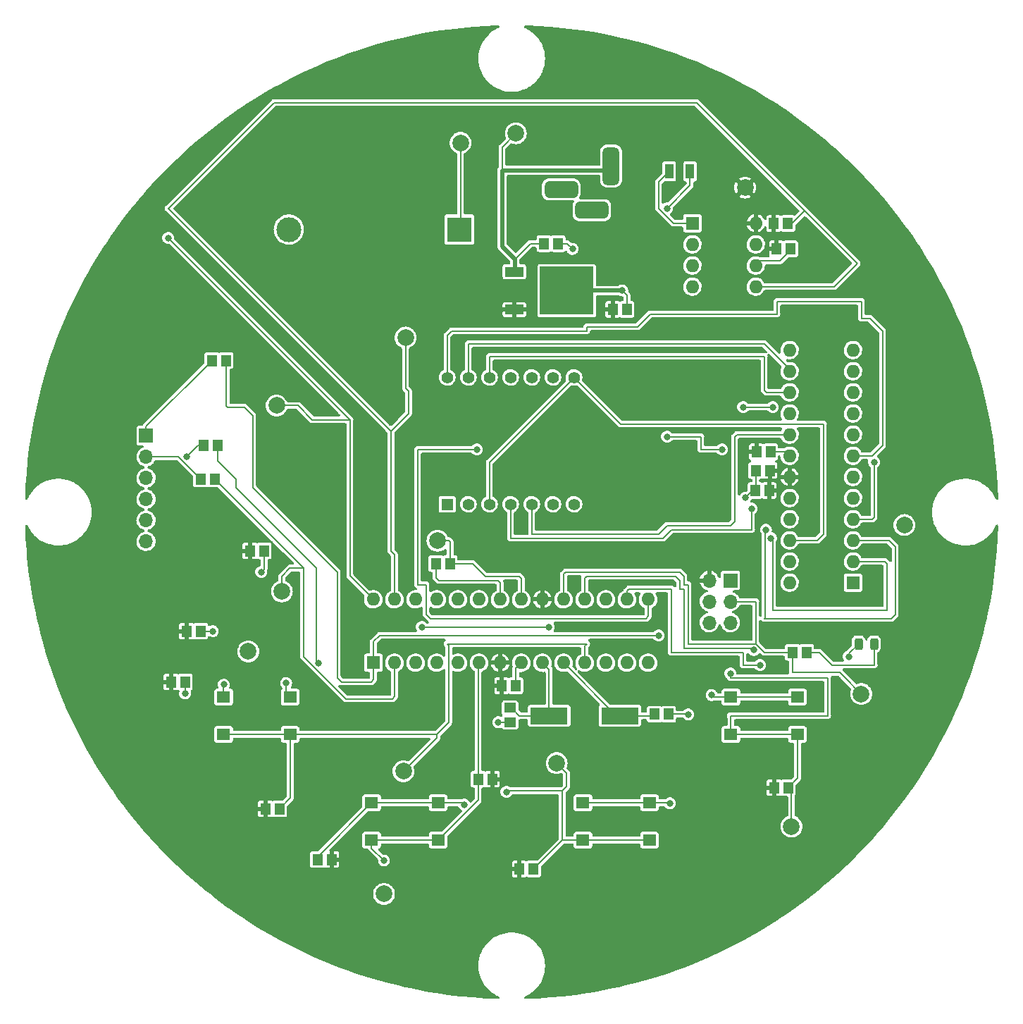
<source format=gbr>
%TF.GenerationSoftware,KiCad,Pcbnew,(6.0.5)*%
%TF.CreationDate,2022-07-23T15:35:44-04:00*%
%TF.ProjectId,circle_clock_design,63697263-6c65-45f6-936c-6f636b5f6465,rev?*%
%TF.SameCoordinates,PX56cacc8PY97b5f08*%
%TF.FileFunction,Copper,L1,Top*%
%TF.FilePolarity,Positive*%
%FSLAX46Y46*%
G04 Gerber Fmt 4.6, Leading zero omitted, Abs format (unit mm)*
G04 Created by KiCad (PCBNEW (6.0.5)) date 2022-07-23 15:35:44*
%MOMM*%
%LPD*%
G01*
G04 APERTURE LIST*
G04 Aperture macros list*
%AMRoundRect*
0 Rectangle with rounded corners*
0 $1 Rounding radius*
0 $2 $3 $4 $5 $6 $7 $8 $9 X,Y pos of 4 corners*
0 Add a 4 corners polygon primitive as box body*
4,1,4,$2,$3,$4,$5,$6,$7,$8,$9,$2,$3,0*
0 Add four circle primitives for the rounded corners*
1,1,$1+$1,$2,$3*
1,1,$1+$1,$4,$5*
1,1,$1+$1,$6,$7*
1,1,$1+$1,$8,$9*
0 Add four rect primitives between the rounded corners*
20,1,$1+$1,$2,$3,$4,$5,0*
20,1,$1+$1,$4,$5,$6,$7,0*
20,1,$1+$1,$6,$7,$8,$9,0*
20,1,$1+$1,$8,$9,$2,$3,0*%
G04 Aperture macros list end*
%TA.AperFunction,ComponentPad*%
%ADD10R,1.700000X1.700000*%
%TD*%
%TA.AperFunction,ComponentPad*%
%ADD11O,1.700000X1.700000*%
%TD*%
%TA.AperFunction,SMDPad,CuDef*%
%ADD12R,1.150000X1.400000*%
%TD*%
%TA.AperFunction,ComponentPad*%
%ADD13C,2.000000*%
%TD*%
%TA.AperFunction,ComponentPad*%
%ADD14R,1.600000X1.600000*%
%TD*%
%TA.AperFunction,ComponentPad*%
%ADD15O,1.600000X1.600000*%
%TD*%
%TA.AperFunction,SMDPad,CuDef*%
%ADD16R,1.600000X1.400000*%
%TD*%
%TA.AperFunction,SMDPad,CuDef*%
%ADD17R,1.000000X1.800000*%
%TD*%
%TA.AperFunction,SMDPad,CuDef*%
%ADD18R,4.500000X2.000000*%
%TD*%
%TA.AperFunction,SMDPad,CuDef*%
%ADD19RoundRect,0.243750X-0.243750X-0.456250X0.243750X-0.456250X0.243750X0.456250X-0.243750X0.456250X0*%
%TD*%
%TA.AperFunction,ComponentPad*%
%ADD20RoundRect,0.500000X0.500000X-1.750000X0.500000X1.750000X-0.500000X1.750000X-0.500000X-1.750000X0*%
%TD*%
%TA.AperFunction,ComponentPad*%
%ADD21RoundRect,0.500000X1.500000X0.500000X-1.500000X0.500000X-1.500000X-0.500000X1.500000X-0.500000X0*%
%TD*%
%TA.AperFunction,SMDPad,CuDef*%
%ADD22R,1.400000X1.150000*%
%TD*%
%TA.AperFunction,SMDPad,CuDef*%
%ADD23R,2.200000X1.200000*%
%TD*%
%TA.AperFunction,SMDPad,CuDef*%
%ADD24R,6.400000X5.800000*%
%TD*%
%TA.AperFunction,ComponentPad*%
%ADD25R,1.400000X1.400000*%
%TD*%
%TA.AperFunction,ComponentPad*%
%ADD26C,1.400000*%
%TD*%
%TA.AperFunction,ComponentPad*%
%ADD27R,3.000000X3.000000*%
%TD*%
%TA.AperFunction,ComponentPad*%
%ADD28C,3.000000*%
%TD*%
%TA.AperFunction,ViaPad*%
%ADD29C,0.812800*%
%TD*%
%TA.AperFunction,Conductor*%
%ADD30C,0.203200*%
%TD*%
%TA.AperFunction,Conductor*%
%ADD31C,0.508000*%
%TD*%
G04 APERTURE END LIST*
D10*
%TO.P,J3,1,Pin_1*%
%TO.N,MISO*%
X85267800Y50876200D03*
D11*
%TO.P,J3,2,Pin_2*%
%TO.N,VCC*%
X82727800Y50876200D03*
%TO.P,J3,3,Pin_3*%
%TO.N,LED_SCK*%
X85267800Y48336200D03*
%TO.P,J3,4,Pin_4*%
%TO.N,MOSI*%
X82727800Y48336200D03*
%TO.P,J3,5,Pin_5*%
%TO.N,RESET*%
X85267800Y45796200D03*
%TO.P,J3,6,Pin_6*%
%TO.N,GND*%
X82727800Y45796200D03*
%TD*%
D12*
%TO.P,R4,1*%
%TO.N,VCC*%
X90806800Y90703400D03*
%TO.P,R4,2*%
%TO.N,SCL*%
X92506800Y90703400D03*
%TD*%
%TO.P,R2,1*%
%TO.N,VCC*%
X90488400Y93751400D03*
%TO.P,R2,2*%
%TO.N,SDA*%
X92188400Y93751400D03*
%TD*%
%TO.P,C3,1*%
%TO.N,VCC*%
X57786800Y38227000D03*
%TO.P,C3,2*%
%TO.N,GND*%
X59486800Y38227000D03*
%TD*%
%TO.P,C2,1*%
%TO.N,Net-(J1-Pad1)*%
X62866800Y91338400D03*
%TO.P,C2,2*%
%TO.N,GND*%
X64566800Y91338400D03*
%TD*%
D13*
%TO.P,TP14,1,1*%
%TO.N,Net-(R10-Pad2)*%
X64389000Y28930600D03*
%TD*%
%TO.P,TP36,1,1*%
%TO.N,RESET*%
X92608400Y21310600D03*
%TD*%
D14*
%TO.P,U4,1,X1*%
%TO.N,Net-(U4-Pad1)*%
X80695800Y93792200D03*
D15*
%TO.P,U4,2,X2*%
%TO.N,Net-(U4-Pad2)*%
X80695800Y91252200D03*
%TO.P,U4,3,VBAT*%
%TO.N,Net-(BT1-Pad1)*%
X80695800Y88712200D03*
%TO.P,U4,4,GND*%
%TO.N,GND*%
X80695800Y86172200D03*
%TO.P,U4,5,SDA*%
%TO.N,SDA*%
X88315800Y86172200D03*
%TO.P,U4,6,SCL*%
%TO.N,SCL*%
X88315800Y88712200D03*
%TO.P,U4,7,SQW/OUT*%
%TO.N,unconnected-(U4-Pad7)*%
X88315800Y91252200D03*
%TO.P,U4,8,VCC*%
%TO.N,VCC*%
X88315800Y93792200D03*
%TD*%
D16*
%TO.P,SW4,1,A*%
%TO.N,GND*%
X85331800Y36870200D03*
%TO.P,SW4,2,A*%
X93331800Y36870200D03*
%TO.P,SW4,3,B*%
%TO.N,RESET*%
X85331800Y32370200D03*
%TO.P,SW4,4,B*%
X93331800Y32370200D03*
%TD*%
D12*
%TO.P,R11,1*%
%TO.N,LED_SCK*%
X92711800Y42240200D03*
%TO.P,R11,2*%
%TO.N,Net-(D1-Pad2)*%
X94411800Y42240200D03*
%TD*%
D14*
%TO.P,U3,1,~{RESET}/PC6*%
%TO.N,RESET*%
X42351800Y40980200D03*
D15*
%TO.P,U3,2,RXD/PD0*%
%TO.N,Uart_RX*%
X44891800Y40980200D03*
%TO.P,U3,3,TXD/PD1*%
%TO.N,Uart_TX*%
X47431800Y40980200D03*
%TO.P,U3,4,INT0/PD2*%
%TO.N,unconnected-(U3-Pad4)*%
X49971800Y40980200D03*
%TO.P,U3,5,INT1/PD3*%
%TO.N,Net-(R10-Pad2)*%
X52511800Y40980200D03*
%TO.P,U3,6,PD4*%
%TO.N,Net-(R7-Pad2)*%
X55051800Y40980200D03*
%TO.P,U3,7,VCC*%
%TO.N,VCC*%
X57591800Y40980200D03*
%TO.P,U3,8,GND*%
%TO.N,GND*%
X60131800Y40980200D03*
%TO.P,U3,9,XTAL1/PB6*%
%TO.N,Net-(C10-Pad1)*%
X62671800Y40980200D03*
%TO.P,U3,10,XTAL2/PB7*%
%TO.N,Net-(C9-Pad1)*%
X65211800Y40980200D03*
%TO.P,U3,11,OC0B/PD5*%
%TO.N,Net-(R3-Pad2)*%
X67751800Y40980200D03*
%TO.P,U3,12,OC0A/PD6*%
%TO.N,unconnected-(U3-Pad12)*%
X70291800Y40980200D03*
%TO.P,U3,13,PD7*%
%TO.N,unconnected-(U3-Pad13)*%
X72831800Y40980200D03*
%TO.P,U3,14,PB0*%
%TO.N,DIS_LOAD*%
X75371800Y40980200D03*
%TO.P,U3,15,OC1A/PB1*%
%TO.N,DIS_CLK*%
X75371800Y48600200D03*
%TO.P,U3,16,OC1B/PB2*%
%TO.N,DIS_DIN*%
X72831800Y48600200D03*
%TO.P,U3,17,MOSI/PB3*%
%TO.N,MOSI*%
X70291800Y48600200D03*
%TO.P,U3,18,MISO/PB4*%
%TO.N,MISO*%
X67751800Y48600200D03*
%TO.P,U3,19,SCK/PB5*%
%TO.N,LED_SCK*%
X65211800Y48600200D03*
%TO.P,U3,20,AVCC*%
%TO.N,VCC*%
X62671800Y48600200D03*
%TO.P,U3,21,AREF*%
%TO.N,Net-(C4-Pad1)*%
X60131800Y48600200D03*
%TO.P,U3,22,GND*%
%TO.N,GND*%
X57591800Y48600200D03*
%TO.P,U3,23,ADC0/PC0*%
%TO.N,unconnected-(U3-Pad23)*%
X55051800Y48600200D03*
%TO.P,U3,24,ADC1/PC1*%
%TO.N,unconnected-(U3-Pad24)*%
X52511800Y48600200D03*
%TO.P,U3,25,ADC2/PC2*%
%TO.N,unconnected-(U3-Pad25)*%
X49971800Y48600200D03*
%TO.P,U3,26,ADC3/PC3*%
%TO.N,unconnected-(U3-Pad26)*%
X47431800Y48600200D03*
%TO.P,U3,27,SDA/PC4*%
%TO.N,SDA*%
X44891800Y48600200D03*
%TO.P,U3,28,SCL/PC5*%
%TO.N,SCL*%
X42351800Y48600200D03*
%TD*%
D12*
%TO.P,C6,1*%
%TO.N,VCC*%
X90004000Y64084200D03*
%TO.P,C6,2*%
%TO.N,GND*%
X88304000Y64084200D03*
%TD*%
D17*
%TO.P,Y2,1,1*%
%TO.N,Net-(U4-Pad1)*%
X77921800Y100025200D03*
%TO.P,Y2,2,2*%
%TO.N,Net-(U4-Pad2)*%
X80421800Y100025200D03*
%TD*%
D12*
%TO.P,C4,1*%
%TO.N,Net-(C4-Pad1)*%
X51573800Y52908200D03*
%TO.P,C4,2*%
%TO.N,GND*%
X49873800Y52908200D03*
%TD*%
D13*
%TO.P,TP15,1,1*%
%TO.N,LED_SCK*%
X100990400Y37236400D03*
%TD*%
D18*
%TO.P,Y1,1,1*%
%TO.N,Net-(C9-Pad1)*%
X71991800Y34620200D03*
%TO.P,Y1,2,2*%
%TO.N,Net-(C10-Pad1)*%
X63491800Y34620200D03*
%TD*%
D12*
%TO.P,R10,1*%
%TO.N,VCC*%
X59906800Y16205200D03*
%TO.P,R10,2*%
%TO.N,Net-(R10-Pad2)*%
X61606800Y16205200D03*
%TD*%
%TO.P,R7,1*%
%TO.N,VCC*%
X56653800Y27000200D03*
%TO.P,R7,2*%
%TO.N,Net-(R7-Pad2)*%
X54953800Y27000200D03*
%TD*%
D13*
%TO.P,TP21,1,1*%
%TO.N,Uart_TX*%
X27330400Y42341800D03*
%TD*%
%TO.P,TP20,1,1*%
%TO.N,Uart_RX*%
X31369000Y49555400D03*
%TD*%
%TO.P,TP10,1,1*%
%TO.N,Net-(R7-Pad2)*%
X43637200Y13208000D03*
%TD*%
D19*
%TO.P,D1,1,K*%
%TO.N,GND*%
X100664800Y43256200D03*
%TO.P,D1,2,A*%
%TO.N,Net-(D1-Pad2)*%
X102539800Y43256200D03*
%TD*%
D13*
%TO.P,TP8,1,1*%
%TO.N,Net-(R3-Pad2)*%
X45974000Y27940000D03*
%TD*%
D16*
%TO.P,SW1,1,A*%
%TO.N,GND*%
X24371800Y36870200D03*
%TO.P,SW1,2,A*%
X32371800Y36870200D03*
%TO.P,SW1,3,B*%
%TO.N,Net-(R3-Pad2)*%
X24371800Y32370200D03*
%TO.P,SW1,4,B*%
X32371800Y32370200D03*
%TD*%
D12*
%TO.P,C11,1*%
%TO.N,VCC*%
X19901800Y44780200D03*
%TO.P,C11,2*%
%TO.N,GND*%
X21601800Y44780200D03*
%TD*%
%TO.P,C8,1*%
%TO.N,VCC*%
X37349800Y17348200D03*
%TO.P,C8,2*%
%TO.N,GND*%
X35649800Y17348200D03*
%TD*%
D16*
%TO.P,SW2,1,A*%
%TO.N,GND*%
X42151800Y24170200D03*
%TO.P,SW2,2,A*%
X50151800Y24170200D03*
%TO.P,SW2,3,B*%
%TO.N,Net-(R7-Pad2)*%
X42151800Y19670200D03*
%TO.P,SW2,4,B*%
X50151800Y19670200D03*
%TD*%
%TO.P,SW3,1,A*%
%TO.N,GND*%
X67551800Y24170200D03*
%TO.P,SW3,2,A*%
X75551800Y24170200D03*
%TO.P,SW3,3,B*%
%TO.N,Net-(R10-Pad2)*%
X67551800Y19670200D03*
%TO.P,SW3,4,B*%
X75551800Y19670200D03*
%TD*%
D20*
%TO.P,J1,1,POLE*%
%TO.N,Net-(J1-Pad1)*%
X70931800Y100660200D03*
D21*
%TO.P,J1,2,OUT*%
%TO.N,GND*%
X68631800Y95360200D03*
%TO.P,J1,3,OUT*%
%TO.N,unconnected-(J1-Pad3)*%
X64931800Y97860200D03*
%TD*%
D13*
%TO.P,TP2,1,1*%
%TO.N,Net-(R1-Pad2)*%
X106172000Y57531000D03*
%TD*%
D22*
%TO.P,C10,1*%
%TO.N,Net-(C10-Pad1)*%
X58801000Y35560000D03*
%TO.P,C10,2*%
%TO.N,GND*%
X58801000Y33860000D03*
%TD*%
D13*
%TO.P,TP6,1,1*%
%TO.N,VCC*%
X87045800Y98069400D03*
%TD*%
D12*
%TO.P,C14,1*%
%TO.N,RESET*%
X24649800Y77292200D03*
%TO.P,C14,2*%
%TO.N,Net-(C14-Pad2)*%
X22949800Y77292200D03*
%TD*%
D13*
%TO.P,TP24,1,1*%
%TO.N,Net-(BT1-Pad1)*%
X52832000Y103454200D03*
%TD*%
D23*
%TO.P,U2,1,IN*%
%TO.N,Net-(J1-Pad1)*%
X59306800Y87960200D03*
D24*
%TO.P,U2,2,GND*%
%TO.N,GND*%
X65606800Y85680200D03*
D23*
%TO.P,U2,3,OUT*%
%TO.N,VCC*%
X59306800Y83400200D03*
%TD*%
D12*
%TO.P,R1,1*%
%TO.N,VCC*%
X88393800Y66319400D03*
%TO.P,R1,2*%
%TO.N,Net-(R1-Pad2)*%
X90093800Y66319400D03*
%TD*%
%TO.P,R3,1*%
%TO.N,VCC*%
X29387800Y23444200D03*
%TO.P,R3,2*%
%TO.N,Net-(R3-Pad2)*%
X31087800Y23444200D03*
%TD*%
%TO.P,R8,1*%
%TO.N,Uart_TX*%
X23633800Y67132200D03*
%TO.P,R8,2*%
%TO.N,Net-(J2-Pad3)*%
X21933800Y67132200D03*
%TD*%
%TO.P,R6,1*%
%TO.N,VCC*%
X90513800Y25984200D03*
%TO.P,R6,2*%
%TO.N,RESET*%
X92213800Y25984200D03*
%TD*%
D13*
%TO.P,TP34,1,1*%
%TO.N,SCL*%
X30734000Y71882000D03*
%TD*%
D12*
%TO.P,C1,1*%
%TO.N,VCC*%
X89927800Y61671200D03*
%TO.P,C1,2*%
%TO.N,GND*%
X88227800Y61671200D03*
%TD*%
D25*
%TO.P,DS1,1,E*%
%TO.N,Net-(DS1-Pad1)*%
X51231800Y60020200D03*
D26*
%TO.P,DS1,2,D*%
%TO.N,Net-(DS1-Pad2)*%
X53771800Y60020200D03*
%TO.P,DS1,3,DP*%
%TO.N,Net-(DS1-Pad3)*%
X56311800Y60020200D03*
%TO.P,DS1,4,C*%
%TO.N,Net-(DS1-Pad4)*%
X58851800Y60020200D03*
%TO.P,DS1,5,G*%
%TO.N,Net-(DS1-Pad5)*%
X61391800Y60020200D03*
%TO.P,DS1,6,COM_DIG.4*%
%TO.N,DIG-3-L*%
X63931800Y60020200D03*
%TO.P,DS1,7,COM_COLON*%
%TO.N,COLON-L*%
X66471800Y60020200D03*
%TO.P,DS1,8,COLON*%
%TO.N,Net-(DS1-Pad3)*%
X66471800Y75260200D03*
%TO.P,DS1,9,B*%
%TO.N,Net-(DS1-Pad9)*%
X63931800Y75260200D03*
%TO.P,DS1,10,COM_DIG.3*%
%TO.N,DIG-2-L*%
X61391800Y75260200D03*
%TO.P,DS1,11,COM_DIG.2*%
%TO.N,DIG-1-L*%
X58851800Y75260200D03*
%TO.P,DS1,12,F*%
%TO.N,Net-(DS1-Pad12)*%
X56311800Y75260200D03*
%TO.P,DS1,13,A*%
%TO.N,Net-(DS1-Pad13)*%
X53771800Y75260200D03*
%TO.P,DS1,14,COM_DIG.1*%
%TO.N,DIG-0-L*%
X51231800Y75260200D03*
%TD*%
D12*
%TO.P,C13,1*%
%TO.N,VCC*%
X18035800Y38684200D03*
%TO.P,C13,2*%
%TO.N,GND*%
X19735800Y38684200D03*
%TD*%
D13*
%TO.P,TP5,1,1*%
%TO.N,Net-(J1-Pad1)*%
X59486800Y104597200D03*
%TD*%
D14*
%TO.P,U1,1,DIN*%
%TO.N,DIS_DIN*%
X99999800Y50617200D03*
D15*
%TO.P,U1,2,DIG_0*%
%TO.N,DIG-3-L*%
X99999800Y53157200D03*
%TO.P,U1,3,DIG_4*%
%TO.N,COLON-L*%
X99999800Y55697200D03*
%TO.P,U1,4,GND*%
%TO.N,GND*%
X99999800Y58237200D03*
%TO.P,U1,5,DIG_6*%
%TO.N,unconnected-(U1-Pad5)*%
X99999800Y60777200D03*
%TO.P,U1,6,DIG_2*%
%TO.N,DIG-1-L*%
X99999800Y63317200D03*
%TO.P,U1,7,DIG_3*%
%TO.N,DIG-0-L*%
X99999800Y65857200D03*
%TO.P,U1,8,DIG_7*%
%TO.N,unconnected-(U1-Pad8)*%
X99999800Y68397200D03*
%TO.P,U1,9,GND*%
%TO.N,GND*%
X99999800Y70937200D03*
%TO.P,U1,10,DIG_5*%
%TO.N,unconnected-(U1-Pad10)*%
X99999800Y73477200D03*
%TO.P,U1,11,DIG_1*%
%TO.N,DIG-2-L*%
X99999800Y76017200D03*
%TO.P,U1,12,LOAD*%
%TO.N,DIS_LOAD*%
X99999800Y78557200D03*
%TO.P,U1,13,CLK*%
%TO.N,DIS_CLK*%
X92379800Y78557200D03*
%TO.P,U1,14,SEG_A*%
%TO.N,Net-(DS1-Pad13)*%
X92379800Y76017200D03*
%TO.P,U1,15,SEG_F*%
%TO.N,Net-(DS1-Pad12)*%
X92379800Y73477200D03*
%TO.P,U1,16,SEG_B*%
%TO.N,Net-(DS1-Pad9)*%
X92379800Y70937200D03*
%TO.P,U1,17,SEG_G*%
%TO.N,Net-(DS1-Pad5)*%
X92379800Y68397200D03*
%TO.P,U1,18,ISET*%
%TO.N,Net-(R1-Pad2)*%
X92379800Y65857200D03*
%TO.P,U1,19,V+*%
%TO.N,VCC*%
X92379800Y63317200D03*
%TO.P,U1,20,SEG_C*%
%TO.N,Net-(DS1-Pad4)*%
X92379800Y60777200D03*
%TO.P,U1,21,SEG_E*%
%TO.N,Net-(DS1-Pad1)*%
X92379800Y58237200D03*
%TO.P,U1,22,SEG_DP*%
%TO.N,Net-(DS1-Pad3)*%
X92379800Y55697200D03*
%TO.P,U1,23,SEG_D*%
%TO.N,Net-(DS1-Pad2)*%
X92379800Y53157200D03*
%TO.P,U1,24,DOUT*%
%TO.N,unconnected-(U1-Pad24)*%
X92379800Y50617200D03*
%TD*%
D12*
%TO.P,C12,1*%
%TO.N,GND*%
X29221800Y54432200D03*
%TO.P,C12,2*%
%TO.N,VCC*%
X27521800Y54432200D03*
%TD*%
D13*
%TO.P,TP25,1,1*%
%TO.N,Net-(C4-Pad1)*%
X50063400Y55651400D03*
%TD*%
D12*
%TO.P,C5,1*%
%TO.N,VCC*%
X71133600Y83439000D03*
%TO.P,C5,2*%
%TO.N,GND*%
X72833600Y83439000D03*
%TD*%
D13*
%TO.P,TP33,1,1*%
%TO.N,SDA*%
X46228000Y80060800D03*
%TD*%
D12*
%TO.P,R9,1*%
%TO.N,Uart_RX*%
X23291800Y63068200D03*
%TO.P,R9,2*%
%TO.N,Net-(J2-Pad2)*%
X21591800Y63068200D03*
%TD*%
%TO.P,C9,1*%
%TO.N,Net-(C9-Pad1)*%
X76137400Y34798000D03*
%TO.P,C9,2*%
%TO.N,GND*%
X77837400Y34798000D03*
%TD*%
D27*
%TO.P,BT1,1,+*%
%TO.N,Net-(BT1-Pad1)*%
X52685486Y93040183D03*
D28*
%TO.P,BT1,2,-*%
%TO.N,GND*%
X32195486Y93040183D03*
%TD*%
D10*
%TO.P,J2,1,Pin_1*%
%TO.N,Net-(C14-Pad2)*%
X15036800Y68275200D03*
D11*
%TO.P,J2,2,Pin_2*%
%TO.N,Net-(J2-Pad2)*%
X15036800Y65735200D03*
%TO.P,J2,3,Pin_3*%
%TO.N,Net-(J2-Pad3)*%
X15036800Y63195200D03*
%TO.P,J2,4,Pin_4*%
%TO.N,unconnected-(J2-Pad4)*%
X15036800Y60655200D03*
%TO.P,J2,5,Pin_5*%
%TO.N,GND*%
X15036800Y58115200D03*
%TO.P,J2,6,Pin_6*%
X15036800Y55575200D03*
%TD*%
D29*
%TO.N,GND*%
X87096600Y60833000D03*
X77978000Y24104600D03*
X72263000Y85725000D03*
X66294000Y90703400D03*
X80187800Y34772600D03*
X83007200Y37109400D03*
X57378600Y33832800D03*
X19735800Y37312600D03*
X24384000Y38354000D03*
X23063200Y44780200D03*
X31877000Y38531800D03*
X99491800Y41732200D03*
X102539800Y65100200D03*
X53263800Y23952200D03*
X28879800Y51892200D03*
%TO.N,VCC*%
X53263800Y86944200D03*
X58343800Y84891138D03*
X54279800Y87960200D03*
X54787800Y88976200D03*
X59359800Y85420200D03*
X56849848Y82817077D03*
%TO.N,RESET*%
X85267800Y39700200D03*
X76631800Y44272200D03*
%TO.N,Net-(DS1-Pad4)*%
X87807800Y59512200D03*
%TO.N,DIG-3-L*%
X90145100Y55956200D03*
%TO.N,COLON-L*%
X89534500Y56972200D03*
%TO.N,Net-(J2-Pad3)*%
X19896341Y65768741D03*
%TO.N,SCL*%
X17703800Y92024200D03*
%TO.N,Net-(R7-Pad2)*%
X43637200Y17221200D03*
%TO.N,Uart_TX*%
X35732341Y40964741D03*
%TO.N,Net-(R10-Pad2)*%
X58343800Y25476200D03*
%TO.N,Net-(U4-Pad2)*%
X77647800Y95580200D03*
%TO.N,MISO*%
X88067259Y42499659D03*
%TO.N,DIS_DIN*%
X88823800Y40716200D03*
%TO.N,DIS_CLK*%
X90347800Y71704200D03*
X54787800Y66624200D03*
X86791800Y71704200D03*
%TO.N,DIS_LOAD*%
X48183800Y45288200D03*
X63423800Y45288200D03*
X77647800Y68148200D03*
X84251800Y66624200D03*
%TD*%
D30*
%TO.N,GND*%
X87934800Y61671200D02*
X87096600Y60833000D01*
X88227800Y61671200D02*
X87934800Y61671200D01*
%TO.N,Net-(R1-Pad2)*%
X91917600Y66319400D02*
X92379800Y65857200D01*
X90093800Y66319400D02*
X91917600Y66319400D01*
%TO.N,GND*%
X88304000Y61747400D02*
X88227800Y61671200D01*
X88304000Y64084200D02*
X88304000Y61747400D01*
D31*
%TO.N,Net-(J1-Pad1)*%
X70423800Y100152200D02*
X70931800Y100660200D01*
X57835800Y100152200D02*
X70423800Y100152200D01*
D30*
%TO.N,GND*%
X77912400Y24170200D02*
X77978000Y24104600D01*
X75551800Y24170200D02*
X77912400Y24170200D01*
%TO.N,SCL*%
X88884600Y89281000D02*
X88315800Y88712200D01*
X91209400Y89281000D02*
X88884600Y89281000D01*
X92506800Y90578400D02*
X91209400Y89281000D01*
X92506800Y90703400D02*
X92506800Y90578400D01*
%TO.N,SDA*%
X92659200Y93751400D02*
X94183200Y95275400D01*
X92188400Y93751400D02*
X92659200Y93751400D01*
X94208600Y95275400D02*
X100507800Y88976200D01*
X94183200Y95275400D02*
X94208600Y95275400D01*
X81203800Y108280200D02*
X94208600Y95275400D01*
%TO.N,GND*%
X59486800Y40335200D02*
X60131800Y40980200D01*
X59486800Y38227000D02*
X59486800Y40335200D01*
X72833600Y83439000D02*
X72833600Y85154400D01*
X72833600Y85154400D02*
X72263000Y85725000D01*
X72218200Y85680200D02*
X72263000Y85725000D01*
D31*
X65606803Y85680194D02*
X72218194Y85680194D01*
D30*
X65659000Y91338400D02*
X66294000Y90703400D01*
X64566800Y91338400D02*
X65659000Y91338400D01*
%TO.N,Net-(J1-Pad1)*%
X61214000Y91338400D02*
X59359800Y89484200D01*
X62866800Y91338400D02*
X61214000Y91338400D01*
%TO.N,GND*%
X80162400Y34798000D02*
X80187800Y34772600D01*
X77837400Y34798000D02*
X80162400Y34798000D01*
X82829400Y36931600D02*
X83007200Y37109400D01*
X85331800Y36870200D02*
X82890800Y36870200D01*
X82890800Y36870200D02*
X82829400Y36931600D01*
X57405800Y33860000D02*
X57378600Y33832800D01*
X58801000Y33860000D02*
X57405800Y33860000D01*
%TO.N,Net-(C10-Pad1)*%
X58984622Y35560000D02*
X59924422Y34620200D01*
X58801000Y35560000D02*
X58984622Y35560000D01*
X59924422Y34620200D02*
X63491800Y34620200D01*
%TO.N,Net-(C9-Pad1)*%
X75959600Y34620200D02*
X76137400Y34798000D01*
X71991800Y34620200D02*
X75959600Y34620200D01*
%TO.N,GND*%
X19735800Y38684200D02*
X19735800Y37312600D01*
X24371800Y38341800D02*
X24384000Y38354000D01*
X24371800Y36870200D02*
X24371800Y38341800D01*
X21601800Y44780200D02*
X23063200Y44780200D01*
X31877000Y37365000D02*
X32371800Y36870200D01*
X31877000Y38531800D02*
X31877000Y37365000D01*
%TO.N,Net-(BT1-Pad1)*%
X52832000Y93186697D02*
X52685486Y93040183D01*
X52832000Y103454200D02*
X52832000Y93186697D01*
%TO.N,GND*%
X35649800Y17668200D02*
X35649800Y17348200D01*
X50215800Y50876200D02*
X57327800Y50876200D01*
X29221800Y52234200D02*
X29221800Y54432200D01*
X57591800Y50612200D02*
X57591800Y48600200D01*
X49873800Y51218200D02*
X50215800Y50876200D01*
X99491800Y42083200D02*
X99491800Y41732200D01*
X49873800Y52908200D02*
X49873800Y51218200D01*
X67551800Y24170200D02*
X75551800Y24170200D01*
X102539800Y58496200D02*
X102280800Y58237200D01*
X28879800Y51892200D02*
X29221800Y52234200D01*
X42151800Y24170200D02*
X50151800Y24170200D01*
X50151800Y24170200D02*
X53045800Y24170200D01*
X53045800Y24170200D02*
X53263800Y23952200D01*
X57327800Y50876200D02*
X57591800Y50612200D01*
X42151800Y24170200D02*
X35649800Y17668200D01*
X100664800Y43256200D02*
X99491800Y42083200D01*
X102280800Y58237200D02*
X99999800Y58237200D01*
X102539800Y65100200D02*
X102539800Y58496200D01*
X85331800Y36870200D02*
X93331800Y36870200D01*
D31*
%TO.N,Net-(J1-Pad1)*%
X57835800Y91008200D02*
X59359800Y89484200D01*
X59359800Y89484200D02*
X59359800Y88468200D01*
X57835800Y100152200D02*
X57835800Y91008200D01*
D30*
X59486800Y104597200D02*
X57835800Y102946200D01*
X57835800Y102946200D02*
X57835800Y100152200D01*
%TO.N,Net-(C4-Pad1)*%
X51573800Y55512600D02*
X51573800Y52908200D01*
X51573800Y52908200D02*
X54279800Y52908200D01*
X50063400Y55651400D02*
X51435000Y55651400D01*
X54279800Y52908200D02*
X55803800Y51384200D01*
X51435000Y55651400D02*
X51573800Y55512600D01*
X55803800Y51384200D02*
X59867800Y51384200D01*
X60131800Y51120200D02*
X60131800Y48600200D01*
X59867800Y51384200D02*
X60131800Y51120200D01*
%TO.N,Net-(C9-Pad1)*%
X71571800Y34620200D02*
X65211800Y40980200D01*
X71991800Y34620200D02*
X71571800Y34620200D01*
%TO.N,Net-(C10-Pad1)*%
X63491800Y34620200D02*
X63491800Y40160200D01*
X63491800Y40160200D02*
X62671800Y40980200D01*
%TO.N,RESET*%
X24649800Y71870200D02*
X24815800Y71704200D01*
X96951800Y39192200D02*
X85267800Y39192200D01*
X42351800Y40980200D02*
X42351800Y43520200D01*
X26847800Y71704200D02*
X27863800Y70688200D01*
X93331800Y27102200D02*
X92213800Y25984200D01*
X96951800Y34620200D02*
X96951800Y39192200D01*
X43103800Y44272200D02*
X76631800Y44272200D01*
X38023800Y39192200D02*
X38531800Y38684200D01*
X38023800Y51892200D02*
X38023800Y39192200D01*
X92608400Y21310600D02*
X92608400Y25589600D01*
X93331800Y32370200D02*
X93331800Y27102200D01*
X38531800Y38684200D02*
X42087800Y38684200D01*
X42087800Y38684200D02*
X42351800Y38948200D01*
X27863800Y70688200D02*
X27863800Y62052200D01*
X27863800Y62052200D02*
X38023800Y51892200D01*
X24649800Y77292200D02*
X24649800Y71870200D01*
X42351800Y38948200D02*
X42351800Y40980200D01*
X85331800Y32370200D02*
X85331800Y34556200D01*
X85267800Y34620200D02*
X96951800Y34620200D01*
X92608400Y25589600D02*
X92213800Y25984200D01*
X24815800Y71704200D02*
X26847800Y71704200D01*
X42351800Y43520200D02*
X43103800Y44272200D01*
X85331800Y34556200D02*
X85267800Y34620200D01*
X85267800Y39192200D02*
X85267800Y39700200D01*
X85331800Y32370200D02*
X93331800Y32370200D01*
%TO.N,Net-(C14-Pad2)*%
X15036800Y69379200D02*
X22949800Y77292200D01*
X15036800Y68275200D02*
X15036800Y69379200D01*
%TO.N,Net-(D1-Pad2)*%
X102539800Y40716200D02*
X102539800Y43256200D01*
X94411800Y42240200D02*
X95935800Y42240200D01*
X97459800Y40716200D02*
X102539800Y40716200D01*
X95935800Y42240200D02*
X97459800Y40716200D01*
%TO.N,Net-(DS1-Pad3)*%
X95676800Y55697200D02*
X92623800Y55697200D01*
X66471800Y75260200D02*
X56311800Y65100200D01*
X56311800Y65100200D02*
X56311800Y60020200D01*
X96443800Y69672200D02*
X96443800Y56464200D01*
X96443800Y56464200D02*
X95676800Y55697200D01*
X72059800Y69672200D02*
X96443800Y69672200D01*
X66471800Y75260200D02*
X72059800Y69672200D01*
%TO.N,Net-(DS1-Pad4)*%
X78155800Y56972200D02*
X87807800Y56972200D01*
X77139800Y55956200D02*
X78155800Y56972200D01*
X58851800Y55956200D02*
X58851800Y60020200D01*
X87807800Y56972200D02*
X87807800Y59512200D01*
X58851800Y55956200D02*
X77139800Y55956200D01*
%TO.N,Net-(DS1-Pad5)*%
X61391800Y56464200D02*
X76631800Y56464200D01*
X86024800Y68397200D02*
X92623800Y68397200D01*
X85775800Y57988200D02*
X85775800Y68148200D01*
X85267800Y57480200D02*
X85775800Y57988200D01*
X77647800Y57480200D02*
X85267800Y57480200D01*
X76631800Y56464200D02*
X77647800Y57480200D01*
X61391800Y60020200D02*
X61391800Y56464200D01*
X85775800Y68148200D02*
X86024800Y68397200D01*
%TO.N,DIG-3-L*%
X90145100Y55956200D02*
X90347800Y55753500D01*
X90347800Y55753500D02*
X90347800Y47320200D01*
X104063800Y52908200D02*
X103814800Y53157200D01*
X103814800Y53157200D02*
X100243800Y53157200D01*
X90347800Y47320200D02*
X104063800Y47320200D01*
X104063800Y47320200D02*
X104063800Y52908200D01*
%TO.N,COLON-L*%
X105079800Y54940200D02*
X104322800Y55697200D01*
X105079800Y46812200D02*
X105079800Y54940200D01*
X104571800Y46304200D02*
X105079800Y46812200D01*
X89434389Y46406789D02*
X89331800Y46304200D01*
X89534500Y56972200D02*
X89434389Y56872089D01*
X89434389Y56872089D02*
X89434389Y46406789D01*
X89331800Y46304200D02*
X104571800Y46304200D01*
X104322800Y55697200D02*
X100243800Y55697200D01*
%TO.N,Net-(DS1-Pad12)*%
X89331800Y77800200D02*
X89331800Y73736200D01*
X89590800Y73477200D02*
X92623800Y73477200D01*
X56311800Y75260200D02*
X56311800Y77800200D01*
X56311800Y77800200D02*
X89331800Y77800200D01*
X89331800Y73736200D02*
X89590800Y73477200D01*
%TO.N,Net-(DS1-Pad13)*%
X89316800Y79324200D02*
X92623800Y76017200D01*
X53771800Y75260200D02*
X53771800Y79324200D01*
X53771800Y79324200D02*
X89316800Y79324200D01*
%TO.N,DIG-0-L*%
X51739800Y80848200D02*
X67995800Y80848200D01*
X51231800Y75260200D02*
X51231800Y80340200D01*
X102280800Y65857200D02*
X100751800Y65857200D01*
X101015800Y84404200D02*
X101015800Y82372200D01*
X67995800Y80848200D02*
X67995800Y81356200D01*
X75615800Y82880200D02*
X90855800Y82880200D01*
X103555800Y67132200D02*
X102280800Y65857200D01*
X90855800Y82880200D02*
X90855800Y84404200D01*
X90855800Y84404200D02*
X101015800Y84404200D01*
X51231800Y80340200D02*
X51739800Y80848200D01*
X102031800Y82372200D02*
X103555800Y80848200D01*
X101015800Y82372200D02*
X102031800Y82372200D01*
X67995800Y81356200D02*
X74091800Y81356200D01*
X74091800Y81356200D02*
X75615800Y82880200D01*
X103555800Y80848200D02*
X103555800Y67132200D01*
%TO.N,Net-(J2-Pad3)*%
X21259800Y67132200D02*
X19896341Y65768741D01*
X21933800Y67132200D02*
X21259800Y67132200D01*
%TO.N,Net-(J2-Pad2)*%
X15036800Y65735200D02*
X18924800Y65735200D01*
X18924800Y65735200D02*
X21591800Y63068200D01*
%TO.N,Net-(R3-Pad2)*%
X67751800Y43012200D02*
X67751800Y40980200D01*
X32371800Y24728200D02*
X31087800Y23444200D01*
X67995800Y43256200D02*
X67751800Y43012200D01*
X51407489Y33779889D02*
X51407489Y43080511D01*
X49997800Y32370200D02*
X51407489Y33779889D01*
X51407489Y43080511D02*
X51231800Y43256200D01*
X51231800Y43256200D02*
X67995800Y43256200D01*
X32371800Y32370200D02*
X32371800Y24728200D01*
X45974000Y27940000D02*
X49997800Y31963800D01*
X32371800Y32370200D02*
X49997800Y32370200D01*
X24371800Y32370200D02*
X32371800Y32370200D01*
X49997800Y31963800D02*
X49997800Y32370200D01*
%TO.N,SDA*%
X44891800Y54002200D02*
X44461800Y54432200D01*
X17703800Y95580200D02*
X30403800Y108280200D01*
X44461800Y68822200D02*
X17703800Y95580200D01*
X44461800Y54432200D02*
X44461800Y68822200D01*
X100507800Y88976200D02*
X97703800Y86172200D01*
X30403800Y108280200D02*
X81203800Y108280200D01*
X46583600Y73634600D02*
X46583600Y70944000D01*
X46583600Y70944000D02*
X44461800Y68822200D01*
X46228000Y73990200D02*
X46228000Y80060800D01*
X97703800Y86172200D02*
X88579800Y86172200D01*
X46583600Y73634600D02*
X46228000Y73990200D01*
X44891800Y48600200D02*
X44891800Y54002200D01*
%TO.N,SCL*%
X39547800Y51404200D02*
X39547800Y70180200D01*
X35026600Y70180200D02*
X39547800Y70180200D01*
X39547800Y70180200D02*
X17703800Y92024200D01*
X42351800Y48600200D02*
X39547800Y51404200D01*
X30734000Y71882000D02*
X33324800Y71882000D01*
X33324800Y71882000D02*
X35026600Y70180200D01*
%TO.N,Net-(R7-Pad2)*%
X54953800Y27000200D02*
X54953800Y40882200D01*
X54953800Y24472200D02*
X50151800Y19670200D01*
X54953800Y27000200D02*
X54953800Y24472200D01*
X43637200Y17221200D02*
X42151800Y18706600D01*
X54953800Y40882200D02*
X55051800Y40980200D01*
X42151800Y18706600D02*
X42151800Y19670200D01*
X42151800Y19670200D02*
X50151800Y19670200D01*
%TO.N,Uart_TX*%
X35483800Y40782258D02*
X35516829Y40749229D01*
X25831800Y63068200D02*
X25831800Y62052200D01*
X35732341Y40964741D02*
X35549858Y40782258D01*
X35549858Y40782258D02*
X35483800Y40782258D01*
X23633800Y65266200D02*
X25831800Y63068200D01*
X25831800Y62052200D02*
X35483800Y52400200D01*
X23633800Y67132200D02*
X23633800Y65266200D01*
X35483800Y52400200D02*
X35483800Y40782258D01*
%TO.N,Uart_RX*%
X32334200Y52349400D02*
X33959800Y52349400D01*
X44627800Y36652200D02*
X44891800Y36916200D01*
X31369000Y49555400D02*
X31369000Y51384200D01*
X44891800Y36916200D02*
X44891800Y40980200D01*
X39039800Y36652200D02*
X44627800Y36652200D01*
X31369000Y51384200D02*
X32334200Y52349400D01*
X23291800Y63068200D02*
X33959800Y52400200D01*
X33959800Y52400200D02*
X33959800Y52349400D01*
X33959800Y52349400D02*
X33959800Y41732200D01*
X33959800Y41732200D02*
X39039800Y36652200D01*
%TO.N,Net-(R10-Pad2)*%
X64389000Y28930600D02*
X65582800Y27736800D01*
X58459720Y25592120D02*
X58343800Y25476200D01*
X65582800Y27736800D02*
X65582800Y26103120D01*
X67551800Y19670200D02*
X75551800Y19670200D01*
X65071800Y25592120D02*
X58459720Y25592120D01*
X65071800Y19670200D02*
X61606800Y16205200D01*
X65071800Y19670200D02*
X65071800Y25592120D01*
X65582800Y26103120D02*
X65071800Y25592120D01*
X67551800Y19670200D02*
X65071800Y19670200D01*
%TO.N,Net-(U4-Pad1)*%
X78419800Y93792200D02*
X76631800Y95580200D01*
X80959800Y93792200D02*
X78419800Y93792200D01*
X76631800Y95580200D02*
X76631800Y98735200D01*
X76631800Y98735200D02*
X77921800Y100025200D01*
%TO.N,Net-(U4-Pad2)*%
X80421800Y100025200D02*
X80421800Y98354200D01*
X80421800Y98354200D02*
X77647800Y95580200D01*
%TO.N,MISO*%
X87299800Y42748200D02*
X87818718Y42748200D01*
X67751800Y51140200D02*
X67995800Y51384200D01*
X79171800Y49860200D02*
X79679800Y49860200D01*
X67995800Y51384200D02*
X78663800Y51384200D01*
X87818718Y42748200D02*
X88067259Y42499659D01*
X87299800Y42748200D02*
X87807800Y42748200D01*
X79679800Y49860200D02*
X79679800Y42748200D01*
X79171800Y50876200D02*
X79171800Y49860200D01*
X78663800Y51384200D02*
X79171800Y50876200D01*
X79679800Y42748200D02*
X87299800Y42748200D01*
X67751800Y48600200D02*
X67751800Y51140200D01*
%TO.N,LED_SCK*%
X92735400Y39827200D02*
X92710000Y39852600D01*
X79679800Y50368200D02*
X80187800Y50368200D01*
X65211800Y51648200D02*
X65455800Y51892200D01*
X92710000Y39852600D02*
X92711800Y39854400D01*
X79679800Y51384200D02*
X79679800Y50368200D01*
X65455800Y51892200D02*
X79171800Y51892200D01*
X98425000Y39827200D02*
X92735400Y39827200D01*
X88315800Y43256200D02*
X89331800Y42240200D01*
X65211800Y48600200D02*
X65211800Y51648200D01*
X79171800Y51892200D02*
X79679800Y51384200D01*
X80187800Y43256200D02*
X88315800Y43256200D01*
X92711800Y39854400D02*
X92711800Y42240200D01*
X80187800Y50368200D02*
X80187800Y43256200D01*
X88315800Y48336200D02*
X85267800Y48336200D01*
X89331800Y42240200D02*
X92711800Y42240200D01*
X98806000Y39446200D02*
X98425000Y39827200D01*
X98806000Y39420800D02*
X98806000Y39446200D01*
X100990400Y37236400D02*
X98806000Y39420800D01*
X88315800Y43256200D02*
X88315800Y48336200D01*
%TO.N,DIS_DIN*%
X78155800Y42240200D02*
X86791800Y42240200D01*
X72831800Y49616200D02*
X73075800Y49860200D01*
X78155800Y49860200D02*
X78155800Y42240200D01*
X86791800Y40716200D02*
X88823800Y40716200D01*
X86791800Y42240200D02*
X86791800Y40716200D01*
X73075800Y49860200D02*
X78155800Y49860200D01*
X72831800Y48600200D02*
X72831800Y49616200D01*
%TO.N,DIS_CLK*%
X75107800Y46304200D02*
X49199800Y46304200D01*
X49199800Y46304200D02*
X48691800Y46812200D01*
X75371800Y48600200D02*
X75371800Y46568200D01*
X47675800Y50368200D02*
X47675800Y66624200D01*
X48691800Y50368200D02*
X47675800Y50368200D01*
X86791800Y71704200D02*
X90347800Y71704200D01*
X47675800Y66624200D02*
X54787800Y66624200D01*
X48691800Y46812200D02*
X48691800Y50368200D01*
X75371800Y46568200D02*
X75107800Y46304200D01*
%TO.N,DIS_LOAD*%
X81711800Y68148200D02*
X81711800Y66624200D01*
X63423800Y45288200D02*
X48183800Y45288200D01*
X77647800Y68148200D02*
X81711800Y68148200D01*
X81711800Y66624200D02*
X84251800Y66624200D01*
%TD*%
%TA.AperFunction,Conductor*%
%TO.N,VCC*%
G36*
X61268120Y117522377D02*
G01*
X62051012Y117491617D01*
X62054970Y117491410D01*
X63579014Y117391519D01*
X63582965Y117391208D01*
X65103841Y117251459D01*
X65107783Y117251045D01*
X66624527Y117071527D01*
X66628457Y117071009D01*
X67466950Y116949434D01*
X68139941Y116851855D01*
X68143820Y116851241D01*
X68700316Y116755617D01*
X69649066Y116592591D01*
X69652963Y116591869D01*
X71150920Y116293907D01*
X71154797Y116293083D01*
X71818012Y116143013D01*
X72644451Y115956009D01*
X72648256Y115955096D01*
X73727526Y115680996D01*
X74128604Y115579135D01*
X74132432Y115578109D01*
X75602390Y115163539D01*
X75606190Y115162413D01*
X77064777Y114709509D01*
X77068547Y114708284D01*
X78514801Y114217348D01*
X78518511Y114216034D01*
X79951443Y113687397D01*
X79955077Y113686003D01*
X81373725Y113120019D01*
X81377321Y113118530D01*
X82249590Y112743773D01*
X82780609Y112515629D01*
X82784227Y112514018D01*
X84171248Y111874593D01*
X84174772Y111872913D01*
X85544664Y111197357D01*
X85548134Y111195588D01*
X86899811Y110484437D01*
X86903223Y110482584D01*
X87427100Y110189199D01*
X88235819Y109736294D01*
X88239252Y109734312D01*
X89551832Y108953409D01*
X89555211Y108951338D01*
X90846888Y108136351D01*
X90850212Y108134192D01*
X91179304Y107914300D01*
X92120091Y107285685D01*
X92123311Y107283474D01*
X92202211Y107227713D01*
X93370640Y106401949D01*
X93373846Y106399619D01*
X94597575Y105485817D01*
X94600720Y105483404D01*
X95800135Y104537862D01*
X95803215Y104535368D01*
X96940291Y103589673D01*
X96977463Y103558757D01*
X96980469Y103556190D01*
X97511291Y103090671D01*
X98128791Y102549138D01*
X98131736Y102546485D01*
X99253249Y101509769D01*
X99256052Y101507110D01*
X100350143Y100441293D01*
X100352893Y100438543D01*
X101418710Y99344452D01*
X101421369Y99341649D01*
X102259866Y98434568D01*
X102458085Y98220136D01*
X102460738Y98217191D01*
X102584573Y98075984D01*
X103221530Y97349675D01*
X103467783Y97068877D01*
X103470350Y97065871D01*
X104145332Y96254293D01*
X104446968Y95891615D01*
X104449462Y95888535D01*
X105395004Y94689120D01*
X105397417Y94685975D01*
X106311219Y93462246D01*
X106313549Y93459040D01*
X106686377Y92931501D01*
X107186557Y92223763D01*
X107195058Y92211734D01*
X107197285Y92208491D01*
X107729183Y91412451D01*
X108045792Y90938612D01*
X108047951Y90935288D01*
X108862938Y89643611D01*
X108865009Y89640232D01*
X109645912Y88327652D01*
X109647894Y88324219D01*
X109837057Y87986445D01*
X110394184Y86991623D01*
X110396037Y86988211D01*
X111107188Y85636534D01*
X111108957Y85633064D01*
X111784500Y84263199D01*
X111786193Y84259648D01*
X112416702Y82891969D01*
X112425617Y82872630D01*
X112427227Y82869013D01*
X113030130Y81465721D01*
X113031619Y81462125D01*
X113597590Y80043510D01*
X113598997Y80039843D01*
X114071345Y78759488D01*
X114127629Y78606924D01*
X114128948Y78603201D01*
X114280974Y78155344D01*
X114619884Y77156947D01*
X114621109Y77153177D01*
X115074013Y75694590D01*
X115075139Y75690790D01*
X115489709Y74220832D01*
X115490735Y74217004D01*
X115861710Y72756290D01*
X115866690Y72736680D01*
X115867609Y72732851D01*
X116033092Y72001523D01*
X116204683Y71243197D01*
X116205507Y71239320D01*
X116503469Y69741363D01*
X116504191Y69737466D01*
X116627446Y69020170D01*
X116758883Y68255257D01*
X116762838Y68232238D01*
X116763455Y68228341D01*
X116843499Y67676290D01*
X116982609Y66716857D01*
X116983127Y66712927D01*
X117162645Y65196183D01*
X117163059Y65192241D01*
X117302808Y63671365D01*
X117303119Y63667414D01*
X117403010Y62143370D01*
X117403217Y62139412D01*
X117458420Y60734403D01*
X117441124Y60657965D01*
X117387926Y60600416D01*
X117313081Y60577176D01*
X117236643Y60594472D01*
X117179094Y60647670D01*
X117171176Y60661852D01*
X117168934Y60666430D01*
X116994775Y61021931D01*
X116845701Y61261428D01*
X116782639Y61362742D01*
X116782630Y61362755D01*
X116780618Y61365988D01*
X116771756Y61377455D01*
X116535133Y61683609D01*
X116532789Y61686642D01*
X116521181Y61698875D01*
X116388251Y61838953D01*
X116253824Y61980610D01*
X116245519Y61987754D01*
X116100794Y62112236D01*
X115946579Y62244882D01*
X115614201Y62476752D01*
X115270187Y62668228D01*
X115263435Y62671986D01*
X115263433Y62671987D01*
X115260093Y62673846D01*
X115256323Y62675470D01*
X115068143Y62756513D01*
X114887880Y62834147D01*
X114884231Y62835298D01*
X114884227Y62835299D01*
X114505034Y62954858D01*
X114505028Y62954859D01*
X114501373Y62956012D01*
X114497619Y62956789D01*
X114497609Y62956792D01*
X114108284Y63037417D01*
X114108276Y63037418D01*
X114104530Y63038194D01*
X114100725Y63038587D01*
X114100720Y63038588D01*
X113705216Y63079459D01*
X113701413Y63079852D01*
X113697599Y63079859D01*
X113697592Y63079859D01*
X113492909Y63080216D01*
X113296150Y63080559D01*
X113292335Y63080178D01*
X113292331Y63080178D01*
X113139645Y63064938D01*
X112892890Y63040309D01*
X112862033Y63034031D01*
X112499515Y62960276D01*
X112499507Y62960274D01*
X112495762Y62959512D01*
X112108832Y62838997D01*
X111736062Y62679997D01*
X111732698Y62678140D01*
X111384626Y62485994D01*
X111384622Y62485991D01*
X111381268Y62484140D01*
X111048083Y62253432D01*
X110739918Y61990234D01*
X110737265Y61987458D01*
X110737261Y61987454D01*
X110483640Y61722055D01*
X110459928Y61697242D01*
X110457582Y61694229D01*
X110457579Y61694225D01*
X110214339Y61381768D01*
X110210981Y61377455D01*
X109995624Y61034147D01*
X109993927Y61030713D01*
X109993924Y61030708D01*
X109927406Y60896119D01*
X109816063Y60670833D01*
X109814721Y60667243D01*
X109814719Y60667239D01*
X109689482Y60332277D01*
X109674137Y60291234D01*
X109571298Y59899236D01*
X109570706Y59895457D01*
X109570705Y59895451D01*
X109555592Y59798940D01*
X109508600Y59498851D01*
X109508392Y59495020D01*
X109508392Y59495015D01*
X109507199Y59472986D01*
X109486683Y59094181D01*
X109505774Y58689367D01*
X109506338Y58685593D01*
X109506339Y58685583D01*
X109565109Y58292347D01*
X109565676Y58288554D01*
X109566621Y58284845D01*
X109566623Y58284837D01*
X109664827Y57899567D01*
X109665775Y57895848D01*
X109693288Y57820666D01*
X109803733Y57518859D01*
X109803737Y57518850D01*
X109805048Y57515267D01*
X109806717Y57511831D01*
X109806719Y57511825D01*
X109837787Y57447844D01*
X109982068Y57150709D01*
X110101989Y56956541D01*
X110190369Y56813442D01*
X110195023Y56805906D01*
X110197353Y56802870D01*
X110197354Y56802868D01*
X110223727Y56768498D01*
X110441732Y56484388D01*
X110444356Y56481603D01*
X110444359Y56481600D01*
X110566905Y56351558D01*
X110719669Y56189449D01*
X111025989Y55924106D01*
X111357555Y55691077D01*
X111710973Y55492748D01*
X111951501Y55388164D01*
X112077460Y55333396D01*
X112082625Y55331150D01*
X112468704Y55207936D01*
X112472454Y55207146D01*
X112472453Y55207146D01*
X112807631Y55136513D01*
X112865258Y55124369D01*
X112869056Y55123963D01*
X112869063Y55123962D01*
X113119213Y55097229D01*
X113268227Y55081304D01*
X113491973Y55080132D01*
X113669657Y55079202D01*
X113669658Y55079202D01*
X113673485Y55079182D01*
X113969914Y55107725D01*
X114073062Y55117657D01*
X114073064Y55117657D01*
X114076883Y55118025D01*
X114080639Y55118776D01*
X114080649Y55118777D01*
X114470539Y55196685D01*
X114470544Y55196686D01*
X114474291Y55197435D01*
X114723010Y55273951D01*
X114857970Y55315470D01*
X114857975Y55315472D01*
X114861639Y55316599D01*
X115129755Y55429855D01*
X115231442Y55472809D01*
X115231444Y55472810D01*
X115234962Y55474296D01*
X115238316Y55476132D01*
X115587084Y55667078D01*
X115587088Y55667081D01*
X115590437Y55668914D01*
X115606750Y55680125D01*
X115921267Y55896286D01*
X115924426Y55898457D01*
X115927347Y55900934D01*
X115927352Y55900938D01*
X116119946Y56064270D01*
X116233508Y56160578D01*
X116392961Y56326274D01*
X116511873Y56449842D01*
X116511877Y56449846D01*
X116514518Y56452591D01*
X116598848Y56560141D01*
X116762222Y56768498D01*
X116762225Y56768503D01*
X116764581Y56771507D01*
X116872588Y56942357D01*
X116979084Y57110817D01*
X116979090Y57110828D01*
X116981134Y57114061D01*
X116992267Y57136389D01*
X117160248Y57473308D01*
X117160249Y57473310D01*
X117161962Y57476746D01*
X117165541Y57486217D01*
X117211271Y57549860D01*
X117282698Y57582112D01*
X117360681Y57574329D01*
X117424325Y57528598D01*
X117456577Y57457171D01*
X117458450Y57426758D01*
X117403217Y56020988D01*
X117403010Y56017030D01*
X117303119Y54492986D01*
X117302808Y54489035D01*
X117163059Y52968159D01*
X117162645Y52964217D01*
X116983127Y51447473D01*
X116982609Y51443543D01*
X116873059Y50687983D01*
X116765164Y49943840D01*
X116763458Y49932077D01*
X116762841Y49928180D01*
X116668234Y49377600D01*
X116504191Y48422934D01*
X116503469Y48419037D01*
X116205507Y46921080D01*
X116204683Y46917203D01*
X116079637Y46364576D01*
X115871612Y45445237D01*
X115867615Y45427574D01*
X115866696Y45423744D01*
X115574241Y44272200D01*
X115490735Y43943396D01*
X115489709Y43939568D01*
X115075139Y42469610D01*
X115074013Y42465810D01*
X114621109Y41007223D01*
X114619884Y41003453D01*
X114418766Y40410978D01*
X114147635Y39612249D01*
X114128952Y39557212D01*
X114127634Y39553489D01*
X113613543Y38159983D01*
X113599010Y38120590D01*
X113597603Y38116923D01*
X113031619Y36698275D01*
X113030130Y36694679D01*
X112490061Y35437637D01*
X112427229Y35291391D01*
X112425618Y35287773D01*
X111791474Y33912206D01*
X111786206Y33900779D01*
X111784513Y33897228D01*
X111108957Y32527336D01*
X111107188Y32523866D01*
X110396037Y31172189D01*
X110394184Y31168777D01*
X110122004Y30682765D01*
X109647894Y29836181D01*
X109645912Y29832748D01*
X108865009Y28520168D01*
X108862938Y28516789D01*
X108047951Y27225112D01*
X108045792Y27221788D01*
X107199965Y25955918D01*
X107197302Y25951933D01*
X107195074Y25948689D01*
X106872853Y25492757D01*
X106313549Y24701360D01*
X106311219Y24698154D01*
X105397417Y23474425D01*
X105395004Y23471280D01*
X104449462Y22271865D01*
X104446968Y22268785D01*
X103650055Y21310600D01*
X103470357Y21094537D01*
X103467790Y21091531D01*
X103261639Y20856461D01*
X102460738Y19943209D01*
X102458085Y19940264D01*
X101421369Y18818751D01*
X101418710Y18815948D01*
X100352893Y17721857D01*
X100350143Y17719107D01*
X99256052Y16653290D01*
X99253249Y16650631D01*
X98475046Y15931267D01*
X98131736Y15613915D01*
X98128791Y15611262D01*
X96980477Y14604217D01*
X96977471Y14601650D01*
X96320089Y14054911D01*
X95803215Y13625032D01*
X95800135Y13622538D01*
X94600720Y12676996D01*
X94597575Y12674583D01*
X93373846Y11760781D01*
X93370640Y11758451D01*
X92737367Y11310898D01*
X92123311Y10876926D01*
X92120091Y10874715D01*
X91179304Y10246100D01*
X90850212Y10026208D01*
X90846888Y10024049D01*
X89555211Y9209062D01*
X89551832Y9206991D01*
X88239252Y8426088D01*
X88235819Y8424106D01*
X88077243Y8335299D01*
X86903223Y7677816D01*
X86899811Y7675963D01*
X85548134Y6964812D01*
X85544664Y6963043D01*
X84174772Y6287487D01*
X84171248Y6285807D01*
X82784230Y5646383D01*
X82780613Y5644773D01*
X81377321Y5041870D01*
X81373725Y5040381D01*
X79955077Y4474397D01*
X79951443Y4473003D01*
X78518511Y3944366D01*
X78514801Y3943052D01*
X78059663Y3788554D01*
X77068547Y3452116D01*
X77064777Y3450891D01*
X75606190Y2997987D01*
X75602390Y2996861D01*
X74132432Y2582291D01*
X74128604Y2581265D01*
X72648256Y2205304D01*
X72644451Y2204391D01*
X71830521Y2020217D01*
X71154797Y1867317D01*
X71150920Y1866493D01*
X69652963Y1568531D01*
X69649066Y1567809D01*
X68827347Y1426611D01*
X68143820Y1309159D01*
X68139941Y1308545D01*
X67517263Y1218261D01*
X66628457Y1089391D01*
X66624527Y1088873D01*
X65107783Y909355D01*
X65103841Y908941D01*
X63582965Y769192D01*
X63579014Y768881D01*
X62054970Y668990D01*
X62051012Y668783D01*
X60632975Y613068D01*
X60556537Y630364D01*
X60498988Y683562D01*
X60475748Y758407D01*
X60493044Y834845D01*
X60546242Y892394D01*
X60568115Y903817D01*
X60734962Y974296D01*
X60738316Y976132D01*
X61087084Y1167078D01*
X61087088Y1167081D01*
X61090437Y1168914D01*
X61125895Y1193283D01*
X61421267Y1396286D01*
X61424426Y1398457D01*
X61427347Y1400934D01*
X61427352Y1400938D01*
X61624970Y1568531D01*
X61733508Y1660578D01*
X62014518Y1952591D01*
X62065325Y2017387D01*
X62262222Y2268498D01*
X62262225Y2268503D01*
X62264581Y2271507D01*
X62396008Y2479404D01*
X62479084Y2610817D01*
X62479090Y2610828D01*
X62481134Y2614061D01*
X62661962Y2976746D01*
X62805212Y3355847D01*
X62909419Y3747484D01*
X62915402Y3784837D01*
X62972908Y4143855D01*
X62972909Y4143862D01*
X62973515Y4147647D01*
X62975703Y4185583D01*
X62996726Y4550210D01*
X62996843Y4552239D01*
X62996941Y4580200D01*
X62976438Y4984945D01*
X62915137Y5385545D01*
X62813667Y5777901D01*
X62673067Y6157993D01*
X62494775Y6521931D01*
X62334993Y6778631D01*
X62282639Y6862742D01*
X62282634Y6862749D01*
X62280618Y6865988D01*
X62271756Y6877455D01*
X62035133Y7183609D01*
X62032789Y7186642D01*
X61753824Y7480610D01*
X61446579Y7744882D01*
X61114201Y7976752D01*
X60760093Y8173846D01*
X60750123Y8178140D01*
X60615698Y8236032D01*
X60387880Y8334147D01*
X60384231Y8335298D01*
X60384227Y8335299D01*
X60005034Y8454858D01*
X60005028Y8454859D01*
X60001373Y8456012D01*
X59997619Y8456789D01*
X59997609Y8456792D01*
X59608284Y8537417D01*
X59608276Y8537418D01*
X59604530Y8538194D01*
X59600725Y8538587D01*
X59600720Y8538588D01*
X59205216Y8579459D01*
X59201413Y8579852D01*
X59197599Y8579859D01*
X59197592Y8579859D01*
X58992909Y8580216D01*
X58796150Y8580559D01*
X58792335Y8580178D01*
X58792331Y8580178D01*
X58637412Y8564715D01*
X58392890Y8540309D01*
X58362033Y8534031D01*
X57999515Y8460276D01*
X57999507Y8460274D01*
X57995762Y8459512D01*
X57608832Y8338997D01*
X57236062Y8179997D01*
X57232698Y8178140D01*
X56884626Y7985994D01*
X56884622Y7985991D01*
X56881268Y7984140D01*
X56548083Y7753432D01*
X56239918Y7490234D01*
X55959928Y7197242D01*
X55957582Y7194229D01*
X55957579Y7194225D01*
X55777598Y6963028D01*
X55710981Y6877455D01*
X55495624Y6534147D01*
X55493927Y6530713D01*
X55493924Y6530708D01*
X55489586Y6521931D01*
X55316063Y6170833D01*
X55314721Y6167243D01*
X55314719Y6167239D01*
X55272080Y6053195D01*
X55174137Y5791234D01*
X55071298Y5399236D01*
X55008600Y4998851D01*
X55008392Y4995020D01*
X55008392Y4995015D01*
X55000970Y4857970D01*
X54986683Y4594181D01*
X55005774Y4189367D01*
X55006338Y4185593D01*
X55006339Y4185583D01*
X55065109Y3792347D01*
X55065676Y3788554D01*
X55066621Y3784845D01*
X55066623Y3784837D01*
X55151595Y3451478D01*
X55165775Y3395848D01*
X55167093Y3392247D01*
X55303733Y3018859D01*
X55303737Y3018850D01*
X55305048Y3015267D01*
X55306717Y3011831D01*
X55306719Y3011825D01*
X55313726Y2997395D01*
X55482068Y2650709D01*
X55695023Y2305906D01*
X55697353Y2302870D01*
X55697354Y2302868D01*
X55721418Y2271507D01*
X55941732Y1984388D01*
X55944356Y1981603D01*
X55944359Y1981600D01*
X56052054Y1867317D01*
X56219669Y1689449D01*
X56525989Y1424106D01*
X56857555Y1191077D01*
X57210973Y992748D01*
X57256830Y972809D01*
X57416934Y903194D01*
X57478268Y854407D01*
X57506991Y781490D01*
X57495407Y703981D01*
X57446620Y642647D01*
X57373703Y613924D01*
X57350620Y613068D01*
X55932588Y668783D01*
X55928630Y668990D01*
X54404586Y768881D01*
X54400635Y769192D01*
X52879759Y908941D01*
X52875817Y909355D01*
X51359073Y1088873D01*
X51355143Y1089391D01*
X50466337Y1218261D01*
X49843659Y1308545D01*
X49839780Y1309159D01*
X49156253Y1426611D01*
X48334534Y1567809D01*
X48330637Y1568531D01*
X46832680Y1866493D01*
X46828803Y1867317D01*
X46153079Y2020217D01*
X45339149Y2204391D01*
X45335344Y2205304D01*
X43854996Y2581265D01*
X43851168Y2582291D01*
X42381210Y2996861D01*
X42377410Y2997987D01*
X40918823Y3450891D01*
X40915053Y3452116D01*
X39923937Y3788554D01*
X39468799Y3943052D01*
X39465089Y3944366D01*
X38032157Y4473003D01*
X38028523Y4474397D01*
X36609875Y5040381D01*
X36606279Y5041870D01*
X35202987Y5644773D01*
X35199370Y5646383D01*
X33812352Y6285807D01*
X33808828Y6287487D01*
X32438936Y6963043D01*
X32435466Y6964812D01*
X31083789Y7675963D01*
X31080377Y7677816D01*
X29906357Y8335299D01*
X29747781Y8424106D01*
X29744348Y8426088D01*
X28431768Y9206991D01*
X28428389Y9209062D01*
X27136712Y10024049D01*
X27133388Y10026208D01*
X26804296Y10246100D01*
X25863509Y10874715D01*
X25860289Y10876926D01*
X25246233Y11310898D01*
X24612960Y11758451D01*
X24609754Y11760781D01*
X23386025Y12674583D01*
X23382880Y12676996D01*
X22709304Y13208000D01*
X42326914Y13208000D01*
X42346820Y12980471D01*
X42405934Y12759856D01*
X42408727Y12753866D01*
X42408729Y12753861D01*
X42444572Y12676996D01*
X42502459Y12552857D01*
X42506247Y12547447D01*
X42506250Y12547442D01*
X42596987Y12417857D01*
X42633463Y12365764D01*
X42794964Y12204263D01*
X42800377Y12200473D01*
X42976642Y12077050D01*
X42976647Y12077047D01*
X42982057Y12073259D01*
X43085557Y12024996D01*
X43183061Y11979529D01*
X43183066Y11979527D01*
X43189056Y11976734D01*
X43258485Y11958131D01*
X43403280Y11919332D01*
X43403285Y11919331D01*
X43409671Y11917620D01*
X43416256Y11917044D01*
X43416261Y11917043D01*
X43630616Y11898290D01*
X43637200Y11897714D01*
X43643784Y11898290D01*
X43858139Y11917043D01*
X43858144Y11917044D01*
X43864729Y11917620D01*
X43871115Y11919331D01*
X43871120Y11919332D01*
X44015915Y11958131D01*
X44085344Y11976734D01*
X44091334Y11979527D01*
X44091339Y11979529D01*
X44188843Y12024996D01*
X44292343Y12073259D01*
X44297753Y12077047D01*
X44297758Y12077050D01*
X44474023Y12200473D01*
X44479436Y12204263D01*
X44640937Y12365764D01*
X44677413Y12417857D01*
X44768150Y12547442D01*
X44768153Y12547447D01*
X44771941Y12552857D01*
X44829828Y12676996D01*
X44865671Y12753861D01*
X44865673Y12753866D01*
X44868466Y12759856D01*
X44927580Y12980471D01*
X44947486Y13208000D01*
X44927580Y13435529D01*
X44868466Y13656144D01*
X44865673Y13662134D01*
X44865671Y13662139D01*
X44789399Y13825704D01*
X44771941Y13863143D01*
X44768153Y13868553D01*
X44768150Y13868558D01*
X44644727Y14044823D01*
X44640937Y14050236D01*
X44479436Y14211737D01*
X44427343Y14248213D01*
X44297758Y14338950D01*
X44297753Y14338953D01*
X44292343Y14342741D01*
X44188844Y14391003D01*
X44091339Y14436471D01*
X44091334Y14436473D01*
X44085344Y14439266D01*
X44015915Y14457869D01*
X43871120Y14496668D01*
X43871115Y14496669D01*
X43864729Y14498380D01*
X43858144Y14498956D01*
X43858139Y14498957D01*
X43643784Y14517710D01*
X43637200Y14518286D01*
X43630616Y14517710D01*
X43416261Y14498957D01*
X43416256Y14498956D01*
X43409671Y14498380D01*
X43403285Y14496669D01*
X43403280Y14496668D01*
X43258485Y14457869D01*
X43189056Y14439266D01*
X43183066Y14436473D01*
X43183061Y14436471D01*
X43085556Y14391003D01*
X42982057Y14342741D01*
X42976647Y14338953D01*
X42976642Y14338950D01*
X42847057Y14248213D01*
X42794964Y14211737D01*
X42633463Y14050236D01*
X42629673Y14044823D01*
X42506250Y13868558D01*
X42506247Y13868553D01*
X42502459Y13863143D01*
X42485001Y13825704D01*
X42408729Y13662139D01*
X42408727Y13662134D01*
X42405934Y13656144D01*
X42346820Y13435529D01*
X42326914Y13208000D01*
X22709304Y13208000D01*
X22183465Y13622538D01*
X22180385Y13625032D01*
X21663511Y14054911D01*
X21006129Y14601650D01*
X21003123Y14604217D01*
X20022281Y15464393D01*
X59027000Y15464393D01*
X59027530Y15455463D01*
X59028820Y15444620D01*
X59034772Y15422961D01*
X59070581Y15342344D01*
X59086148Y15319693D01*
X59146724Y15259222D01*
X59169395Y15243699D01*
X59250054Y15208040D01*
X59271777Y15202118D01*
X59282144Y15200909D01*
X59290910Y15200400D01*
X59632867Y15200400D01*
X59648588Y15204612D01*
X59652800Y15220333D01*
X59652800Y15931267D01*
X59648588Y15946988D01*
X59632867Y15951200D01*
X59046933Y15951200D01*
X59031212Y15946988D01*
X59027000Y15931267D01*
X59027000Y15464393D01*
X20022281Y15464393D01*
X19854809Y15611262D01*
X19851864Y15613915D01*
X19508554Y15931267D01*
X18782049Y16602842D01*
X34769500Y16602842D01*
X34772667Y16576222D01*
X34786705Y16544619D01*
X34813161Y16485056D01*
X34813163Y16485054D01*
X34818836Y16472281D01*
X34899328Y16391930D01*
X34964012Y16363333D01*
X34991818Y16351040D01*
X35003349Y16345942D01*
X35014656Y16344624D01*
X35014659Y16344623D01*
X35020607Y16343930D01*
X35029442Y16342900D01*
X36270158Y16342900D01*
X36284641Y16344623D01*
X36285499Y16344725D01*
X36285500Y16344725D01*
X36296778Y16346067D01*
X36400719Y16392236D01*
X36410595Y16402129D01*
X36414468Y16404791D01*
X36488343Y16430951D01*
X36565401Y16416669D01*
X36585760Y16404938D01*
X36612398Y16386698D01*
X36693054Y16351040D01*
X36714777Y16345118D01*
X36725144Y16343909D01*
X36733910Y16343400D01*
X37075867Y16343400D01*
X37091588Y16347612D01*
X37095800Y16363333D01*
X37603800Y16363333D01*
X37608012Y16347612D01*
X37623733Y16343400D01*
X37965607Y16343400D01*
X37974537Y16343930D01*
X37985380Y16345220D01*
X38007039Y16351172D01*
X38087656Y16386981D01*
X38110307Y16402548D01*
X38170778Y16463124D01*
X38181739Y16479133D01*
X59027000Y16479133D01*
X59031212Y16463412D01*
X59046933Y16459200D01*
X59632867Y16459200D01*
X59648588Y16463412D01*
X59652800Y16479133D01*
X59652800Y17190067D01*
X59648588Y17205788D01*
X59632867Y17210000D01*
X59290993Y17210000D01*
X59282063Y17209470D01*
X59271220Y17208180D01*
X59249561Y17202228D01*
X59168944Y17166419D01*
X59146293Y17150852D01*
X59085822Y17090276D01*
X59070299Y17067605D01*
X59034640Y16986946D01*
X59028718Y16965223D01*
X59027509Y16954856D01*
X59027000Y16946090D01*
X59027000Y16479133D01*
X38181739Y16479133D01*
X38186301Y16485795D01*
X38221960Y16566454D01*
X38227882Y16588177D01*
X38229091Y16598544D01*
X38229600Y16607310D01*
X38229600Y17074267D01*
X38225388Y17089988D01*
X38209667Y17094200D01*
X37623733Y17094200D01*
X37608012Y17089988D01*
X37603800Y17074267D01*
X37603800Y16363333D01*
X37095800Y16363333D01*
X37095800Y17622133D01*
X37603800Y17622133D01*
X37608012Y17606412D01*
X37623733Y17602200D01*
X38209667Y17602200D01*
X38225388Y17606412D01*
X38229600Y17622133D01*
X38229600Y18089007D01*
X38229070Y18097937D01*
X38227780Y18108780D01*
X38221828Y18130439D01*
X38186019Y18211056D01*
X38170452Y18233707D01*
X38109876Y18294178D01*
X38087205Y18309701D01*
X38006546Y18345360D01*
X37984823Y18351282D01*
X37974456Y18352491D01*
X37965690Y18353000D01*
X37623733Y18353000D01*
X37608012Y18348788D01*
X37603800Y18333067D01*
X37603800Y17622133D01*
X37095800Y17622133D01*
X37095800Y18333067D01*
X37085627Y18371033D01*
X37067145Y18403045D01*
X37067145Y18481415D01*
X37106330Y18549286D01*
X41677599Y23120556D01*
X41745470Y23159741D01*
X41784655Y23164900D01*
X42997158Y23164900D01*
X43011641Y23166623D01*
X43012499Y23166725D01*
X43012500Y23166725D01*
X43023778Y23168067D01*
X43073606Y23190200D01*
X43114944Y23208561D01*
X43114946Y23208563D01*
X43127719Y23214236D01*
X43208070Y23294728D01*
X43254058Y23398749D01*
X43257100Y23424842D01*
X43257100Y23611900D01*
X43277384Y23687600D01*
X43332800Y23743016D01*
X43408500Y23763300D01*
X48895100Y23763300D01*
X48970800Y23743016D01*
X49026216Y23687600D01*
X49046500Y23611900D01*
X49046500Y23424842D01*
X49049667Y23398222D01*
X49054279Y23387840D01*
X49090161Y23307056D01*
X49090163Y23307054D01*
X49095836Y23294281D01*
X49176328Y23213930D01*
X49280349Y23167942D01*
X49291656Y23166624D01*
X49291659Y23166623D01*
X49297892Y23165897D01*
X49306442Y23164900D01*
X50997158Y23164900D01*
X51011641Y23166623D01*
X51012499Y23166725D01*
X51012500Y23166725D01*
X51023778Y23168067D01*
X51073606Y23190200D01*
X51114944Y23208561D01*
X51114946Y23208563D01*
X51127719Y23214236D01*
X51208070Y23294728D01*
X51254058Y23398749D01*
X51257100Y23424842D01*
X51257100Y23611900D01*
X51277384Y23687600D01*
X51332800Y23743016D01*
X51408500Y23763300D01*
X52469218Y23763300D01*
X52544918Y23743016D01*
X52600334Y23687600D01*
X52611397Y23663929D01*
X52621875Y23635295D01*
X52621878Y23635290D01*
X52625013Y23626722D01*
X52630103Y23619148D01*
X52715997Y23491323D01*
X52716000Y23491319D01*
X52721090Y23483745D01*
X52848498Y23367813D01*
X52856518Y23363459D01*
X52856520Y23363457D01*
X52901311Y23339138D01*
X52946071Y23314835D01*
X53002918Y23260890D01*
X53025176Y23185747D01*
X53006881Y23109541D01*
X52980884Y23074727D01*
X50626001Y20719844D01*
X50558130Y20680659D01*
X50518945Y20675500D01*
X49306442Y20675500D01*
X49294089Y20674030D01*
X49291101Y20673675D01*
X49291100Y20673675D01*
X49279822Y20672333D01*
X49241829Y20655457D01*
X49188656Y20631839D01*
X49188654Y20631837D01*
X49175881Y20626164D01*
X49095530Y20545672D01*
X49049542Y20441651D01*
X49046500Y20415558D01*
X49046500Y20228500D01*
X49026216Y20152800D01*
X48970800Y20097384D01*
X48895100Y20077100D01*
X43408500Y20077100D01*
X43332800Y20097384D01*
X43277384Y20152800D01*
X43257100Y20228500D01*
X43257100Y20415558D01*
X43253933Y20442178D01*
X43213641Y20532889D01*
X43213439Y20533344D01*
X43213437Y20533346D01*
X43207764Y20546119D01*
X43127272Y20626470D01*
X43023251Y20672458D01*
X43011944Y20673776D01*
X43011941Y20673777D01*
X43005708Y20674503D01*
X42997158Y20675500D01*
X41306442Y20675500D01*
X41294089Y20674030D01*
X41291101Y20673675D01*
X41291100Y20673675D01*
X41279822Y20672333D01*
X41241829Y20655457D01*
X41188656Y20631839D01*
X41188654Y20631837D01*
X41175881Y20626164D01*
X41095530Y20545672D01*
X41049542Y20441651D01*
X41046500Y20415558D01*
X41046500Y18924842D01*
X41049667Y18898222D01*
X41054279Y18887840D01*
X41090161Y18807056D01*
X41090163Y18807054D01*
X41095836Y18794281D01*
X41176328Y18713930D01*
X41280349Y18667942D01*
X41291656Y18666624D01*
X41291659Y18666623D01*
X41297892Y18665897D01*
X41306442Y18664900D01*
X41624137Y18664900D01*
X41699837Y18644616D01*
X41755253Y18589200D01*
X41759725Y18579155D01*
X41759992Y18579291D01*
X41769302Y18561018D01*
X41778391Y18539075D01*
X41781047Y18530902D01*
X41784730Y18519568D01*
X41791734Y18509929D01*
X41791735Y18509926D01*
X41796785Y18502975D01*
X41809199Y18482717D01*
X41813094Y18475072D01*
X41813099Y18475066D01*
X41818508Y18464449D01*
X42883099Y17399858D01*
X42922284Y17331987D01*
X42926148Y17273042D01*
X42921503Y17237761D01*
X42921503Y17237754D01*
X42920312Y17228708D01*
X42929155Y17148609D01*
X42937363Y17074267D01*
X42939215Y17057489D01*
X42998413Y16895722D01*
X43003503Y16888148D01*
X43089397Y16760323D01*
X43089400Y16760319D01*
X43094490Y16752745D01*
X43221898Y16636813D01*
X43229918Y16632459D01*
X43229920Y16632457D01*
X43292664Y16598390D01*
X43373282Y16554618D01*
X43382108Y16552302D01*
X43382112Y16552301D01*
X43531073Y16513222D01*
X43531075Y16513222D01*
X43539902Y16510906D01*
X43621668Y16509621D01*
X43703009Y16508343D01*
X43703013Y16508343D01*
X43712139Y16508200D01*
X43880050Y16546657D01*
X43888205Y16550759D01*
X43888209Y16550760D01*
X44025787Y16619955D01*
X44033941Y16624056D01*
X44040878Y16629980D01*
X44040880Y16629982D01*
X44099434Y16679992D01*
X44164928Y16735929D01*
X44177012Y16752745D01*
X44260124Y16868409D01*
X44265448Y16875818D01*
X44276895Y16904292D01*
X44326296Y17027183D01*
X44326296Y17027184D01*
X44329698Y17035646D01*
X44344085Y17136731D01*
X44353273Y17201286D01*
X44353273Y17201292D01*
X44353970Y17206186D01*
X44354127Y17221200D01*
X44333432Y17392211D01*
X44272543Y17553349D01*
X44174975Y17695312D01*
X44046360Y17809904D01*
X43894124Y17890509D01*
X43727055Y17932474D01*
X43717933Y17932522D01*
X43717931Y17932522D01*
X43589243Y17933196D01*
X43562428Y17933336D01*
X43486836Y17954016D01*
X43456165Y17977678D01*
X43001042Y18432801D01*
X42961857Y18500672D01*
X42961857Y18579042D01*
X43001042Y18646913D01*
X43046638Y18678221D01*
X43114945Y18708562D01*
X43127719Y18714236D01*
X43208070Y18794728D01*
X43254058Y18898749D01*
X43257100Y18924842D01*
X43257100Y19111900D01*
X43277384Y19187600D01*
X43332800Y19243016D01*
X43408500Y19263300D01*
X48895100Y19263300D01*
X48970800Y19243016D01*
X49026216Y19187600D01*
X49046500Y19111900D01*
X49046500Y18924842D01*
X49049667Y18898222D01*
X49054279Y18887840D01*
X49090161Y18807056D01*
X49090163Y18807054D01*
X49095836Y18794281D01*
X49176328Y18713930D01*
X49280349Y18667942D01*
X49291656Y18666624D01*
X49291659Y18666623D01*
X49297892Y18665897D01*
X49306442Y18664900D01*
X50997158Y18664900D01*
X51011641Y18666623D01*
X51012499Y18666725D01*
X51012500Y18666725D01*
X51023778Y18668067D01*
X51071924Y18689453D01*
X51114944Y18708561D01*
X51114946Y18708563D01*
X51127719Y18714236D01*
X51208070Y18794728D01*
X51254058Y18898749D01*
X51257100Y18924842D01*
X51257100Y20137345D01*
X51277384Y20213045D01*
X51301444Y20244401D01*
X55287092Y24230049D01*
X55292501Y24240666D01*
X55292506Y24240672D01*
X55296401Y24248317D01*
X55308815Y24268575D01*
X55313865Y24275526D01*
X55313866Y24275529D01*
X55320870Y24285168D01*
X55324553Y24296502D01*
X55327209Y24304675D01*
X55336298Y24326618D01*
X55340199Y24334274D01*
X55340201Y24334280D01*
X55345609Y24344894D01*
X55348818Y24365155D01*
X55354363Y24388251D01*
X55357018Y24396422D01*
X55360700Y24407754D01*
X55360700Y25483708D01*
X57626912Y25483708D01*
X57645815Y25312489D01*
X57705013Y25150722D01*
X57733532Y25108281D01*
X57795997Y25015323D01*
X57796000Y25015319D01*
X57801090Y25007745D01*
X57928498Y24891813D01*
X57936518Y24887459D01*
X57936520Y24887457D01*
X58068360Y24815874D01*
X58079882Y24809618D01*
X58088708Y24807302D01*
X58088712Y24807301D01*
X58237673Y24768222D01*
X58237675Y24768222D01*
X58246502Y24765906D01*
X58328268Y24764621D01*
X58409609Y24763343D01*
X58409613Y24763343D01*
X58418739Y24763200D01*
X58586650Y24801657D01*
X58594805Y24805759D01*
X58594809Y24805760D01*
X58732387Y24874955D01*
X58740541Y24879056D01*
X58747478Y24884980D01*
X58747480Y24884982D01*
X58814448Y24942178D01*
X58871528Y24990929D01*
X58883612Y25007745D01*
X58926154Y25066950D01*
X58965833Y25122169D01*
X59026478Y25171806D01*
X59088782Y25185220D01*
X64513500Y25185220D01*
X64589200Y25164936D01*
X64644616Y25109520D01*
X64664900Y25033820D01*
X64664900Y19901455D01*
X64644616Y19825755D01*
X64620556Y19794399D01*
X62081001Y17254844D01*
X62013130Y17215659D01*
X61973945Y17210500D01*
X60986442Y17210500D01*
X60974089Y17209030D01*
X60971101Y17208675D01*
X60971100Y17208675D01*
X60959822Y17207333D01*
X60855881Y17161164D01*
X60846005Y17151271D01*
X60842132Y17148609D01*
X60768257Y17122449D01*
X60691199Y17136731D01*
X60670840Y17148462D01*
X60644202Y17166702D01*
X60563546Y17202360D01*
X60541823Y17208282D01*
X60531456Y17209491D01*
X60522690Y17210000D01*
X60180733Y17210000D01*
X60165012Y17205788D01*
X60160800Y17190067D01*
X60160800Y15220333D01*
X60165012Y15204612D01*
X60180733Y15200400D01*
X60522607Y15200400D01*
X60531537Y15200930D01*
X60542380Y15202220D01*
X60564039Y15208172D01*
X60644656Y15243981D01*
X60670569Y15261790D01*
X60744444Y15287950D01*
X60821502Y15273668D01*
X60841860Y15261938D01*
X60846436Y15258805D01*
X60856328Y15248930D01*
X60869110Y15243279D01*
X60948818Y15208040D01*
X60960349Y15202942D01*
X60971656Y15201624D01*
X60971659Y15201623D01*
X60977607Y15200930D01*
X60986442Y15199900D01*
X62227158Y15199900D01*
X62241641Y15201623D01*
X62242499Y15201725D01*
X62242500Y15201725D01*
X62253778Y15203067D01*
X62301924Y15224453D01*
X62344944Y15243561D01*
X62344946Y15243563D01*
X62357719Y15249236D01*
X62438070Y15329728D01*
X62484058Y15433749D01*
X62487100Y15459842D01*
X62487100Y16447345D01*
X62507384Y16523045D01*
X62531444Y16554401D01*
X65195999Y19218956D01*
X65263870Y19258141D01*
X65303055Y19263300D01*
X66295100Y19263300D01*
X66370800Y19243016D01*
X66426216Y19187600D01*
X66446500Y19111900D01*
X66446500Y18924842D01*
X66449667Y18898222D01*
X66454279Y18887840D01*
X66490161Y18807056D01*
X66490163Y18807054D01*
X66495836Y18794281D01*
X66576328Y18713930D01*
X66680349Y18667942D01*
X66691656Y18666624D01*
X66691659Y18666623D01*
X66697892Y18665897D01*
X66706442Y18664900D01*
X68397158Y18664900D01*
X68411641Y18666623D01*
X68412499Y18666725D01*
X68412500Y18666725D01*
X68423778Y18668067D01*
X68471924Y18689453D01*
X68514944Y18708561D01*
X68514946Y18708563D01*
X68527719Y18714236D01*
X68608070Y18794728D01*
X68654058Y18898749D01*
X68657100Y18924842D01*
X68657100Y19111900D01*
X68677384Y19187600D01*
X68732800Y19243016D01*
X68808500Y19263300D01*
X74295100Y19263300D01*
X74370800Y19243016D01*
X74426216Y19187600D01*
X74446500Y19111900D01*
X74446500Y18924842D01*
X74449667Y18898222D01*
X74454279Y18887840D01*
X74490161Y18807056D01*
X74490163Y18807054D01*
X74495836Y18794281D01*
X74576328Y18713930D01*
X74680349Y18667942D01*
X74691656Y18666624D01*
X74691659Y18666623D01*
X74697892Y18665897D01*
X74706442Y18664900D01*
X76397158Y18664900D01*
X76411641Y18666623D01*
X76412499Y18666725D01*
X76412500Y18666725D01*
X76423778Y18668067D01*
X76471924Y18689453D01*
X76514944Y18708561D01*
X76514946Y18708563D01*
X76527719Y18714236D01*
X76608070Y18794728D01*
X76654058Y18898749D01*
X76657100Y18924842D01*
X76657100Y20415558D01*
X76653933Y20442178D01*
X76613641Y20532889D01*
X76613439Y20533344D01*
X76613437Y20533346D01*
X76607764Y20546119D01*
X76527272Y20626470D01*
X76423251Y20672458D01*
X76411944Y20673776D01*
X76411941Y20673777D01*
X76405708Y20674503D01*
X76397158Y20675500D01*
X74706442Y20675500D01*
X74694089Y20674030D01*
X74691101Y20673675D01*
X74691100Y20673675D01*
X74679822Y20672333D01*
X74641829Y20655457D01*
X74588656Y20631839D01*
X74588654Y20631837D01*
X74575881Y20626164D01*
X74495530Y20545672D01*
X74449542Y20441651D01*
X74446500Y20415558D01*
X74446500Y20228500D01*
X74426216Y20152800D01*
X74370800Y20097384D01*
X74295100Y20077100D01*
X68808500Y20077100D01*
X68732800Y20097384D01*
X68677384Y20152800D01*
X68657100Y20228500D01*
X68657100Y20415558D01*
X68653933Y20442178D01*
X68613641Y20532889D01*
X68613439Y20533344D01*
X68613437Y20533346D01*
X68607764Y20546119D01*
X68527272Y20626470D01*
X68423251Y20672458D01*
X68411944Y20673776D01*
X68411941Y20673777D01*
X68405708Y20674503D01*
X68397158Y20675500D01*
X66706442Y20675500D01*
X66694089Y20674030D01*
X66691101Y20673675D01*
X66691100Y20673675D01*
X66679822Y20672333D01*
X66641829Y20655457D01*
X66588656Y20631839D01*
X66588654Y20631837D01*
X66575881Y20626164D01*
X66495530Y20545672D01*
X66449542Y20441651D01*
X66446500Y20415558D01*
X66446500Y20228500D01*
X66426216Y20152800D01*
X66370800Y20097384D01*
X66295100Y20077100D01*
X65630100Y20077100D01*
X65554400Y20097384D01*
X65498984Y20152800D01*
X65478700Y20228500D01*
X65478700Y23424842D01*
X66446500Y23424842D01*
X66449667Y23398222D01*
X66454279Y23387840D01*
X66490161Y23307056D01*
X66490163Y23307054D01*
X66495836Y23294281D01*
X66576328Y23213930D01*
X66680349Y23167942D01*
X66691656Y23166624D01*
X66691659Y23166623D01*
X66697892Y23165897D01*
X66706442Y23164900D01*
X68397158Y23164900D01*
X68411641Y23166623D01*
X68412499Y23166725D01*
X68412500Y23166725D01*
X68423778Y23168067D01*
X68473606Y23190200D01*
X68514944Y23208561D01*
X68514946Y23208563D01*
X68527719Y23214236D01*
X68608070Y23294728D01*
X68654058Y23398749D01*
X68657100Y23424842D01*
X68657100Y23611900D01*
X68677384Y23687600D01*
X68732800Y23743016D01*
X68808500Y23763300D01*
X74295100Y23763300D01*
X74370800Y23743016D01*
X74426216Y23687600D01*
X74446500Y23611900D01*
X74446500Y23424842D01*
X74449667Y23398222D01*
X74454279Y23387840D01*
X74490161Y23307056D01*
X74490163Y23307054D01*
X74495836Y23294281D01*
X74576328Y23213930D01*
X74680349Y23167942D01*
X74691656Y23166624D01*
X74691659Y23166623D01*
X74697892Y23165897D01*
X74706442Y23164900D01*
X76397158Y23164900D01*
X76411641Y23166623D01*
X76412499Y23166725D01*
X76412500Y23166725D01*
X76423778Y23168067D01*
X76473606Y23190200D01*
X76514944Y23208561D01*
X76514946Y23208563D01*
X76527719Y23214236D01*
X76608070Y23294728D01*
X76654058Y23398749D01*
X76657100Y23424842D01*
X76657100Y23611900D01*
X76677384Y23687600D01*
X76732800Y23743016D01*
X76808500Y23763300D01*
X77269174Y23763300D01*
X77344874Y23743016D01*
X77394837Y23696344D01*
X77430196Y23643725D01*
X77435290Y23636145D01*
X77562698Y23520213D01*
X77570718Y23515859D01*
X77570720Y23515857D01*
X77652821Y23471280D01*
X77714082Y23438018D01*
X77722908Y23435702D01*
X77722912Y23435701D01*
X77871873Y23396622D01*
X77871875Y23396622D01*
X77880702Y23394306D01*
X77962468Y23393021D01*
X78043809Y23391743D01*
X78043813Y23391743D01*
X78052939Y23391600D01*
X78220850Y23430057D01*
X78229005Y23434159D01*
X78229009Y23434160D01*
X78366587Y23503355D01*
X78374741Y23507456D01*
X78381678Y23513380D01*
X78381680Y23513382D01*
X78478412Y23595999D01*
X78505728Y23619329D01*
X78517812Y23636145D01*
X78600924Y23751809D01*
X78606248Y23759218D01*
X78670498Y23919046D01*
X78694770Y24089586D01*
X78694927Y24104600D01*
X78674232Y24275611D01*
X78670931Y24284349D01*
X78616569Y24428212D01*
X78616569Y24428213D01*
X78613343Y24436749D01*
X78515775Y24578712D01*
X78387160Y24693304D01*
X78367989Y24703455D01*
X78302451Y24738155D01*
X78234924Y24773909D01*
X78067855Y24815874D01*
X78058733Y24815922D01*
X78058731Y24815922D01*
X77976937Y24816350D01*
X77895598Y24816776D01*
X77728099Y24776563D01*
X77575027Y24697556D01*
X77549933Y24675665D01*
X77479714Y24614410D01*
X77409335Y24579932D01*
X77380188Y24577100D01*
X76808500Y24577100D01*
X76732800Y24597384D01*
X76677384Y24652800D01*
X76657100Y24728500D01*
X76657100Y24915558D01*
X76653933Y24942178D01*
X76621443Y25015323D01*
X76613439Y25033344D01*
X76613437Y25033346D01*
X76607764Y25046119D01*
X76586897Y25066950D01*
X76545493Y25108281D01*
X76527272Y25126470D01*
X76423251Y25172458D01*
X76411944Y25173776D01*
X76411941Y25173777D01*
X76405708Y25174503D01*
X76397158Y25175500D01*
X74706442Y25175500D01*
X74694089Y25174030D01*
X74691101Y25173675D01*
X74691100Y25173675D01*
X74679822Y25172333D01*
X74650463Y25159292D01*
X74588656Y25131839D01*
X74588654Y25131837D01*
X74575881Y25126164D01*
X74566007Y25116273D01*
X74566006Y25116272D01*
X74558200Y25108452D01*
X74495530Y25045672D01*
X74449542Y24941651D01*
X74446500Y24915558D01*
X74446500Y24728500D01*
X74426216Y24652800D01*
X74370800Y24597384D01*
X74295100Y24577100D01*
X68808500Y24577100D01*
X68732800Y24597384D01*
X68677384Y24652800D01*
X68657100Y24728500D01*
X68657100Y24915558D01*
X68653933Y24942178D01*
X68621443Y25015323D01*
X68613439Y25033344D01*
X68613437Y25033346D01*
X68607764Y25046119D01*
X68586897Y25066950D01*
X68545493Y25108281D01*
X68527272Y25126470D01*
X68423251Y25172458D01*
X68411944Y25173776D01*
X68411941Y25173777D01*
X68405708Y25174503D01*
X68397158Y25175500D01*
X66706442Y25175500D01*
X66694089Y25174030D01*
X66691101Y25173675D01*
X66691100Y25173675D01*
X66679822Y25172333D01*
X66650463Y25159292D01*
X66588656Y25131839D01*
X66588654Y25131837D01*
X66575881Y25126164D01*
X66566007Y25116273D01*
X66566006Y25116272D01*
X66558200Y25108452D01*
X66495530Y25045672D01*
X66449542Y24941651D01*
X66446500Y24915558D01*
X66446500Y23424842D01*
X65478700Y23424842D01*
X65478700Y25243393D01*
X89634000Y25243393D01*
X89634530Y25234463D01*
X89635820Y25223620D01*
X89641772Y25201961D01*
X89677581Y25121344D01*
X89693148Y25098693D01*
X89753724Y25038222D01*
X89776395Y25022699D01*
X89857054Y24987040D01*
X89878777Y24981118D01*
X89889144Y24979909D01*
X89897910Y24979400D01*
X90239867Y24979400D01*
X90255588Y24983612D01*
X90259800Y24999333D01*
X90259800Y25710267D01*
X90255588Y25725988D01*
X90239867Y25730200D01*
X89653933Y25730200D01*
X89638212Y25725988D01*
X89634000Y25710267D01*
X89634000Y25243393D01*
X65478700Y25243393D01*
X65478700Y25360865D01*
X65498984Y25436565D01*
X65523044Y25467921D01*
X65916092Y25860969D01*
X65921501Y25871586D01*
X65921506Y25871592D01*
X65925401Y25879237D01*
X65937815Y25899495D01*
X65942864Y25906445D01*
X65942865Y25906446D01*
X65949870Y25916088D01*
X65956209Y25935598D01*
X65965298Y25957541D01*
X65969200Y25965199D01*
X65974609Y25975814D01*
X65977817Y25996068D01*
X65983361Y26019162D01*
X65989700Y26038673D01*
X65989700Y26258133D01*
X89634000Y26258133D01*
X89638212Y26242412D01*
X89653933Y26238200D01*
X90239867Y26238200D01*
X90255588Y26242412D01*
X90259800Y26258133D01*
X90259800Y26969067D01*
X90255588Y26984788D01*
X90239867Y26989000D01*
X89897993Y26989000D01*
X89889063Y26988470D01*
X89878220Y26987180D01*
X89856561Y26981228D01*
X89775944Y26945419D01*
X89753293Y26929852D01*
X89692822Y26869276D01*
X89677299Y26846605D01*
X89641640Y26765946D01*
X89635718Y26744223D01*
X89634509Y26733856D01*
X89634000Y26725090D01*
X89634000Y26258133D01*
X65989700Y26258133D01*
X65989700Y27801247D01*
X65983361Y27820758D01*
X65977817Y27843852D01*
X65976473Y27852336D01*
X65974609Y27864106D01*
X65965297Y27882381D01*
X65956207Y27904327D01*
X65949870Y27923832D01*
X65942864Y27933475D01*
X65937815Y27940425D01*
X65925401Y27960683D01*
X65921506Y27968328D01*
X65921501Y27968334D01*
X65916092Y27978951D01*
X65629182Y28265861D01*
X65589997Y28333732D01*
X65589997Y28412102D01*
X65599020Y28436894D01*
X65620266Y28482456D01*
X65679380Y28703071D01*
X65685833Y28776823D01*
X65698710Y28924016D01*
X65699286Y28930600D01*
X65687007Y29070950D01*
X65679957Y29151539D01*
X65679956Y29151544D01*
X65679380Y29158129D01*
X65675402Y29172978D01*
X65621978Y29372354D01*
X65620266Y29378744D01*
X65617473Y29384734D01*
X65617471Y29384739D01*
X65572004Y29482243D01*
X65523741Y29585743D01*
X65519953Y29591153D01*
X65519950Y29591158D01*
X65396527Y29767423D01*
X65392737Y29772836D01*
X65231236Y29934337D01*
X65179143Y29970813D01*
X65049558Y30061550D01*
X65049553Y30061553D01*
X65044143Y30065341D01*
X64940644Y30113603D01*
X64843139Y30159071D01*
X64843134Y30159073D01*
X64837144Y30161866D01*
X64767715Y30180469D01*
X64622920Y30219268D01*
X64622915Y30219269D01*
X64616529Y30220980D01*
X64609944Y30221556D01*
X64609939Y30221557D01*
X64395584Y30240310D01*
X64389000Y30240886D01*
X64382416Y30240310D01*
X64168061Y30221557D01*
X64168056Y30221556D01*
X64161471Y30220980D01*
X64155085Y30219269D01*
X64155080Y30219268D01*
X64010285Y30180469D01*
X63940856Y30161866D01*
X63934866Y30159073D01*
X63934861Y30159071D01*
X63837356Y30113603D01*
X63733857Y30065341D01*
X63728447Y30061553D01*
X63728442Y30061550D01*
X63598857Y29970813D01*
X63546764Y29934337D01*
X63385263Y29772836D01*
X63381473Y29767423D01*
X63258050Y29591158D01*
X63258047Y29591153D01*
X63254259Y29585743D01*
X63205997Y29482244D01*
X63160529Y29384739D01*
X63160527Y29384734D01*
X63157734Y29378744D01*
X63156022Y29372354D01*
X63102599Y29172978D01*
X63098620Y29158129D01*
X63098044Y29151544D01*
X63098043Y29151539D01*
X63090993Y29070950D01*
X63078714Y28930600D01*
X63079290Y28924016D01*
X63092168Y28776823D01*
X63098620Y28703071D01*
X63157734Y28482456D01*
X63160527Y28476466D01*
X63160529Y28476461D01*
X63198917Y28394139D01*
X63254259Y28275457D01*
X63258047Y28270047D01*
X63258050Y28270042D01*
X63348787Y28140457D01*
X63385263Y28088364D01*
X63546764Y27926863D01*
X63552177Y27923073D01*
X63728442Y27799650D01*
X63728447Y27799647D01*
X63733857Y27795859D01*
X63810026Y27760341D01*
X63934861Y27702129D01*
X63934864Y27702128D01*
X63940856Y27699334D01*
X63974131Y27690418D01*
X64155080Y27641932D01*
X64155085Y27641931D01*
X64161471Y27640220D01*
X64168056Y27639644D01*
X64168061Y27639643D01*
X64382416Y27620890D01*
X64389000Y27620314D01*
X64395584Y27620890D01*
X64609939Y27639643D01*
X64609944Y27639644D01*
X64616529Y27640220D01*
X64622915Y27641931D01*
X64622920Y27641932D01*
X64803869Y27690418D01*
X64837144Y27699334D01*
X64882701Y27720578D01*
X64959877Y27734186D01*
X65033522Y27707382D01*
X65053739Y27690418D01*
X65131556Y27612601D01*
X65170741Y27544730D01*
X65175900Y27505545D01*
X65175900Y26334375D01*
X65155616Y26258675D01*
X65131556Y26227319D01*
X64947601Y26043364D01*
X64879730Y26004179D01*
X64840545Y25999020D01*
X58884569Y25999020D01*
X58808869Y26019304D01*
X58783852Y26037380D01*
X58782527Y26038561D01*
X58752960Y26064904D01*
X58718876Y26082951D01*
X58658111Y26115124D01*
X58600724Y26145509D01*
X58433655Y26187474D01*
X58424533Y26187522D01*
X58424531Y26187522D01*
X58342737Y26187950D01*
X58261398Y26188376D01*
X58093899Y26148163D01*
X57940827Y26069156D01*
X57926821Y26056938D01*
X57817896Y25961918D01*
X57817892Y25961914D01*
X57811019Y25955918D01*
X57711970Y25814984D01*
X57649397Y25654492D01*
X57626912Y25483708D01*
X55360700Y25483708D01*
X55360700Y25843500D01*
X55380984Y25919200D01*
X55436400Y25974616D01*
X55512100Y25994900D01*
X55574158Y25994900D01*
X55588641Y25996623D01*
X55589499Y25996725D01*
X55589500Y25996725D01*
X55600778Y25998067D01*
X55704719Y26044236D01*
X55714595Y26054129D01*
X55718468Y26056791D01*
X55792343Y26082951D01*
X55869401Y26068669D01*
X55889760Y26056938D01*
X55916398Y26038698D01*
X55997054Y26003040D01*
X56018777Y25997118D01*
X56029144Y25995909D01*
X56037910Y25995400D01*
X56379867Y25995400D01*
X56395588Y25999612D01*
X56399800Y26015333D01*
X56907800Y26015333D01*
X56912012Y25999612D01*
X56927733Y25995400D01*
X57269607Y25995400D01*
X57278537Y25995930D01*
X57289380Y25997220D01*
X57311039Y26003172D01*
X57391656Y26038981D01*
X57414307Y26054548D01*
X57474778Y26115124D01*
X57490301Y26137795D01*
X57525960Y26218454D01*
X57531882Y26240177D01*
X57533091Y26250544D01*
X57533600Y26259310D01*
X57533600Y26726267D01*
X57529388Y26741988D01*
X57513667Y26746200D01*
X56927733Y26746200D01*
X56912012Y26741988D01*
X56907800Y26726267D01*
X56907800Y26015333D01*
X56399800Y26015333D01*
X56399800Y27274133D01*
X56907800Y27274133D01*
X56912012Y27258412D01*
X56927733Y27254200D01*
X57513667Y27254200D01*
X57529388Y27258412D01*
X57533600Y27274133D01*
X57533600Y27741007D01*
X57533070Y27749937D01*
X57531780Y27760780D01*
X57525828Y27782439D01*
X57490019Y27863056D01*
X57474452Y27885707D01*
X57413876Y27946178D01*
X57391205Y27961701D01*
X57310546Y27997360D01*
X57288823Y28003282D01*
X57278456Y28004491D01*
X57269690Y28005000D01*
X56927733Y28005000D01*
X56912012Y28000788D01*
X56907800Y27985067D01*
X56907800Y27274133D01*
X56399800Y27274133D01*
X56399800Y27985067D01*
X56395588Y28000788D01*
X56379867Y28005000D01*
X56037993Y28005000D01*
X56029063Y28004470D01*
X56018220Y28003180D01*
X55996561Y27997228D01*
X55915944Y27961419D01*
X55890031Y27943610D01*
X55816156Y27917450D01*
X55739098Y27931732D01*
X55718740Y27943462D01*
X55714164Y27946595D01*
X55704272Y27956470D01*
X55639588Y27985067D01*
X55610663Y27997855D01*
X55610662Y27997855D01*
X55600251Y28002458D01*
X55588944Y28003776D01*
X55588941Y28003777D01*
X55582708Y28004503D01*
X55574158Y28005500D01*
X55512100Y28005500D01*
X55436400Y28025784D01*
X55380984Y28081200D01*
X55360700Y28156900D01*
X55360700Y33840308D01*
X56661712Y33840308D01*
X56666632Y33795742D01*
X56677651Y33695938D01*
X56680615Y33669089D01*
X56683752Y33660518D01*
X56683752Y33660516D01*
X56693340Y33634316D01*
X56739813Y33507322D01*
X56744903Y33499748D01*
X56830797Y33371923D01*
X56830800Y33371919D01*
X56835890Y33364345D01*
X56963298Y33248413D01*
X56971318Y33244059D01*
X56971320Y33244057D01*
X57105858Y33171009D01*
X57114682Y33166218D01*
X57123508Y33163902D01*
X57123512Y33163901D01*
X57272473Y33124822D01*
X57272475Y33124822D01*
X57281302Y33122506D01*
X57363068Y33121221D01*
X57444409Y33119943D01*
X57444413Y33119943D01*
X57453539Y33119800D01*
X57621450Y33158257D01*
X57646805Y33171009D01*
X57723546Y33186901D01*
X57797953Y33162293D01*
X57839451Y33121655D01*
X57845036Y33109081D01*
X57925528Y33028730D01*
X58029549Y32982742D01*
X58040856Y32981424D01*
X58040859Y32981423D01*
X58047092Y32980697D01*
X58055642Y32979700D01*
X59546358Y32979700D01*
X59560841Y32981423D01*
X59561699Y32981525D01*
X59561700Y32981525D01*
X59572978Y32982867D01*
X59621124Y33004253D01*
X59664144Y33023361D01*
X59664146Y33023363D01*
X59676919Y33029036D01*
X59757270Y33109528D01*
X59803258Y33213549D01*
X59806300Y33239642D01*
X59806300Y34061900D01*
X59826584Y34137600D01*
X59882000Y34193016D01*
X59957700Y34213300D01*
X60785100Y34213300D01*
X60860800Y34193016D01*
X60916216Y34137600D01*
X60936500Y34061900D01*
X60936500Y33574842D01*
X60939667Y33548222D01*
X60954506Y33514815D01*
X60980161Y33457056D01*
X60980163Y33457054D01*
X60985836Y33444281D01*
X61066328Y33363930D01*
X61135294Y33333440D01*
X61151752Y33326164D01*
X61170349Y33317942D01*
X61181656Y33316624D01*
X61181659Y33316623D01*
X61187892Y33315897D01*
X61196442Y33314900D01*
X65787158Y33314900D01*
X65801641Y33316623D01*
X65802499Y33316725D01*
X65802500Y33316725D01*
X65813778Y33318067D01*
X65861924Y33339453D01*
X65904944Y33358561D01*
X65904946Y33358563D01*
X65917719Y33364236D01*
X65928435Y33374970D01*
X65988196Y33434837D01*
X65998070Y33444728D01*
X66029532Y33515892D01*
X66039455Y33538337D01*
X66039455Y33538338D01*
X66044058Y33548749D01*
X66047100Y33574842D01*
X66047100Y35665558D01*
X66043933Y35692178D01*
X66021929Y35741717D01*
X66003439Y35783344D01*
X66003437Y35783346D01*
X65997764Y35796119D01*
X65917272Y35876470D01*
X65832541Y35913930D01*
X65823663Y35917855D01*
X65823662Y35917855D01*
X65813251Y35922458D01*
X65801944Y35923776D01*
X65801941Y35923777D01*
X65795708Y35924503D01*
X65787158Y35925500D01*
X64050100Y35925500D01*
X63974400Y35945784D01*
X63918984Y36001200D01*
X63898700Y36076900D01*
X63898700Y40224647D01*
X63892361Y40244158D01*
X63886817Y40267252D01*
X63885473Y40275736D01*
X63883609Y40287506D01*
X63874297Y40305781D01*
X63865207Y40327727D01*
X63858870Y40347232D01*
X63851864Y40356875D01*
X63846815Y40363825D01*
X63834401Y40384083D01*
X63830506Y40391728D01*
X63830501Y40391734D01*
X63825092Y40402351D01*
X63755700Y40471743D01*
X63716515Y40539614D01*
X63716515Y40617984D01*
X63719391Y40627466D01*
X63748934Y40714494D01*
X63748935Y40714497D01*
X63751165Y40721067D01*
X63780314Y40922105D01*
X63781835Y40980200D01*
X63763247Y41182488D01*
X63708107Y41378001D01*
X63704405Y41385509D01*
X63648275Y41499327D01*
X63618260Y41560192D01*
X63604493Y41578629D01*
X63523824Y41686657D01*
X63496717Y41722958D01*
X63347546Y41860850D01*
X63196553Y41956119D01*
X63181622Y41965540D01*
X63181621Y41965540D01*
X63175745Y41969248D01*
X63077891Y42008288D01*
X62993510Y42041953D01*
X62993505Y42041954D01*
X62987067Y42044523D01*
X62787830Y42084154D01*
X62780887Y42084245D01*
X62780886Y42084245D01*
X62709865Y42085175D01*
X62584708Y42086813D01*
X62577871Y42085638D01*
X62577869Y42085638D01*
X62391345Y42053587D01*
X62391343Y42053587D01*
X62384502Y42052411D01*
X62377989Y42050008D01*
X62377988Y42050008D01*
X62200431Y41984504D01*
X62200429Y41984503D01*
X62193918Y41982101D01*
X62165330Y41965093D01*
X62025299Y41881784D01*
X62025295Y41881781D01*
X62019338Y41878237D01*
X62014128Y41873668D01*
X62014124Y41873665D01*
X61871822Y41748870D01*
X61866609Y41744298D01*
X61740846Y41584768D01*
X61737617Y41578630D01*
X61737616Y41578629D01*
X61656756Y41424939D01*
X61646261Y41404992D01*
X61586022Y41210989D01*
X61574463Y41113329D01*
X61564848Y41032090D01*
X61562145Y41009257D01*
X61564342Y40975740D01*
X61569585Y40895752D01*
X61575431Y40806552D01*
X61577138Y40799830D01*
X61577139Y40799825D01*
X61623322Y40617984D01*
X61625435Y40609663D01*
X61628342Y40603358D01*
X61628342Y40603357D01*
X61707461Y40431735D01*
X61710481Y40425183D01*
X61714483Y40419521D01*
X61714488Y40419513D01*
X61749828Y40369509D01*
X61827723Y40259290D01*
X61832693Y40254448D01*
X61832696Y40254445D01*
X61851655Y40235976D01*
X61973232Y40117541D01*
X61979007Y40113682D01*
X61979011Y40113679D01*
X62056355Y40062000D01*
X62142137Y40004682D01*
X62148518Y40001940D01*
X62148519Y40001940D01*
X62319663Y39928411D01*
X62328780Y39924494D01*
X62335549Y39922962D01*
X62335550Y39922962D01*
X62520140Y39881194D01*
X62526911Y39879662D01*
X62533845Y39879390D01*
X62533849Y39879389D01*
X62661359Y39874379D01*
X62729895Y39871686D01*
X62736771Y39872683D01*
X62736772Y39872683D01*
X62911775Y39898057D01*
X62989603Y39888846D01*
X63052397Y39841955D01*
X63083333Y39769949D01*
X63084900Y39748224D01*
X63084900Y36076900D01*
X63064616Y36001200D01*
X63009200Y35945784D01*
X62933500Y35925500D01*
X61196442Y35925500D01*
X61185658Y35924217D01*
X61181101Y35923675D01*
X61181100Y35923675D01*
X61169822Y35922333D01*
X61138817Y35908561D01*
X61078656Y35881839D01*
X61078654Y35881837D01*
X61065881Y35876164D01*
X61056007Y35866273D01*
X61056006Y35866272D01*
X61025624Y35835836D01*
X60985530Y35795672D01*
X60939542Y35691651D01*
X60936500Y35665558D01*
X60936500Y35178500D01*
X60916216Y35102800D01*
X60860800Y35047384D01*
X60785100Y35027100D01*
X60155677Y35027100D01*
X60079977Y35047384D01*
X60048621Y35071444D01*
X59850644Y35269421D01*
X59811459Y35337292D01*
X59806300Y35376477D01*
X59806300Y36180358D01*
X59803133Y36206978D01*
X59765308Y36292135D01*
X59762639Y36298144D01*
X59762637Y36298146D01*
X59756964Y36310919D01*
X59676472Y36391270D01*
X59572451Y36437258D01*
X59561144Y36438576D01*
X59561141Y36438577D01*
X59554908Y36439303D01*
X59546358Y36440300D01*
X58055642Y36440300D01*
X58044345Y36438956D01*
X58040301Y36438475D01*
X58040300Y36438475D01*
X58029022Y36437133D01*
X57980876Y36415747D01*
X57937856Y36396639D01*
X57937854Y36396637D01*
X57925081Y36390964D01*
X57844730Y36310472D01*
X57798742Y36206451D01*
X57795700Y36180358D01*
X57795700Y34939642D01*
X57798867Y34913022D01*
X57845036Y34809081D01*
X57854929Y34799205D01*
X57857283Y34795780D01*
X57883442Y34721905D01*
X57869160Y34644847D01*
X57857431Y34624492D01*
X57854604Y34620363D01*
X57844730Y34610472D01*
X57839080Y34597691D01*
X57839078Y34597689D01*
X57831224Y34579922D01*
X57782064Y34518887D01*
X57708973Y34490609D01*
X57640352Y34499553D01*
X57635524Y34502109D01*
X57626677Y34504331D01*
X57626675Y34504332D01*
X57568728Y34518887D01*
X57468455Y34544074D01*
X57459333Y34544122D01*
X57459331Y34544122D01*
X57377537Y34544550D01*
X57296198Y34544976D01*
X57128699Y34504763D01*
X56975627Y34425756D01*
X56968747Y34419755D01*
X56968748Y34419755D01*
X56852696Y34318518D01*
X56852692Y34318514D01*
X56845819Y34312518D01*
X56746770Y34171584D01*
X56684197Y34011092D01*
X56683006Y34002045D01*
X56663242Y33851928D01*
X56661712Y33840308D01*
X55360700Y33840308D01*
X55360700Y37486193D01*
X56907000Y37486193D01*
X56907530Y37477263D01*
X56908820Y37466420D01*
X56914772Y37444761D01*
X56950581Y37364144D01*
X56966148Y37341493D01*
X57026724Y37281022D01*
X57049395Y37265499D01*
X57130054Y37229840D01*
X57151777Y37223918D01*
X57162144Y37222709D01*
X57170910Y37222200D01*
X57512867Y37222200D01*
X57528588Y37226412D01*
X57532800Y37242133D01*
X58040800Y37242133D01*
X58045012Y37226412D01*
X58060733Y37222200D01*
X58402607Y37222200D01*
X58411537Y37222730D01*
X58422380Y37224020D01*
X58444039Y37229972D01*
X58524656Y37265781D01*
X58550569Y37283590D01*
X58624444Y37309750D01*
X58701502Y37295468D01*
X58721860Y37283738D01*
X58726436Y37280605D01*
X58736328Y37270730D01*
X58749110Y37265079D01*
X58828818Y37229840D01*
X58840349Y37224742D01*
X58851656Y37223424D01*
X58851659Y37223423D01*
X58857607Y37222730D01*
X58866442Y37221700D01*
X60107158Y37221700D01*
X60121641Y37223423D01*
X60122499Y37223525D01*
X60122500Y37223525D01*
X60133778Y37224867D01*
X60181924Y37246253D01*
X60224944Y37265361D01*
X60224946Y37265363D01*
X60237719Y37271036D01*
X60264223Y37297586D01*
X60279210Y37312600D01*
X60318070Y37351528D01*
X60354094Y37433012D01*
X60359455Y37445137D01*
X60359455Y37445138D01*
X60364058Y37455549D01*
X60367100Y37481642D01*
X60367100Y38972358D01*
X60363933Y38998978D01*
X60334654Y39064894D01*
X60323439Y39090144D01*
X60323437Y39090146D01*
X60317764Y39102919D01*
X60304848Y39115813D01*
X60262054Y39158531D01*
X60237272Y39183270D01*
X60145081Y39224028D01*
X60143663Y39224655D01*
X60143662Y39224655D01*
X60133251Y39229258D01*
X60121944Y39230576D01*
X60121941Y39230577D01*
X60115708Y39231303D01*
X60107158Y39232300D01*
X60045100Y39232300D01*
X59969400Y39252584D01*
X59913984Y39308000D01*
X59893700Y39383700D01*
X59893700Y39725859D01*
X59913984Y39801559D01*
X59969400Y39856975D01*
X60051045Y39877142D01*
X60189895Y39871686D01*
X60196771Y39872683D01*
X60196772Y39872683D01*
X60256280Y39881311D01*
X60390933Y39900835D01*
X60397503Y39903065D01*
X60397506Y39903066D01*
X60576723Y39963903D01*
X60576724Y39963903D01*
X60583292Y39966133D01*
X60760531Y40065391D01*
X60916713Y40195287D01*
X61046609Y40351469D01*
X61145867Y40528708D01*
X61175631Y40616388D01*
X61208934Y40714494D01*
X61208935Y40714497D01*
X61211165Y40721067D01*
X61240314Y40922105D01*
X61241835Y40980200D01*
X61223247Y41182488D01*
X61168107Y41378001D01*
X61164405Y41385509D01*
X61108275Y41499327D01*
X61078260Y41560192D01*
X61064493Y41578629D01*
X60983824Y41686657D01*
X60956717Y41722958D01*
X60807546Y41860850D01*
X60656553Y41956119D01*
X60641622Y41965540D01*
X60641621Y41965540D01*
X60635745Y41969248D01*
X60537891Y42008288D01*
X60453510Y42041953D01*
X60453505Y42041954D01*
X60447067Y42044523D01*
X60247830Y42084154D01*
X60240887Y42084245D01*
X60240886Y42084245D01*
X60169865Y42085175D01*
X60044708Y42086813D01*
X60037871Y42085638D01*
X60037869Y42085638D01*
X59851345Y42053587D01*
X59851343Y42053587D01*
X59844502Y42052411D01*
X59837989Y42050008D01*
X59837988Y42050008D01*
X59660431Y41984504D01*
X59660429Y41984503D01*
X59653918Y41982101D01*
X59625330Y41965093D01*
X59485299Y41881784D01*
X59485295Y41881781D01*
X59479338Y41878237D01*
X59474128Y41873668D01*
X59474124Y41873665D01*
X59331822Y41748870D01*
X59326609Y41744298D01*
X59200846Y41584768D01*
X59197617Y41578630D01*
X59197616Y41578629D01*
X59116756Y41424939D01*
X59106261Y41404992D01*
X59046022Y41210989D01*
X59034463Y41113329D01*
X59024848Y41032090D01*
X59022145Y41009257D01*
X59024342Y40975740D01*
X59029585Y40895752D01*
X59035431Y40806552D01*
X59037138Y40799830D01*
X59037139Y40799825D01*
X59083322Y40617984D01*
X59085435Y40609663D01*
X59088337Y40603368D01*
X59088341Y40603357D01*
X59095427Y40587987D01*
X59108700Y40510749D01*
X59101926Y40477819D01*
X59100400Y40473122D01*
X59094991Y40462506D01*
X59091782Y40442245D01*
X59086237Y40419149D01*
X59079900Y40399646D01*
X59079900Y39383700D01*
X59059616Y39308000D01*
X59004200Y39252584D01*
X58928500Y39232300D01*
X58866442Y39232300D01*
X58854089Y39230830D01*
X58851101Y39230475D01*
X58851100Y39230475D01*
X58839822Y39229133D01*
X58735881Y39182964D01*
X58726005Y39173071D01*
X58722132Y39170409D01*
X58648257Y39144249D01*
X58571199Y39158531D01*
X58550840Y39170262D01*
X58524202Y39188502D01*
X58443546Y39224160D01*
X58421823Y39230082D01*
X58411456Y39231291D01*
X58402690Y39231800D01*
X58060733Y39231800D01*
X58045012Y39227588D01*
X58040800Y39211867D01*
X58040800Y37242133D01*
X57532800Y37242133D01*
X57532800Y37953067D01*
X57528588Y37968788D01*
X57512867Y37973000D01*
X56926933Y37973000D01*
X56911212Y37968788D01*
X56907000Y37953067D01*
X56907000Y37486193D01*
X55360700Y37486193D01*
X55360700Y38500933D01*
X56907000Y38500933D01*
X56911212Y38485212D01*
X56926933Y38481000D01*
X57512867Y38481000D01*
X57528588Y38485212D01*
X57532800Y38500933D01*
X57532800Y39211867D01*
X57528588Y39227588D01*
X57512867Y39231800D01*
X57170993Y39231800D01*
X57162063Y39231270D01*
X57151220Y39229980D01*
X57129561Y39224028D01*
X57048944Y39188219D01*
X57026293Y39172652D01*
X56965822Y39112076D01*
X56950299Y39089405D01*
X56914640Y39008746D01*
X56908718Y38987023D01*
X56907509Y38976656D01*
X56907000Y38967890D01*
X56907000Y38500933D01*
X55360700Y38500933D01*
X55360700Y39809238D01*
X55380984Y39884938D01*
X55436400Y39940354D01*
X55463434Y39952603D01*
X55496720Y39963902D01*
X55496721Y39963902D01*
X55503292Y39966133D01*
X55680531Y40065391D01*
X55836713Y40195287D01*
X55966609Y40351469D01*
X56065867Y40528708D01*
X56095631Y40616388D01*
X56128934Y40714494D01*
X56128935Y40714497D01*
X56129434Y40715967D01*
X56518953Y40715967D01*
X56544199Y40616559D01*
X56548815Y40603525D01*
X56628011Y40431735D01*
X56634921Y40419767D01*
X56744097Y40265285D01*
X56753078Y40254770D01*
X56888571Y40122779D01*
X56899326Y40114070D01*
X57056599Y40008984D01*
X57068759Y40002381D01*
X57242557Y39927711D01*
X57255705Y39923439D01*
X57318361Y39909262D01*
X57334621Y39909901D01*
X57337800Y39915943D01*
X57337800Y39920529D01*
X57845800Y39920529D01*
X57850012Y39904808D01*
X57855965Y39903213D01*
X57857393Y39903556D01*
X58036516Y39964360D01*
X58049141Y39969981D01*
X58214193Y40062415D01*
X58225580Y40070242D01*
X58371023Y40191205D01*
X58380795Y40200977D01*
X58501758Y40346420D01*
X58509585Y40357807D01*
X58602019Y40522859D01*
X58607640Y40535484D01*
X58667805Y40712723D01*
X58666631Y40722636D01*
X58658335Y40726200D01*
X57865733Y40726200D01*
X57850012Y40721988D01*
X57845800Y40706267D01*
X57845800Y39920529D01*
X57337800Y39920529D01*
X57337800Y40706267D01*
X57333588Y40721988D01*
X57317867Y40726200D01*
X56536287Y40726200D01*
X56520566Y40721988D01*
X56518953Y40715967D01*
X56129434Y40715967D01*
X56131165Y40721067D01*
X56160314Y40922105D01*
X56161835Y40980200D01*
X56143247Y41182488D01*
X56127880Y41236974D01*
X56519023Y41236974D01*
X56522866Y41234549D01*
X56525170Y41234200D01*
X57317867Y41234200D01*
X57333588Y41238412D01*
X57337800Y41254133D01*
X57845800Y41254133D01*
X57850012Y41238412D01*
X57865733Y41234200D01*
X58648211Y41234200D01*
X58663932Y41238412D01*
X58665375Y41243800D01*
X58665317Y41244224D01*
X58629521Y41371145D01*
X58624568Y41384046D01*
X58540903Y41553701D01*
X58533678Y41565492D01*
X58420495Y41717062D01*
X58411250Y41727331D01*
X58272340Y41855739D01*
X58261368Y41864158D01*
X58101394Y41965093D01*
X58089064Y41971375D01*
X57913375Y42041469D01*
X57900112Y42045397D01*
X57865350Y42052311D01*
X57849110Y42051247D01*
X57845800Y42044535D01*
X57845800Y41254133D01*
X57337800Y41254133D01*
X57337800Y42037693D01*
X57333588Y42053414D01*
X57325655Y42055539D01*
X57311476Y42053103D01*
X57298119Y42049524D01*
X57120648Y41984051D01*
X57108166Y41978097D01*
X56945594Y41881378D01*
X56934419Y41873259D01*
X56792186Y41748524D01*
X56782679Y41738506D01*
X56665560Y41589941D01*
X56658037Y41578356D01*
X56569959Y41410947D01*
X56564666Y41398169D01*
X56519662Y41253234D01*
X56519023Y41236974D01*
X56127880Y41236974D01*
X56088107Y41378001D01*
X56084405Y41385509D01*
X56028275Y41499327D01*
X55998260Y41560192D01*
X55984493Y41578629D01*
X55903824Y41686657D01*
X55876717Y41722958D01*
X55727546Y41860850D01*
X55576553Y41956119D01*
X55561622Y41965540D01*
X55561621Y41965540D01*
X55555745Y41969248D01*
X55457891Y42008288D01*
X55373510Y42041953D01*
X55373505Y42041954D01*
X55367067Y42044523D01*
X55167830Y42084154D01*
X55160887Y42084245D01*
X55160886Y42084245D01*
X55089865Y42085175D01*
X54964708Y42086813D01*
X54957871Y42085638D01*
X54957869Y42085638D01*
X54771345Y42053587D01*
X54771343Y42053587D01*
X54764502Y42052411D01*
X54757989Y42050008D01*
X54757988Y42050008D01*
X54580431Y41984504D01*
X54580429Y41984503D01*
X54573918Y41982101D01*
X54545330Y41965093D01*
X54405299Y41881784D01*
X54405295Y41881781D01*
X54399338Y41878237D01*
X54394128Y41873668D01*
X54394124Y41873665D01*
X54251822Y41748870D01*
X54246609Y41744298D01*
X54120846Y41584768D01*
X54117617Y41578630D01*
X54117616Y41578629D01*
X54036756Y41424939D01*
X54026261Y41404992D01*
X53966022Y41210989D01*
X53954463Y41113329D01*
X53944848Y41032090D01*
X53942145Y41009257D01*
X53944342Y40975740D01*
X53949585Y40895752D01*
X53955431Y40806552D01*
X53957138Y40799830D01*
X53957139Y40799825D01*
X54003322Y40617984D01*
X54005435Y40609663D01*
X54008342Y40603358D01*
X54008342Y40603357D01*
X54087461Y40431735D01*
X54090481Y40425183D01*
X54094483Y40419521D01*
X54094488Y40419513D01*
X54129828Y40369509D01*
X54207723Y40259290D01*
X54212693Y40254448D01*
X54212696Y40254445D01*
X54231655Y40235976D01*
X54353232Y40117541D01*
X54479616Y40033094D01*
X54531287Y39974175D01*
X54546900Y39907212D01*
X54546900Y28156900D01*
X54526616Y28081200D01*
X54471200Y28025784D01*
X54395500Y28005500D01*
X54333442Y28005500D01*
X54321089Y28004030D01*
X54318101Y28003675D01*
X54318100Y28003675D01*
X54306822Y28002333D01*
X54273156Y27987379D01*
X54215656Y27961839D01*
X54215654Y27961837D01*
X54202881Y27956164D01*
X54193007Y27946273D01*
X54193006Y27946272D01*
X54186745Y27940000D01*
X54122530Y27875672D01*
X54076542Y27771651D01*
X54073500Y27745558D01*
X54073500Y26254842D01*
X54076667Y26228222D01*
X54081279Y26217840D01*
X54117161Y26137056D01*
X54117163Y26137054D01*
X54122836Y26124281D01*
X54203328Y26043930D01*
X54259030Y26019304D01*
X54295818Y26003040D01*
X54307349Y25997942D01*
X54318656Y25996624D01*
X54318659Y25996623D01*
X54324607Y25995930D01*
X54333442Y25994900D01*
X54395500Y25994900D01*
X54471200Y25974616D01*
X54526616Y25919200D01*
X54546900Y25843500D01*
X54546900Y24703455D01*
X54526616Y24627755D01*
X54502556Y24596399D01*
X54144097Y24237940D01*
X54076226Y24198755D01*
X53997856Y24198755D01*
X53929985Y24237940D01*
X53902868Y24274856D01*
X53902370Y24275808D01*
X53899143Y24284349D01*
X53885174Y24304675D01*
X53806742Y24418794D01*
X53801575Y24426312D01*
X53672960Y24540904D01*
X53651054Y24552503D01*
X53537429Y24612664D01*
X53520724Y24621509D01*
X53353655Y24663474D01*
X53344533Y24663522D01*
X53344531Y24663522D01*
X53262737Y24663950D01*
X53181398Y24664376D01*
X53013899Y24624163D01*
X53005788Y24619977D01*
X53005789Y24619977D01*
X52955390Y24593964D01*
X52885950Y24577100D01*
X51408500Y24577100D01*
X51332800Y24597384D01*
X51277384Y24652800D01*
X51257100Y24728500D01*
X51257100Y24915558D01*
X51253933Y24942178D01*
X51221443Y25015323D01*
X51213439Y25033344D01*
X51213437Y25033346D01*
X51207764Y25046119D01*
X51186897Y25066950D01*
X51145493Y25108281D01*
X51127272Y25126470D01*
X51023251Y25172458D01*
X51011944Y25173776D01*
X51011941Y25173777D01*
X51005708Y25174503D01*
X50997158Y25175500D01*
X49306442Y25175500D01*
X49294089Y25174030D01*
X49291101Y25173675D01*
X49291100Y25173675D01*
X49279822Y25172333D01*
X49250463Y25159292D01*
X49188656Y25131839D01*
X49188654Y25131837D01*
X49175881Y25126164D01*
X49166007Y25116273D01*
X49166006Y25116272D01*
X49158200Y25108452D01*
X49095530Y25045672D01*
X49049542Y24941651D01*
X49046500Y24915558D01*
X49046500Y24728500D01*
X49026216Y24652800D01*
X48970800Y24597384D01*
X48895100Y24577100D01*
X43408500Y24577100D01*
X43332800Y24597384D01*
X43277384Y24652800D01*
X43257100Y24728500D01*
X43257100Y24915558D01*
X43253933Y24942178D01*
X43221443Y25015323D01*
X43213439Y25033344D01*
X43213437Y25033346D01*
X43207764Y25046119D01*
X43186897Y25066950D01*
X43145493Y25108281D01*
X43127272Y25126470D01*
X43023251Y25172458D01*
X43011944Y25173776D01*
X43011941Y25173777D01*
X43005708Y25174503D01*
X42997158Y25175500D01*
X41306442Y25175500D01*
X41294089Y25174030D01*
X41291101Y25173675D01*
X41291100Y25173675D01*
X41279822Y25172333D01*
X41250463Y25159292D01*
X41188656Y25131839D01*
X41188654Y25131837D01*
X41175881Y25126164D01*
X41166007Y25116273D01*
X41166006Y25116272D01*
X41158200Y25108452D01*
X41095530Y25045672D01*
X41049542Y24941651D01*
X41046500Y24915558D01*
X41046500Y23703055D01*
X41026216Y23627355D01*
X41002156Y23595999D01*
X35804001Y18397844D01*
X35736130Y18358659D01*
X35696945Y18353500D01*
X35029442Y18353500D01*
X35017089Y18352030D01*
X35014101Y18351675D01*
X35014100Y18351675D01*
X35002822Y18350333D01*
X34963951Y18333067D01*
X34911656Y18309839D01*
X34911654Y18309837D01*
X34898881Y18304164D01*
X34818530Y18223672D01*
X34772542Y18119651D01*
X34769500Y18093558D01*
X34769500Y16602842D01*
X18782049Y16602842D01*
X18730351Y16650631D01*
X18727548Y16653290D01*
X17633457Y17719107D01*
X17630707Y17721857D01*
X16564890Y18815948D01*
X16562231Y18818751D01*
X15525515Y19940264D01*
X15522862Y19943209D01*
X14721961Y20856461D01*
X14515810Y21091531D01*
X14513243Y21094537D01*
X14333546Y21310600D01*
X13536632Y22268785D01*
X13534138Y22271865D01*
X13193949Y22703393D01*
X28508000Y22703393D01*
X28508530Y22694463D01*
X28509820Y22683620D01*
X28515772Y22661961D01*
X28551581Y22581344D01*
X28567148Y22558693D01*
X28627724Y22498222D01*
X28650395Y22482699D01*
X28731054Y22447040D01*
X28752777Y22441118D01*
X28763144Y22439909D01*
X28771910Y22439400D01*
X29113867Y22439400D01*
X29129588Y22443612D01*
X29133800Y22459333D01*
X29133800Y23170267D01*
X29129588Y23185988D01*
X29113867Y23190200D01*
X28527933Y23190200D01*
X28512212Y23185988D01*
X28508000Y23170267D01*
X28508000Y22703393D01*
X13193949Y22703393D01*
X12588596Y23471280D01*
X12586183Y23474425D01*
X12404198Y23718133D01*
X28508000Y23718133D01*
X28512212Y23702412D01*
X28527933Y23698200D01*
X29113867Y23698200D01*
X29129588Y23702412D01*
X29133800Y23718133D01*
X29133800Y24429067D01*
X29129588Y24444788D01*
X29113867Y24449000D01*
X28771993Y24449000D01*
X28763063Y24448470D01*
X28752220Y24447180D01*
X28730561Y24441228D01*
X28649944Y24405419D01*
X28627293Y24389852D01*
X28566822Y24329276D01*
X28551299Y24306605D01*
X28515640Y24225946D01*
X28509718Y24204223D01*
X28508509Y24193856D01*
X28508000Y24185090D01*
X28508000Y23718133D01*
X12404198Y23718133D01*
X11672381Y24698154D01*
X11670051Y24701360D01*
X11110747Y25492757D01*
X10788526Y25948689D01*
X10786298Y25951933D01*
X10783636Y25955918D01*
X9937808Y27221788D01*
X9935649Y27225112D01*
X9120662Y28516789D01*
X9118591Y28520168D01*
X8337688Y29832748D01*
X8335706Y29836181D01*
X7861596Y30682765D01*
X7589416Y31168777D01*
X7587563Y31172189D01*
X6876412Y32523866D01*
X6874643Y32527336D01*
X6199087Y33897228D01*
X6197394Y33900779D01*
X6192127Y33912206D01*
X5557982Y35287773D01*
X5556371Y35291391D01*
X5493539Y35437637D01*
X5198292Y36124842D01*
X23266500Y36124842D01*
X23269667Y36098222D01*
X23291053Y36050076D01*
X23310161Y36007056D01*
X23310163Y36007054D01*
X23315836Y35994281D01*
X23396328Y35913930D01*
X23465294Y35883440D01*
X23481752Y35876164D01*
X23500349Y35867942D01*
X23511656Y35866624D01*
X23511659Y35866623D01*
X23517892Y35865897D01*
X23526442Y35864900D01*
X25217158Y35864900D01*
X25231641Y35866623D01*
X25232499Y35866725D01*
X25232500Y35866725D01*
X25243778Y35868067D01*
X25291924Y35889453D01*
X25334944Y35908561D01*
X25334946Y35908563D01*
X25347719Y35914236D01*
X25358392Y35924927D01*
X25387976Y35954564D01*
X25428070Y35994728D01*
X25458560Y36063694D01*
X25469455Y36088337D01*
X25469455Y36088338D01*
X25474058Y36098749D01*
X25477100Y36124842D01*
X25477100Y37615558D01*
X25473933Y37642178D01*
X25447203Y37702356D01*
X25433439Y37733344D01*
X25433437Y37733346D01*
X25427764Y37746119D01*
X25406897Y37766950D01*
X25357163Y37816596D01*
X25347272Y37826470D01*
X25243251Y37872458D01*
X25231944Y37873776D01*
X25231941Y37873777D01*
X25225708Y37874503D01*
X25217158Y37875500D01*
X25182773Y37875500D01*
X25107073Y37895784D01*
X25051657Y37951200D01*
X25031373Y38026900D01*
X25042298Y38083370D01*
X25073096Y38159983D01*
X25073096Y38159984D01*
X25076498Y38168446D01*
X25087241Y38243927D01*
X25100073Y38334086D01*
X25100073Y38334092D01*
X25100770Y38338986D01*
X25100927Y38354000D01*
X25080232Y38525011D01*
X25074830Y38539308D01*
X31160112Y38539308D01*
X31179015Y38368089D01*
X31182152Y38359518D01*
X31182152Y38359516D01*
X31212239Y38277300D01*
X31238213Y38206322D01*
X31243303Y38198748D01*
X31329197Y38070923D01*
X31329200Y38070919D01*
X31334290Y38063345D01*
X31341043Y38057200D01*
X31341045Y38057198D01*
X31373351Y38027802D01*
X31415690Y37961852D01*
X31419382Y37883569D01*
X31378607Y37808860D01*
X31325404Y37755564D01*
X31325403Y37755562D01*
X31315530Y37745672D01*
X31269542Y37641651D01*
X31266500Y37615558D01*
X31266500Y36124842D01*
X31269667Y36098222D01*
X31291053Y36050076D01*
X31310161Y36007056D01*
X31310163Y36007054D01*
X31315836Y35994281D01*
X31396328Y35913930D01*
X31465294Y35883440D01*
X31481752Y35876164D01*
X31500349Y35867942D01*
X31511656Y35866624D01*
X31511659Y35866623D01*
X31517892Y35865897D01*
X31526442Y35864900D01*
X33217158Y35864900D01*
X33231641Y35866623D01*
X33232499Y35866725D01*
X33232500Y35866725D01*
X33243778Y35868067D01*
X33291924Y35889453D01*
X33334944Y35908561D01*
X33334946Y35908563D01*
X33347719Y35914236D01*
X33358392Y35924927D01*
X33387976Y35954564D01*
X33428070Y35994728D01*
X33458560Y36063694D01*
X33469455Y36088337D01*
X33469455Y36088338D01*
X33474058Y36098749D01*
X33477100Y36124842D01*
X33477100Y37615558D01*
X33473933Y37642178D01*
X33447203Y37702356D01*
X33433439Y37733344D01*
X33433437Y37733346D01*
X33427764Y37746119D01*
X33406897Y37766950D01*
X33357163Y37816596D01*
X33347272Y37826470D01*
X33243251Y37872458D01*
X33231944Y37873776D01*
X33231941Y37873777D01*
X33225708Y37874503D01*
X33217158Y37875500D01*
X32577057Y37875500D01*
X32501357Y37895784D01*
X32445941Y37951200D01*
X32425657Y38026900D01*
X32445941Y38102600D01*
X32454108Y38115248D01*
X32499921Y38179003D01*
X32499925Y38179010D01*
X32505248Y38186418D01*
X32516695Y38214892D01*
X32566096Y38337783D01*
X32566096Y38337784D01*
X32569498Y38346246D01*
X32586381Y38464871D01*
X32593073Y38511886D01*
X32593073Y38511892D01*
X32593770Y38516786D01*
X32593927Y38531800D01*
X32573232Y38702811D01*
X32557451Y38744576D01*
X32515569Y38855412D01*
X32515569Y38855413D01*
X32512343Y38863949D01*
X32414775Y39005912D01*
X32295619Y39112076D01*
X32292974Y39114433D01*
X32286160Y39120504D01*
X32272468Y39127754D01*
X32157734Y39188502D01*
X32133924Y39201109D01*
X31966855Y39243074D01*
X31957733Y39243122D01*
X31957731Y39243122D01*
X31875937Y39243550D01*
X31794598Y39243976D01*
X31627099Y39203763D01*
X31474027Y39124756D01*
X31460315Y39112794D01*
X31351096Y39017518D01*
X31351092Y39017514D01*
X31344219Y39011518D01*
X31245170Y38870584D01*
X31182597Y38710092D01*
X31160112Y38539308D01*
X25074830Y38539308D01*
X25072260Y38546110D01*
X25022569Y38677612D01*
X25022569Y38677613D01*
X25019343Y38686149D01*
X24921775Y38828112D01*
X24793160Y38942704D01*
X24737154Y38972358D01*
X24673781Y39005912D01*
X24640924Y39023309D01*
X24473855Y39065274D01*
X24464733Y39065322D01*
X24464731Y39065322D01*
X24382937Y39065750D01*
X24301598Y39066176D01*
X24134099Y39025963D01*
X23981027Y38946956D01*
X23961402Y38929836D01*
X23858096Y38839718D01*
X23858092Y38839714D01*
X23851219Y38833718D01*
X23752170Y38692784D01*
X23689597Y38532292D01*
X23688406Y38523245D01*
X23668735Y38373834D01*
X23667112Y38361508D01*
X23674743Y38292391D01*
X23683299Y38214892D01*
X23686015Y38190289D01*
X23689152Y38181716D01*
X23689153Y38181713D01*
X23726766Y38078929D01*
X23733732Y38000869D01*
X23700735Y37929784D01*
X23636616Y37884721D01*
X23584587Y37875500D01*
X23526442Y37875500D01*
X23514089Y37874030D01*
X23511101Y37873675D01*
X23511100Y37873675D01*
X23499822Y37872333D01*
X23451676Y37850947D01*
X23408656Y37831839D01*
X23408654Y37831837D01*
X23395881Y37826164D01*
X23386007Y37816273D01*
X23386006Y37816272D01*
X23378029Y37808281D01*
X23315530Y37745672D01*
X23269542Y37641651D01*
X23266500Y37615558D01*
X23266500Y36124842D01*
X5198292Y36124842D01*
X4953470Y36694679D01*
X4951981Y36698275D01*
X4455229Y37943393D01*
X17156000Y37943393D01*
X17156530Y37934463D01*
X17157820Y37923620D01*
X17163772Y37901961D01*
X17199581Y37821344D01*
X17215148Y37798693D01*
X17275724Y37738222D01*
X17298395Y37722699D01*
X17379054Y37687040D01*
X17400777Y37681118D01*
X17411144Y37679909D01*
X17419910Y37679400D01*
X17761867Y37679400D01*
X17777588Y37683612D01*
X17781800Y37699333D01*
X18289800Y37699333D01*
X18294012Y37683612D01*
X18309733Y37679400D01*
X18651607Y37679400D01*
X18660537Y37679930D01*
X18671380Y37681220D01*
X18693039Y37687172D01*
X18773656Y37722981D01*
X18799569Y37740790D01*
X18873444Y37766950D01*
X18950502Y37752668D01*
X18970859Y37740939D01*
X18975435Y37737806D01*
X18985328Y37727930D01*
X18998114Y37722277D01*
X19004292Y37718047D01*
X19055293Y37658543D01*
X19069710Y37581510D01*
X19059814Y37538130D01*
X19041397Y37490892D01*
X19036758Y37455654D01*
X19023049Y37351528D01*
X19018912Y37320108D01*
X19037815Y37148889D01*
X19097013Y36987122D01*
X19102103Y36979548D01*
X19187997Y36851723D01*
X19188000Y36851719D01*
X19193090Y36844145D01*
X19320498Y36728213D01*
X19328518Y36723859D01*
X19328520Y36723857D01*
X19386595Y36692325D01*
X19471882Y36646018D01*
X19480708Y36643702D01*
X19480712Y36643701D01*
X19629673Y36604622D01*
X19629675Y36604622D01*
X19638502Y36602306D01*
X19720268Y36601021D01*
X19801609Y36599743D01*
X19801613Y36599743D01*
X19810739Y36599600D01*
X19978650Y36638057D01*
X19986805Y36642159D01*
X19986809Y36642160D01*
X20124387Y36711355D01*
X20132541Y36715456D01*
X20139478Y36721380D01*
X20139480Y36721382D01*
X20242256Y36809161D01*
X20263528Y36827329D01*
X20275612Y36844145D01*
X20358724Y36959809D01*
X20364048Y36967218D01*
X20375495Y36995692D01*
X20424896Y37118583D01*
X20424896Y37118584D01*
X20428298Y37127046D01*
X20444799Y37242984D01*
X20451873Y37292686D01*
X20451873Y37292692D01*
X20452570Y37297586D01*
X20452727Y37312600D01*
X20432032Y37483611D01*
X20410957Y37539384D01*
X20403173Y37617366D01*
X20435423Y37688794D01*
X20466831Y37717674D01*
X20473940Y37722560D01*
X20486719Y37728236D01*
X20567070Y37808728D01*
X20613058Y37912749D01*
X20616100Y37938842D01*
X20616100Y39429558D01*
X20612933Y39456178D01*
X20577260Y39536489D01*
X20572439Y39547344D01*
X20572437Y39547346D01*
X20566764Y39560119D01*
X20486272Y39640470D01*
X20417306Y39670960D01*
X20392663Y39681855D01*
X20392662Y39681855D01*
X20382251Y39686458D01*
X20370944Y39687776D01*
X20370941Y39687777D01*
X20364708Y39688503D01*
X20356158Y39689500D01*
X19115442Y39689500D01*
X19103089Y39688030D01*
X19100101Y39687675D01*
X19100100Y39687675D01*
X19088822Y39686333D01*
X18984881Y39640164D01*
X18975005Y39630271D01*
X18971132Y39627609D01*
X18897257Y39601449D01*
X18820199Y39615731D01*
X18799840Y39627462D01*
X18773202Y39645702D01*
X18692546Y39681360D01*
X18670823Y39687282D01*
X18660456Y39688491D01*
X18651690Y39689000D01*
X18309733Y39689000D01*
X18294012Y39684788D01*
X18289800Y39669067D01*
X18289800Y37699333D01*
X17781800Y37699333D01*
X17781800Y38410267D01*
X17777588Y38425988D01*
X17761867Y38430200D01*
X17175933Y38430200D01*
X17160212Y38425988D01*
X17156000Y38410267D01*
X17156000Y37943393D01*
X4455229Y37943393D01*
X4385997Y38116923D01*
X4384590Y38120590D01*
X4370058Y38159983D01*
X4075605Y38958133D01*
X17156000Y38958133D01*
X17160212Y38942412D01*
X17175933Y38938200D01*
X17761867Y38938200D01*
X17777588Y38942412D01*
X17781800Y38958133D01*
X17781800Y39669067D01*
X17777588Y39684788D01*
X17761867Y39689000D01*
X17419993Y39689000D01*
X17411063Y39688470D01*
X17400220Y39687180D01*
X17378561Y39681228D01*
X17297944Y39645419D01*
X17275293Y39629852D01*
X17214822Y39569276D01*
X17199299Y39546605D01*
X17163640Y39465946D01*
X17157718Y39444223D01*
X17156509Y39433856D01*
X17156000Y39425090D01*
X17156000Y38958133D01*
X4075605Y38958133D01*
X3855966Y39553489D01*
X3854648Y39557212D01*
X3835966Y39612249D01*
X3564834Y40410978D01*
X3363716Y41003453D01*
X3362491Y41007223D01*
X2948093Y42341800D01*
X26020114Y42341800D01*
X26020690Y42335216D01*
X26039111Y42124663D01*
X26040020Y42114271D01*
X26041731Y42107885D01*
X26041732Y42107880D01*
X26068418Y42008288D01*
X26099134Y41893656D01*
X26101927Y41887666D01*
X26101929Y41887661D01*
X26146686Y41791681D01*
X26195659Y41686657D01*
X26199447Y41681247D01*
X26199450Y41681242D01*
X26286795Y41556502D01*
X26326663Y41499564D01*
X26488164Y41338063D01*
X26530584Y41308360D01*
X26669842Y41210850D01*
X26669847Y41210847D01*
X26675257Y41207059D01*
X26742771Y41175577D01*
X26876261Y41113329D01*
X26876266Y41113327D01*
X26882256Y41110534D01*
X26951685Y41091931D01*
X27096480Y41053132D01*
X27096485Y41053131D01*
X27102871Y41051420D01*
X27109456Y41050844D01*
X27109461Y41050843D01*
X27323816Y41032090D01*
X27330400Y41031514D01*
X27336984Y41032090D01*
X27551339Y41050843D01*
X27551344Y41050844D01*
X27557929Y41051420D01*
X27564315Y41053131D01*
X27564320Y41053132D01*
X27709115Y41091931D01*
X27778544Y41110534D01*
X27784534Y41113327D01*
X27784539Y41113329D01*
X27918029Y41175577D01*
X27985543Y41207059D01*
X27990953Y41210847D01*
X27990958Y41210850D01*
X28130216Y41308360D01*
X28172636Y41338063D01*
X28334137Y41499564D01*
X28374005Y41556502D01*
X28461350Y41681242D01*
X28461353Y41681247D01*
X28465141Y41686657D01*
X28514114Y41791681D01*
X28558871Y41887661D01*
X28558873Y41887666D01*
X28561666Y41893656D01*
X28592382Y42008288D01*
X28619068Y42107880D01*
X28619069Y42107885D01*
X28620780Y42114271D01*
X28621690Y42124663D01*
X28640110Y42335216D01*
X28640686Y42341800D01*
X28636603Y42388468D01*
X28621357Y42562739D01*
X28621356Y42562744D01*
X28620780Y42569329D01*
X28617171Y42582801D01*
X28571627Y42752768D01*
X28561666Y42789944D01*
X28558873Y42795934D01*
X28558871Y42795939D01*
X28504765Y42911968D01*
X28465141Y42996943D01*
X28461353Y43002353D01*
X28461350Y43002358D01*
X28337927Y43178623D01*
X28334137Y43184036D01*
X28172636Y43345537D01*
X28092310Y43401782D01*
X27990958Y43472750D01*
X27990953Y43472753D01*
X27985543Y43476541D01*
X27854027Y43537868D01*
X27784539Y43570271D01*
X27784534Y43570273D01*
X27778544Y43573066D01*
X27686770Y43597657D01*
X27564320Y43630468D01*
X27564315Y43630469D01*
X27557929Y43632180D01*
X27551344Y43632756D01*
X27551339Y43632757D01*
X27336984Y43651510D01*
X27330400Y43652086D01*
X27323816Y43651510D01*
X27109461Y43632757D01*
X27109456Y43632756D01*
X27102871Y43632180D01*
X27096485Y43630469D01*
X27096480Y43630468D01*
X26974030Y43597657D01*
X26882256Y43573066D01*
X26876266Y43570273D01*
X26876261Y43570271D01*
X26806773Y43537868D01*
X26675257Y43476541D01*
X26669847Y43472753D01*
X26669842Y43472750D01*
X26568490Y43401782D01*
X26488164Y43345537D01*
X26326663Y43184036D01*
X26322873Y43178623D01*
X26199450Y43002358D01*
X26199447Y43002353D01*
X26195659Y42996943D01*
X26156035Y42911968D01*
X26101929Y42795939D01*
X26101927Y42795934D01*
X26099134Y42789944D01*
X26089173Y42752768D01*
X26043630Y42582801D01*
X26040020Y42569329D01*
X26039444Y42562744D01*
X26039443Y42562739D01*
X26024197Y42388468D01*
X26020114Y42341800D01*
X2948093Y42341800D01*
X2909587Y42465810D01*
X2908461Y42469610D01*
X2493891Y43939568D01*
X2492865Y43943396D01*
X2468485Y44039393D01*
X19022000Y44039393D01*
X19022530Y44030463D01*
X19023820Y44019620D01*
X19029772Y43997961D01*
X19065581Y43917344D01*
X19081148Y43894693D01*
X19141724Y43834222D01*
X19164395Y43818699D01*
X19245054Y43783040D01*
X19266777Y43777118D01*
X19277144Y43775909D01*
X19285910Y43775400D01*
X19627867Y43775400D01*
X19643588Y43779612D01*
X19647800Y43795333D01*
X20155800Y43795333D01*
X20160012Y43779612D01*
X20175733Y43775400D01*
X20517607Y43775400D01*
X20526537Y43775930D01*
X20537380Y43777220D01*
X20559039Y43783172D01*
X20639656Y43818981D01*
X20665569Y43836790D01*
X20739444Y43862950D01*
X20816502Y43848668D01*
X20836860Y43836938D01*
X20841436Y43833805D01*
X20851328Y43823930D01*
X20864110Y43818279D01*
X20943818Y43783040D01*
X20955349Y43777942D01*
X20966656Y43776624D01*
X20966659Y43776623D01*
X20972607Y43775930D01*
X20981442Y43774900D01*
X22222158Y43774900D01*
X22236641Y43776623D01*
X22237499Y43776725D01*
X22237500Y43776725D01*
X22248778Y43778067D01*
X22296924Y43799453D01*
X22339944Y43818561D01*
X22339946Y43818563D01*
X22352719Y43824236D01*
X22382125Y43853693D01*
X22393711Y43865300D01*
X22433070Y43904728D01*
X22479058Y44008749D01*
X22480377Y44020059D01*
X22481591Y44030472D01*
X22481591Y44030480D01*
X22482100Y44034842D01*
X22482100Y44039241D01*
X22482158Y44040240D01*
X22506798Y44114637D01*
X22565334Y44166746D01*
X22642083Y44182605D01*
X22705546Y44164513D01*
X22799282Y44113618D01*
X22808108Y44111302D01*
X22808112Y44111301D01*
X22957073Y44072222D01*
X22957075Y44072222D01*
X22965902Y44069906D01*
X23047668Y44068621D01*
X23129009Y44067343D01*
X23129013Y44067343D01*
X23138139Y44067200D01*
X23306050Y44105657D01*
X23314205Y44109759D01*
X23314209Y44109760D01*
X23451787Y44178955D01*
X23459941Y44183056D01*
X23466878Y44188980D01*
X23466880Y44188982D01*
X23551146Y44260952D01*
X23590928Y44294929D01*
X23603012Y44311745D01*
X23686124Y44427409D01*
X23691448Y44434818D01*
X23755698Y44594646D01*
X23767768Y44679451D01*
X23779273Y44760286D01*
X23779273Y44760292D01*
X23779970Y44765186D01*
X23780127Y44780200D01*
X23759432Y44951211D01*
X23755083Y44962722D01*
X23701769Y45103812D01*
X23701769Y45103813D01*
X23698543Y45112349D01*
X23600975Y45254312D01*
X23472360Y45368904D01*
X23454460Y45378382D01*
X23368831Y45423720D01*
X23320124Y45449509D01*
X23153055Y45491474D01*
X23143933Y45491522D01*
X23143931Y45491522D01*
X23062137Y45491950D01*
X22980798Y45492376D01*
X22813299Y45452163D01*
X22717266Y45402596D01*
X22702700Y45395078D01*
X22626129Y45378382D01*
X22551468Y45402209D01*
X22498724Y45460174D01*
X22482125Y45520653D01*
X22482100Y45521075D01*
X22482100Y45525558D01*
X22478933Y45552178D01*
X22454149Y45607974D01*
X22438439Y45643344D01*
X22438437Y45643346D01*
X22432764Y45656119D01*
X22352272Y45736470D01*
X22281139Y45767918D01*
X22258663Y45777855D01*
X22258662Y45777855D01*
X22248251Y45782458D01*
X22236944Y45783776D01*
X22236941Y45783777D01*
X22230708Y45784503D01*
X22222158Y45785500D01*
X20981442Y45785500D01*
X20969089Y45784030D01*
X20966101Y45783675D01*
X20966100Y45783675D01*
X20954822Y45782333D01*
X20850881Y45736164D01*
X20841005Y45726271D01*
X20837132Y45723609D01*
X20763257Y45697449D01*
X20686199Y45711731D01*
X20665840Y45723462D01*
X20639202Y45741702D01*
X20558546Y45777360D01*
X20536823Y45783282D01*
X20526456Y45784491D01*
X20517690Y45785000D01*
X20175733Y45785000D01*
X20160012Y45780788D01*
X20155800Y45765067D01*
X20155800Y43795333D01*
X19647800Y43795333D01*
X19647800Y44506267D01*
X19643588Y44521988D01*
X19627867Y44526200D01*
X19041933Y44526200D01*
X19026212Y44521988D01*
X19022000Y44506267D01*
X19022000Y44039393D01*
X2468485Y44039393D01*
X2409359Y44272200D01*
X2210773Y45054133D01*
X19022000Y45054133D01*
X19026212Y45038412D01*
X19041933Y45034200D01*
X19627867Y45034200D01*
X19643588Y45038412D01*
X19647800Y45054133D01*
X19647800Y45765067D01*
X19643588Y45780788D01*
X19627867Y45785000D01*
X19285993Y45785000D01*
X19277063Y45784470D01*
X19266220Y45783180D01*
X19244561Y45777228D01*
X19163944Y45741419D01*
X19141293Y45725852D01*
X19080822Y45665276D01*
X19065299Y45642605D01*
X19029640Y45561946D01*
X19023718Y45540223D01*
X19022509Y45529856D01*
X19022000Y45521090D01*
X19022000Y45054133D01*
X2210773Y45054133D01*
X2116904Y45423744D01*
X2115985Y45427574D01*
X2111989Y45445237D01*
X1903963Y46364576D01*
X1778917Y46917203D01*
X1778093Y46921080D01*
X1480131Y48419037D01*
X1479409Y48422934D01*
X1315366Y49377600D01*
X1220759Y49928180D01*
X1220142Y49932077D01*
X1218437Y49943840D01*
X1110541Y50687983D01*
X1000991Y51443543D01*
X1000473Y51447473D01*
X820955Y52964217D01*
X820541Y52968159D01*
X754085Y53691393D01*
X26642000Y53691393D01*
X26642530Y53682463D01*
X26643820Y53671620D01*
X26649772Y53649961D01*
X26685581Y53569344D01*
X26701148Y53546693D01*
X26761724Y53486222D01*
X26784395Y53470699D01*
X26865054Y53435040D01*
X26886777Y53429118D01*
X26897144Y53427909D01*
X26905910Y53427400D01*
X27247867Y53427400D01*
X27263588Y53431612D01*
X27267800Y53447333D01*
X27775800Y53447333D01*
X27780012Y53431612D01*
X27795733Y53427400D01*
X28137607Y53427400D01*
X28146537Y53427930D01*
X28157380Y53429220D01*
X28179039Y53435172D01*
X28259656Y53470981D01*
X28285569Y53488790D01*
X28359444Y53514950D01*
X28436502Y53500668D01*
X28456860Y53488938D01*
X28461436Y53485805D01*
X28471328Y53475930D01*
X28484110Y53470279D01*
X28563818Y53435040D01*
X28575349Y53429942D01*
X28586656Y53428624D01*
X28586659Y53428623D01*
X28592607Y53427930D01*
X28601442Y53426900D01*
X28663500Y53426900D01*
X28739200Y53406616D01*
X28794616Y53351200D01*
X28814900Y53275500D01*
X28814900Y52727932D01*
X28794616Y52652232D01*
X28739200Y52596816D01*
X28698843Y52580715D01*
X28638773Y52566294D01*
X28638769Y52566292D01*
X28629899Y52564163D01*
X28476827Y52485156D01*
X28469947Y52479155D01*
X28469948Y52479155D01*
X28353896Y52377918D01*
X28353892Y52377914D01*
X28347019Y52371918D01*
X28247970Y52230984D01*
X28207484Y52127143D01*
X28188805Y52079232D01*
X28185397Y52070492D01*
X28180634Y52034312D01*
X28164339Y51910545D01*
X28162912Y51899708D01*
X28168966Y51844874D01*
X28180631Y51739215D01*
X28181815Y51728489D01*
X28184952Y51719918D01*
X28184952Y51719916D01*
X28199984Y51678839D01*
X28241013Y51566722D01*
X28270983Y51522122D01*
X28331997Y51431323D01*
X28332000Y51431319D01*
X28337090Y51423745D01*
X28464498Y51307813D01*
X28472518Y51303459D01*
X28472520Y51303457D01*
X28597256Y51235731D01*
X28615882Y51225618D01*
X28624708Y51223302D01*
X28624712Y51223301D01*
X28773673Y51184222D01*
X28773675Y51184222D01*
X28782502Y51181906D01*
X28864268Y51180621D01*
X28945609Y51179343D01*
X28945613Y51179343D01*
X28954739Y51179200D01*
X29122650Y51217657D01*
X29130805Y51221759D01*
X29130809Y51221760D01*
X29268387Y51290955D01*
X29276541Y51295056D01*
X29283478Y51300980D01*
X29283480Y51300982D01*
X29358051Y51364672D01*
X29407528Y51406929D01*
X29414199Y51416212D01*
X29475630Y51501704D01*
X29508048Y51546818D01*
X29513307Y51559899D01*
X29568896Y51698183D01*
X29568896Y51698184D01*
X29572298Y51706646D01*
X29590629Y51835444D01*
X29595873Y51872286D01*
X29595873Y51872292D01*
X29596570Y51877186D01*
X29596727Y51892200D01*
X29584946Y51989548D01*
X29591262Y52054531D01*
X29592453Y52058194D01*
X29595211Y52066682D01*
X29604298Y52088618D01*
X29608199Y52096274D01*
X29608201Y52096280D01*
X29613609Y52106894D01*
X29616818Y52127155D01*
X29622363Y52150251D01*
X29625018Y52158422D01*
X29628700Y52169754D01*
X29628700Y53275500D01*
X29648984Y53351200D01*
X29704400Y53406616D01*
X29780100Y53426900D01*
X29842158Y53426900D01*
X29856641Y53428623D01*
X29857499Y53428725D01*
X29857500Y53428725D01*
X29868778Y53430067D01*
X29916924Y53451453D01*
X29959944Y53470561D01*
X29959946Y53470563D01*
X29972719Y53476236D01*
X30053070Y53556728D01*
X30093896Y53649072D01*
X30094455Y53650337D01*
X30094455Y53650338D01*
X30099058Y53660749D01*
X30102100Y53686842D01*
X30102100Y55177558D01*
X30098933Y55204178D01*
X30060679Y55290300D01*
X30058438Y55295346D01*
X30058437Y55295348D01*
X30052764Y55308119D01*
X30044433Y55316435D01*
X30029376Y55358956D01*
X30026063Y55358956D01*
X29981140Y55379618D01*
X29972272Y55388470D01*
X29880081Y55429228D01*
X29878663Y55429855D01*
X29878662Y55429855D01*
X29868251Y55434458D01*
X29856944Y55435776D01*
X29856941Y55435777D01*
X29850708Y55436503D01*
X29842158Y55437500D01*
X28601442Y55437500D01*
X28589089Y55436030D01*
X28586101Y55435675D01*
X28586100Y55435675D01*
X28574822Y55434333D01*
X28470881Y55388164D01*
X28461005Y55378271D01*
X28457132Y55375609D01*
X28383257Y55349449D01*
X28306199Y55363731D01*
X28285840Y55375462D01*
X28259202Y55393702D01*
X28178546Y55429360D01*
X28156823Y55435282D01*
X28146456Y55436491D01*
X28137690Y55437000D01*
X27795733Y55437000D01*
X27780012Y55432788D01*
X27775800Y55417067D01*
X27775800Y53447333D01*
X27267800Y53447333D01*
X27267800Y54158267D01*
X27263588Y54173988D01*
X27247867Y54178200D01*
X26661933Y54178200D01*
X26646212Y54173988D01*
X26642000Y54158267D01*
X26642000Y53691393D01*
X754085Y53691393D01*
X680792Y54489035D01*
X680481Y54492986D01*
X580590Y56017030D01*
X580383Y56020988D01*
X544272Y56940068D01*
X525114Y57427659D01*
X542410Y57504096D01*
X595608Y57561645D01*
X670453Y57584885D01*
X746891Y57567589D01*
X804440Y57514391D01*
X812590Y57499734D01*
X861318Y57399384D01*
X982068Y57150709D01*
X1101989Y56956541D01*
X1190369Y56813442D01*
X1195023Y56805906D01*
X1197353Y56802870D01*
X1197354Y56802868D01*
X1223727Y56768498D01*
X1441732Y56484388D01*
X1444356Y56481603D01*
X1444359Y56481600D01*
X1566905Y56351558D01*
X1719669Y56189449D01*
X2025989Y55924106D01*
X2357555Y55691077D01*
X2710973Y55492748D01*
X2951501Y55388164D01*
X3077460Y55333396D01*
X3082625Y55331150D01*
X3468704Y55207936D01*
X3472454Y55207146D01*
X3472453Y55207146D01*
X3807631Y55136513D01*
X3865258Y55124369D01*
X3869056Y55123963D01*
X3869063Y55123962D01*
X4119213Y55097229D01*
X4268227Y55081304D01*
X4491973Y55080132D01*
X4669657Y55079202D01*
X4669658Y55079202D01*
X4673485Y55079182D01*
X4969914Y55107725D01*
X5073062Y55117657D01*
X5073064Y55117657D01*
X5076883Y55118025D01*
X5080639Y55118776D01*
X5080649Y55118777D01*
X5470539Y55196685D01*
X5470544Y55196686D01*
X5474291Y55197435D01*
X5723010Y55273951D01*
X5857970Y55315470D01*
X5857975Y55315472D01*
X5861639Y55316599D01*
X6129755Y55429855D01*
X6231442Y55472809D01*
X6231444Y55472810D01*
X6234962Y55474296D01*
X6238316Y55476132D01*
X6474742Y55605572D01*
X13876949Y55605572D01*
X13880848Y55546092D01*
X13888499Y55429360D01*
X13890836Y55393697D01*
X13892542Y55386978D01*
X13892543Y55386974D01*
X13937717Y55209100D01*
X13943101Y55187901D01*
X14031995Y54995076D01*
X14036001Y54989407D01*
X14036002Y54989406D01*
X14077884Y54930145D01*
X14154540Y54821679D01*
X14159510Y54816837D01*
X14159513Y54816834D01*
X14301660Y54678360D01*
X14301663Y54678357D01*
X14306632Y54673517D01*
X14312402Y54669661D01*
X14312404Y54669660D01*
X14433590Y54588686D01*
X14483177Y54555553D01*
X14489557Y54552812D01*
X14671889Y54474476D01*
X14671893Y54474475D01*
X14678263Y54471738D01*
X14685022Y54470208D01*
X14685027Y54470207D01*
X14878589Y54426408D01*
X14878594Y54426407D01*
X14885357Y54424877D01*
X14892288Y54424605D01*
X14892293Y54424604D01*
X15039017Y54418840D01*
X15097523Y54416541D01*
X15104399Y54417538D01*
X15104400Y54417538D01*
X15300781Y54446012D01*
X15300784Y54446013D01*
X15307655Y54447009D01*
X15508716Y54515260D01*
X15693972Y54619008D01*
X15719167Y54639962D01*
X15798729Y54706133D01*
X26642000Y54706133D01*
X26646212Y54690412D01*
X26661933Y54686200D01*
X27247867Y54686200D01*
X27263588Y54690412D01*
X27267800Y54706133D01*
X27267800Y55417067D01*
X27263588Y55432788D01*
X27247867Y55437000D01*
X26905993Y55437000D01*
X26897063Y55436470D01*
X26886220Y55435180D01*
X26864561Y55429228D01*
X26783944Y55393419D01*
X26761293Y55377852D01*
X26700822Y55317276D01*
X26685299Y55294605D01*
X26649640Y55213946D01*
X26643718Y55192223D01*
X26642509Y55181856D01*
X26642000Y55173090D01*
X26642000Y54706133D01*
X15798729Y54706133D01*
X15851885Y54750343D01*
X15857220Y54754780D01*
X15992992Y54918028D01*
X16096740Y55103284D01*
X16109945Y55142183D01*
X16162758Y55297767D01*
X16164991Y55304345D01*
X16165997Y55311278D01*
X16194819Y55510064D01*
X16195459Y55514477D01*
X16196059Y55537368D01*
X16196785Y55565131D01*
X16197049Y55575200D01*
X16196161Y55584866D01*
X16178256Y55779729D01*
X16178256Y55779730D01*
X16177621Y55786639D01*
X16171162Y55809543D01*
X16131197Y55951244D01*
X16119986Y55990996D01*
X16109344Y56012577D01*
X16029146Y56175200D01*
X16026075Y56181428D01*
X16020767Y56188537D01*
X15903184Y56345999D01*
X15899033Y56351558D01*
X15892992Y56357143D01*
X15748219Y56490969D01*
X15748218Y56490969D01*
X15743115Y56495687D01*
X15658342Y56549175D01*
X15569410Y56605287D01*
X15569406Y56605289D01*
X15563542Y56608989D01*
X15557103Y56611558D01*
X15557101Y56611559D01*
X15372771Y56685100D01*
X15372770Y56685100D01*
X15366329Y56687670D01*
X15327497Y56695394D01*
X15257208Y56730056D01*
X15213667Y56795218D01*
X15208541Y56873420D01*
X15243203Y56943709D01*
X15308366Y56987250D01*
X15425069Y57026866D01*
X15508716Y57055260D01*
X15693972Y57159008D01*
X15719167Y57179962D01*
X15851885Y57290343D01*
X15857220Y57294780D01*
X15976995Y57438794D01*
X15988551Y57452688D01*
X15988552Y57452690D01*
X15992992Y57458028D01*
X16096740Y57643284D01*
X16109945Y57682183D01*
X16162758Y57837767D01*
X16164991Y57844345D01*
X16166335Y57853609D01*
X16194819Y58050064D01*
X16195459Y58054477D01*
X16197049Y58115200D01*
X16190033Y58191558D01*
X16178256Y58319729D01*
X16178256Y58319730D01*
X16177621Y58326639D01*
X16173852Y58340005D01*
X16121870Y58524315D01*
X16119986Y58530996D01*
X16109344Y58552577D01*
X16054206Y58664384D01*
X16026075Y58721428D01*
X16020767Y58728537D01*
X15903184Y58885999D01*
X15899033Y58891558D01*
X15864227Y58923733D01*
X15748219Y59030969D01*
X15748218Y59030969D01*
X15743115Y59035687D01*
X15682190Y59074128D01*
X15569410Y59145287D01*
X15569406Y59145289D01*
X15563542Y59148989D01*
X15557103Y59151558D01*
X15557101Y59151559D01*
X15372771Y59225100D01*
X15372770Y59225100D01*
X15366329Y59227670D01*
X15327497Y59235394D01*
X15257208Y59270056D01*
X15213667Y59335218D01*
X15208541Y59413420D01*
X15243203Y59483709D01*
X15308366Y59527250D01*
X15425069Y59566866D01*
X15508716Y59595260D01*
X15693972Y59699008D01*
X15719167Y59719962D01*
X15851885Y59830343D01*
X15857220Y59834780D01*
X15983248Y59986312D01*
X15988551Y59992688D01*
X15988552Y59992690D01*
X15992992Y59998028D01*
X16096740Y60183284D01*
X16107985Y60216409D01*
X16152562Y60347729D01*
X16164991Y60384345D01*
X16170187Y60420176D01*
X16192950Y60577176D01*
X16195459Y60594477D01*
X16197049Y60655200D01*
X16195853Y60668220D01*
X16178256Y60859729D01*
X16178256Y60859730D01*
X16177621Y60866639D01*
X16171187Y60889454D01*
X16132817Y61025500D01*
X16119986Y61070996D01*
X16109344Y61092577D01*
X16029146Y61255200D01*
X16026075Y61261428D01*
X15899033Y61431558D01*
X15824153Y61500777D01*
X15748219Y61570969D01*
X15748218Y61570969D01*
X15743115Y61575687D01*
X15631113Y61646355D01*
X15569410Y61685287D01*
X15569406Y61685289D01*
X15563542Y61688989D01*
X15557103Y61691558D01*
X15557101Y61691559D01*
X15372771Y61765100D01*
X15372770Y61765100D01*
X15366329Y61767670D01*
X15327497Y61775394D01*
X15257208Y61810056D01*
X15213667Y61875218D01*
X15208541Y61953420D01*
X15243203Y62023709D01*
X15308366Y62067250D01*
X15477404Y62124631D01*
X15508716Y62135260D01*
X15693972Y62239008D01*
X15703463Y62246901D01*
X15851885Y62370343D01*
X15857220Y62374780D01*
X15984522Y62527844D01*
X15988551Y62532688D01*
X15988552Y62532690D01*
X15992992Y62538028D01*
X16096740Y62723284D01*
X16109945Y62762183D01*
X16162758Y62917767D01*
X16164991Y62924345D01*
X16181499Y63038194D01*
X16190491Y63100212D01*
X16195459Y63134477D01*
X16195625Y63140791D01*
X16196932Y63190740D01*
X16197049Y63195200D01*
X16186468Y63310351D01*
X16178256Y63399729D01*
X16178256Y63399730D01*
X16177621Y63406639D01*
X16171162Y63429543D01*
X16128502Y63580800D01*
X16119986Y63610996D01*
X16109344Y63632577D01*
X16051642Y63749583D01*
X16026075Y63801428D01*
X15899033Y63971558D01*
X15868222Y64000040D01*
X15748219Y64110969D01*
X15748218Y64110969D01*
X15743115Y64115687D01*
X15703746Y64140527D01*
X15569410Y64225287D01*
X15569406Y64225289D01*
X15563542Y64228989D01*
X15557103Y64231558D01*
X15557101Y64231559D01*
X15372771Y64305100D01*
X15372770Y64305100D01*
X15366329Y64307670D01*
X15327497Y64315394D01*
X15257208Y64350056D01*
X15213667Y64415218D01*
X15208541Y64493420D01*
X15243203Y64563709D01*
X15308366Y64607250D01*
X15425069Y64646866D01*
X15508716Y64675260D01*
X15693972Y64779008D01*
X15719167Y64799962D01*
X15851885Y64910343D01*
X15857220Y64914780D01*
X15941181Y65015732D01*
X15988551Y65072688D01*
X15988552Y65072690D01*
X15992992Y65078028D01*
X16062282Y65201754D01*
X16089792Y65250877D01*
X16144478Y65307014D01*
X16221888Y65328300D01*
X18693545Y65328300D01*
X18769245Y65308016D01*
X18800601Y65283956D01*
X20667156Y63417401D01*
X20706341Y63349530D01*
X20711500Y63310345D01*
X20711500Y62322842D01*
X20714667Y62296222D01*
X20719279Y62285840D01*
X20755161Y62205056D01*
X20755163Y62205054D01*
X20760836Y62192281D01*
X20770727Y62182407D01*
X20770728Y62182406D01*
X20776746Y62176399D01*
X20841328Y62111930D01*
X20945349Y62065942D01*
X20956656Y62064624D01*
X20956659Y62064623D01*
X20962892Y62063897D01*
X20971442Y62062900D01*
X22212158Y62062900D01*
X22226641Y62064623D01*
X22227499Y62064725D01*
X22227500Y62064725D01*
X22238778Y62066067D01*
X22342719Y62112236D01*
X22352595Y62122129D01*
X22356020Y62124483D01*
X22429895Y62150642D01*
X22506953Y62136360D01*
X22527308Y62124631D01*
X22531436Y62121804D01*
X22541328Y62111930D01*
X22645349Y62065942D01*
X22656656Y62064624D01*
X22656659Y62064623D01*
X22662892Y62063897D01*
X22671442Y62062900D01*
X23658945Y62062900D01*
X23734645Y62042616D01*
X23766001Y62018556D01*
X30172305Y55612251D01*
X30211489Y55544382D01*
X30211489Y55541709D01*
X30234909Y55537368D01*
X30276781Y55507776D01*
X31523311Y54261245D01*
X32769800Y53014756D01*
X32808985Y52946885D01*
X32808985Y52868515D01*
X32769800Y52800644D01*
X32701929Y52761459D01*
X32662744Y52756300D01*
X32269754Y52756300D01*
X32258422Y52752618D01*
X32250251Y52749963D01*
X32227155Y52744418D01*
X32206894Y52741209D01*
X32196280Y52735801D01*
X32196274Y52735799D01*
X32188618Y52731898D01*
X32166675Y52722809D01*
X32158502Y52720153D01*
X32158500Y52720152D01*
X32147168Y52716470D01*
X32137529Y52709466D01*
X32137526Y52709465D01*
X32130575Y52704415D01*
X32110317Y52692001D01*
X32102672Y52688106D01*
X32102666Y52688101D01*
X32092049Y52682692D01*
X31035708Y51626351D01*
X31030299Y51615734D01*
X31030294Y51615728D01*
X31026399Y51608083D01*
X31013985Y51587825D01*
X31008935Y51580874D01*
X31008934Y51580871D01*
X31001930Y51571232D01*
X30998248Y51559900D01*
X30998247Y51559898D01*
X30995591Y51551725D01*
X30986502Y51529782D01*
X30982601Y51522126D01*
X30982600Y51522122D01*
X30977191Y51511506D01*
X30973982Y51491245D01*
X30968437Y51468149D01*
X30962100Y51448646D01*
X30962100Y50902351D01*
X30941816Y50826651D01*
X30886400Y50771235D01*
X30874688Y50765138D01*
X30713857Y50690141D01*
X30708447Y50686353D01*
X30708442Y50686350D01*
X30603317Y50612740D01*
X30526764Y50559137D01*
X30365263Y50397636D01*
X30336411Y50356431D01*
X30238050Y50215958D01*
X30238047Y50215953D01*
X30234259Y50210543D01*
X30213352Y50165708D01*
X30140529Y50009539D01*
X30140527Y50009534D01*
X30137734Y50003544D01*
X30130458Y49976391D01*
X30085847Y49809900D01*
X30078620Y49782929D01*
X30078044Y49776344D01*
X30078043Y49776339D01*
X30064856Y49625603D01*
X30058714Y49555400D01*
X30059290Y49548816D01*
X30077816Y49337062D01*
X30078620Y49327871D01*
X30080331Y49321485D01*
X30080332Y49321480D01*
X30113324Y49198356D01*
X30137734Y49107256D01*
X30140527Y49101266D01*
X30140529Y49101261D01*
X30173231Y49031132D01*
X30234259Y48900257D01*
X30238047Y48894847D01*
X30238050Y48894842D01*
X30307557Y48795577D01*
X30365263Y48713164D01*
X30526764Y48551663D01*
X30534049Y48546562D01*
X30708442Y48424450D01*
X30708447Y48424447D01*
X30713857Y48420659D01*
X30815076Y48373460D01*
X30914861Y48326929D01*
X30914866Y48326927D01*
X30920856Y48324134D01*
X30951418Y48315945D01*
X31135080Y48266732D01*
X31135085Y48266731D01*
X31141471Y48265020D01*
X31148056Y48264444D01*
X31148061Y48264443D01*
X31362416Y48245690D01*
X31369000Y48245114D01*
X31375584Y48245690D01*
X31589939Y48264443D01*
X31589944Y48264444D01*
X31596529Y48265020D01*
X31602915Y48266731D01*
X31602920Y48266732D01*
X31786582Y48315945D01*
X31817144Y48324134D01*
X31823134Y48326927D01*
X31823139Y48326929D01*
X31922924Y48373460D01*
X32024143Y48420659D01*
X32029553Y48424447D01*
X32029558Y48424450D01*
X32203951Y48546562D01*
X32211236Y48551663D01*
X32372737Y48713164D01*
X32430443Y48795577D01*
X32499950Y48894842D01*
X32499953Y48894847D01*
X32503741Y48900257D01*
X32564769Y49031132D01*
X32597471Y49101261D01*
X32597473Y49101266D01*
X32600266Y49107256D01*
X32624676Y49198356D01*
X32657668Y49321480D01*
X32657669Y49321485D01*
X32659380Y49327871D01*
X32660185Y49337062D01*
X32678710Y49548816D01*
X32679286Y49555400D01*
X32673144Y49625603D01*
X32659957Y49776339D01*
X32659956Y49776344D01*
X32659380Y49782929D01*
X32652154Y49809900D01*
X32607542Y49976391D01*
X32600266Y50003544D01*
X32597473Y50009534D01*
X32597471Y50009539D01*
X32524648Y50165708D01*
X32503741Y50210543D01*
X32499953Y50215953D01*
X32499950Y50215958D01*
X32401589Y50356431D01*
X32372737Y50397636D01*
X32211236Y50559137D01*
X32134683Y50612740D01*
X32029558Y50686350D01*
X32029553Y50686353D01*
X32024143Y50690141D01*
X31863315Y50765136D01*
X31803280Y50815512D01*
X31776476Y50889156D01*
X31775900Y50902351D01*
X31775900Y51152945D01*
X31796184Y51228645D01*
X31820244Y51260001D01*
X32458399Y51898156D01*
X32526270Y51937341D01*
X32565455Y51942500D01*
X33401500Y51942500D01*
X33477200Y51922216D01*
X33532616Y51866800D01*
X33552900Y51791100D01*
X33552900Y41667754D01*
X33556582Y41656422D01*
X33559237Y41648251D01*
X33564782Y41625155D01*
X33567991Y41604894D01*
X33573399Y41594280D01*
X33573401Y41594274D01*
X33577302Y41586618D01*
X33586391Y41564675D01*
X33589047Y41556502D01*
X33592730Y41545168D01*
X33599734Y41535529D01*
X33599735Y41535526D01*
X33604785Y41528575D01*
X33617199Y41508317D01*
X33621094Y41500672D01*
X33621099Y41500666D01*
X33626508Y41490049D01*
X38797649Y36318908D01*
X38808266Y36313499D01*
X38808272Y36313494D01*
X38815917Y36309599D01*
X38836175Y36297185D01*
X38843126Y36292135D01*
X38843129Y36292134D01*
X38852768Y36285130D01*
X38864100Y36281448D01*
X38864102Y36281447D01*
X38872275Y36278791D01*
X38894218Y36269702D01*
X38901874Y36265801D01*
X38901880Y36265799D01*
X38912494Y36260391D01*
X38932755Y36257182D01*
X38955851Y36251637D01*
X38975354Y36245300D01*
X44692246Y36245300D01*
X44711749Y36251637D01*
X44734845Y36257182D01*
X44755106Y36260391D01*
X44765720Y36265799D01*
X44765726Y36265801D01*
X44773382Y36269702D01*
X44795325Y36278791D01*
X44803498Y36281447D01*
X44803500Y36281448D01*
X44814832Y36285130D01*
X44824471Y36292134D01*
X44824474Y36292135D01*
X44831425Y36297185D01*
X44851683Y36309599D01*
X44859328Y36313494D01*
X44859334Y36313499D01*
X44869951Y36318908D01*
X44961092Y36410049D01*
X45202166Y36651122D01*
X45202169Y36651126D01*
X45225092Y36674049D01*
X45230502Y36684667D01*
X45230505Y36684671D01*
X45234405Y36692325D01*
X45246815Y36712576D01*
X45251863Y36719525D01*
X45258869Y36729168D01*
X45265205Y36748667D01*
X45274295Y36770615D01*
X45277216Y36776348D01*
X45283609Y36788894D01*
X45285473Y36800663D01*
X45285475Y36800669D01*
X45286820Y36809161D01*
X45292364Y36832254D01*
X45295016Y36840417D01*
X45295016Y36840418D01*
X45298699Y36851753D01*
X45298699Y36884170D01*
X45298700Y36884176D01*
X45298700Y39852423D01*
X45318984Y39928123D01*
X45376123Y39984519D01*
X45434222Y40017056D01*
X45520531Y40065391D01*
X45676713Y40195287D01*
X45806609Y40351469D01*
X45905867Y40528708D01*
X45935631Y40616388D01*
X45968934Y40714494D01*
X45968935Y40714497D01*
X45971165Y40721067D01*
X46000314Y40922105D01*
X46001835Y40980200D01*
X45999165Y41009257D01*
X46322145Y41009257D01*
X46324342Y40975740D01*
X46329585Y40895752D01*
X46335431Y40806552D01*
X46337138Y40799830D01*
X46337139Y40799825D01*
X46383322Y40617984D01*
X46385435Y40609663D01*
X46388342Y40603358D01*
X46388342Y40603357D01*
X46467461Y40431735D01*
X46470481Y40425183D01*
X46474483Y40419521D01*
X46474488Y40419513D01*
X46509828Y40369509D01*
X46587723Y40259290D01*
X46592693Y40254448D01*
X46592696Y40254445D01*
X46611655Y40235976D01*
X46733232Y40117541D01*
X46739007Y40113682D01*
X46739011Y40113679D01*
X46816355Y40062000D01*
X46902137Y40004682D01*
X46908518Y40001940D01*
X46908519Y40001940D01*
X47079663Y39928411D01*
X47088780Y39924494D01*
X47095549Y39922962D01*
X47095550Y39922962D01*
X47280140Y39881194D01*
X47286911Y39879662D01*
X47293845Y39879390D01*
X47293849Y39879389D01*
X47421359Y39874379D01*
X47489895Y39871686D01*
X47496771Y39872683D01*
X47496772Y39872683D01*
X47556280Y39881311D01*
X47690933Y39900835D01*
X47697503Y39903065D01*
X47697506Y39903066D01*
X47876723Y39963903D01*
X47876724Y39963903D01*
X47883292Y39966133D01*
X48060531Y40065391D01*
X48216713Y40195287D01*
X48346609Y40351469D01*
X48445867Y40528708D01*
X48475631Y40616388D01*
X48508934Y40714494D01*
X48508935Y40714497D01*
X48511165Y40721067D01*
X48540314Y40922105D01*
X48541835Y40980200D01*
X48523247Y41182488D01*
X48468107Y41378001D01*
X48464405Y41385509D01*
X48408275Y41499327D01*
X48378260Y41560192D01*
X48364493Y41578629D01*
X48283824Y41686657D01*
X48256717Y41722958D01*
X48107546Y41860850D01*
X47956553Y41956119D01*
X47941622Y41965540D01*
X47941621Y41965540D01*
X47935745Y41969248D01*
X47837891Y42008288D01*
X47753510Y42041953D01*
X47753505Y42041954D01*
X47747067Y42044523D01*
X47547830Y42084154D01*
X47540887Y42084245D01*
X47540886Y42084245D01*
X47469865Y42085175D01*
X47344708Y42086813D01*
X47337871Y42085638D01*
X47337869Y42085638D01*
X47151345Y42053587D01*
X47151343Y42053587D01*
X47144502Y42052411D01*
X47137989Y42050008D01*
X47137988Y42050008D01*
X46960431Y41984504D01*
X46960429Y41984503D01*
X46953918Y41982101D01*
X46925330Y41965093D01*
X46785299Y41881784D01*
X46785295Y41881781D01*
X46779338Y41878237D01*
X46774128Y41873668D01*
X46774124Y41873665D01*
X46631822Y41748870D01*
X46626609Y41744298D01*
X46500846Y41584768D01*
X46497617Y41578630D01*
X46497616Y41578629D01*
X46416756Y41424939D01*
X46406261Y41404992D01*
X46346022Y41210989D01*
X46334463Y41113329D01*
X46324848Y41032090D01*
X46322145Y41009257D01*
X45999165Y41009257D01*
X45983247Y41182488D01*
X45928107Y41378001D01*
X45924405Y41385509D01*
X45868275Y41499327D01*
X45838260Y41560192D01*
X45824493Y41578629D01*
X45743824Y41686657D01*
X45716717Y41722958D01*
X45567546Y41860850D01*
X45416553Y41956119D01*
X45401622Y41965540D01*
X45401621Y41965540D01*
X45395745Y41969248D01*
X45297891Y42008288D01*
X45213510Y42041953D01*
X45213505Y42041954D01*
X45207067Y42044523D01*
X45007830Y42084154D01*
X45000887Y42084245D01*
X45000886Y42084245D01*
X44929865Y42085175D01*
X44804708Y42086813D01*
X44797871Y42085638D01*
X44797869Y42085638D01*
X44611345Y42053587D01*
X44611343Y42053587D01*
X44604502Y42052411D01*
X44597989Y42050008D01*
X44597988Y42050008D01*
X44420431Y41984504D01*
X44420429Y41984503D01*
X44413918Y41982101D01*
X44385330Y41965093D01*
X44245299Y41881784D01*
X44245295Y41881781D01*
X44239338Y41878237D01*
X44234128Y41873668D01*
X44234124Y41873665D01*
X44091822Y41748870D01*
X44086609Y41744298D01*
X43960846Y41584768D01*
X43957617Y41578630D01*
X43957616Y41578629D01*
X43876756Y41424939D01*
X43866261Y41404992D01*
X43806022Y41210989D01*
X43794463Y41113329D01*
X43784848Y41032090D01*
X43782145Y41009257D01*
X43784342Y40975740D01*
X43789585Y40895752D01*
X43795431Y40806552D01*
X43797138Y40799830D01*
X43797139Y40799825D01*
X43843322Y40617984D01*
X43845435Y40609663D01*
X43848342Y40603358D01*
X43848342Y40603357D01*
X43927461Y40431735D01*
X43930481Y40425183D01*
X43934483Y40419521D01*
X43934488Y40419513D01*
X43969828Y40369509D01*
X44047723Y40259290D01*
X44052693Y40254448D01*
X44052696Y40254445D01*
X44071655Y40235976D01*
X44193232Y40117541D01*
X44199007Y40113682D01*
X44199011Y40113679D01*
X44276355Y40062000D01*
X44362137Y40004682D01*
X44368515Y40001942D01*
X44368522Y40001938D01*
X44393263Y39991309D01*
X44454809Y39942791D01*
X44483850Y39870000D01*
X44484900Y39852204D01*
X44484900Y37210500D01*
X44464616Y37134800D01*
X44409200Y37079384D01*
X44333500Y37059100D01*
X39271055Y37059100D01*
X39195355Y37079384D01*
X39163999Y37103444D01*
X38206378Y38061065D01*
X38167193Y38128936D01*
X38167193Y38207306D01*
X38206378Y38275177D01*
X38274249Y38314362D01*
X38352619Y38314362D01*
X38360221Y38312110D01*
X38364268Y38310795D01*
X38386213Y38301706D01*
X38404494Y38292391D01*
X38416263Y38290527D01*
X38416269Y38290525D01*
X38424761Y38289180D01*
X38447854Y38283636D01*
X38456017Y38280984D01*
X38456018Y38280984D01*
X38467353Y38277301D01*
X38499772Y38277301D01*
X38499776Y38277300D01*
X42152246Y38277300D01*
X42171749Y38283637D01*
X42194845Y38289182D01*
X42215106Y38292391D01*
X42225720Y38297799D01*
X42225726Y38297801D01*
X42233382Y38301702D01*
X42255325Y38310791D01*
X42263498Y38313447D01*
X42263500Y38313448D01*
X42274832Y38317130D01*
X42284471Y38324134D01*
X42284474Y38324135D01*
X42291425Y38329185D01*
X42311683Y38341599D01*
X42319328Y38345494D01*
X42319334Y38345499D01*
X42329951Y38350908D01*
X42421092Y38442049D01*
X42662166Y38683122D01*
X42662169Y38683126D01*
X42685092Y38706049D01*
X42690502Y38716667D01*
X42690505Y38716671D01*
X42694405Y38724325D01*
X42706815Y38744576D01*
X42711863Y38751525D01*
X42718869Y38761168D01*
X42725205Y38780667D01*
X42734295Y38802615D01*
X42743609Y38820894D01*
X42745473Y38832663D01*
X42745475Y38832669D01*
X42746820Y38841161D01*
X42752364Y38864254D01*
X42755016Y38872417D01*
X42755016Y38872418D01*
X42758699Y38883753D01*
X42758699Y38916170D01*
X42758700Y38916176D01*
X42758700Y39723500D01*
X42778984Y39799200D01*
X42834400Y39854616D01*
X42910100Y39874900D01*
X43197158Y39874900D01*
X43211641Y39876623D01*
X43212499Y39876725D01*
X43212500Y39876725D01*
X43223778Y39878067D01*
X43280059Y39903066D01*
X43314944Y39918561D01*
X43314946Y39918563D01*
X43327719Y39924236D01*
X43341195Y39937735D01*
X43373384Y39969981D01*
X43408070Y40004728D01*
X43439261Y40075280D01*
X43449455Y40098337D01*
X43449455Y40098338D01*
X43454058Y40108749D01*
X43455951Y40124982D01*
X43456590Y40130470D01*
X43457100Y40134842D01*
X43457100Y41825558D01*
X43453933Y41852178D01*
X43428031Y41910492D01*
X43413439Y41943344D01*
X43413437Y41943346D01*
X43407764Y41956119D01*
X43392034Y41971822D01*
X43344412Y42019360D01*
X43327272Y42036470D01*
X43223251Y42082458D01*
X43211944Y42083776D01*
X43211941Y42083777D01*
X43205708Y42084503D01*
X43197158Y42085500D01*
X42910100Y42085500D01*
X42834400Y42105784D01*
X42778984Y42161200D01*
X42758700Y42236900D01*
X42758700Y43288945D01*
X42778984Y43364645D01*
X42803044Y43396001D01*
X43227999Y43820956D01*
X43295870Y43860141D01*
X43335055Y43865300D01*
X50906476Y43865300D01*
X50982176Y43845016D01*
X51037592Y43789600D01*
X51057876Y43713900D01*
X51037592Y43638200D01*
X50997199Y43593339D01*
X50989649Y43589492D01*
X50975148Y43574991D01*
X50957084Y43559563D01*
X50940492Y43547508D01*
X50933488Y43537868D01*
X50928437Y43530916D01*
X50913009Y43512852D01*
X50898508Y43498351D01*
X50893099Y43487734D01*
X50893094Y43487728D01*
X50889199Y43480083D01*
X50876785Y43459825D01*
X50871735Y43452874D01*
X50871734Y43452871D01*
X50864730Y43443232D01*
X50861048Y43431900D01*
X50861047Y43431898D01*
X50858391Y43423725D01*
X50849302Y43401782D01*
X50845401Y43394126D01*
X50845399Y43394120D01*
X50839991Y43383506D01*
X50836782Y43363245D01*
X50831237Y43340149D01*
X50824900Y43320646D01*
X50824900Y43300139D01*
X50823036Y43276455D01*
X50819828Y43256200D01*
X50821692Y43244431D01*
X50823036Y43235945D01*
X50824900Y43212261D01*
X50824900Y43191754D01*
X50828582Y43180422D01*
X50831237Y43172251D01*
X50836782Y43149155D01*
X50839991Y43128894D01*
X50845399Y43118280D01*
X50845401Y43118274D01*
X50849302Y43110618D01*
X50858391Y43088675D01*
X50861047Y43080502D01*
X50864730Y43069168D01*
X50871734Y43059529D01*
X50871735Y43059526D01*
X50876785Y43052575D01*
X50889199Y43032317D01*
X50893094Y43024672D01*
X50893099Y43024666D01*
X50898508Y43014049D01*
X50956245Y42956312D01*
X50995430Y42888441D01*
X51000589Y42849256D01*
X51000589Y41880630D01*
X50980305Y41804930D01*
X50924889Y41749514D01*
X50849189Y41729230D01*
X50773489Y41749514D01*
X50746419Y41769453D01*
X50670494Y41839637D01*
X50647546Y41860850D01*
X50496553Y41956119D01*
X50481622Y41965540D01*
X50481621Y41965540D01*
X50475745Y41969248D01*
X50377891Y42008288D01*
X50293510Y42041953D01*
X50293505Y42041954D01*
X50287067Y42044523D01*
X50087830Y42084154D01*
X50080887Y42084245D01*
X50080886Y42084245D01*
X50009865Y42085175D01*
X49884708Y42086813D01*
X49877871Y42085638D01*
X49877869Y42085638D01*
X49691345Y42053587D01*
X49691343Y42053587D01*
X49684502Y42052411D01*
X49677989Y42050008D01*
X49677988Y42050008D01*
X49500431Y41984504D01*
X49500429Y41984503D01*
X49493918Y41982101D01*
X49465330Y41965093D01*
X49325299Y41881784D01*
X49325295Y41881781D01*
X49319338Y41878237D01*
X49314128Y41873668D01*
X49314124Y41873665D01*
X49171822Y41748870D01*
X49166609Y41744298D01*
X49040846Y41584768D01*
X49037617Y41578630D01*
X49037616Y41578629D01*
X48956756Y41424939D01*
X48946261Y41404992D01*
X48886022Y41210989D01*
X48874463Y41113329D01*
X48864848Y41032090D01*
X48862145Y41009257D01*
X48864342Y40975740D01*
X48869585Y40895752D01*
X48875431Y40806552D01*
X48877138Y40799830D01*
X48877139Y40799825D01*
X48923322Y40617984D01*
X48925435Y40609663D01*
X48928342Y40603358D01*
X48928342Y40603357D01*
X49007461Y40431735D01*
X49010481Y40425183D01*
X49014483Y40419521D01*
X49014488Y40419513D01*
X49049828Y40369509D01*
X49127723Y40259290D01*
X49132693Y40254448D01*
X49132696Y40254445D01*
X49151655Y40235976D01*
X49273232Y40117541D01*
X49279007Y40113682D01*
X49279011Y40113679D01*
X49356355Y40062000D01*
X49442137Y40004682D01*
X49448518Y40001940D01*
X49448519Y40001940D01*
X49619663Y39928411D01*
X49628780Y39924494D01*
X49635549Y39922962D01*
X49635550Y39922962D01*
X49820140Y39881194D01*
X49826911Y39879662D01*
X49833845Y39879390D01*
X49833849Y39879389D01*
X49961359Y39874379D01*
X50029895Y39871686D01*
X50036771Y39872683D01*
X50036772Y39872683D01*
X50096280Y39881311D01*
X50230933Y39900835D01*
X50237503Y39903065D01*
X50237506Y39903066D01*
X50416723Y39963903D01*
X50416724Y39963903D01*
X50423292Y39966133D01*
X50600531Y40065391D01*
X50752380Y40191684D01*
X50823549Y40224493D01*
X50901590Y40217322D01*
X50965591Y40172092D01*
X50998402Y40100920D01*
X51000589Y40075280D01*
X51000589Y34011145D01*
X50980305Y33935445D01*
X50956245Y33904089D01*
X49873601Y32821444D01*
X49805730Y32782259D01*
X49766545Y32777100D01*
X33628500Y32777100D01*
X33552800Y32797384D01*
X33497384Y32852800D01*
X33477100Y32928500D01*
X33477100Y33115558D01*
X33473933Y33142178D01*
X33442231Y33213549D01*
X33433439Y33233344D01*
X33433437Y33233346D01*
X33427764Y33246119D01*
X33347272Y33326470D01*
X33262541Y33363930D01*
X33253663Y33367855D01*
X33253662Y33367855D01*
X33243251Y33372458D01*
X33231944Y33373776D01*
X33231941Y33373777D01*
X33225708Y33374503D01*
X33217158Y33375500D01*
X31526442Y33375500D01*
X31514910Y33374128D01*
X31511101Y33373675D01*
X31511100Y33373675D01*
X31499822Y33372333D01*
X31468817Y33358561D01*
X31408656Y33331839D01*
X31408654Y33331837D01*
X31395881Y33326164D01*
X31386007Y33316273D01*
X31386006Y33316272D01*
X31355624Y33285836D01*
X31315530Y33245672D01*
X31296725Y33203137D01*
X31275983Y33156219D01*
X31269542Y33141651D01*
X31266500Y33115558D01*
X31266500Y32928500D01*
X31246216Y32852800D01*
X31190800Y32797384D01*
X31115100Y32777100D01*
X25628500Y32777100D01*
X25552800Y32797384D01*
X25497384Y32852800D01*
X25477100Y32928500D01*
X25477100Y33115558D01*
X25473933Y33142178D01*
X25442231Y33213549D01*
X25433439Y33233344D01*
X25433437Y33233346D01*
X25427764Y33246119D01*
X25347272Y33326470D01*
X25262541Y33363930D01*
X25253663Y33367855D01*
X25253662Y33367855D01*
X25243251Y33372458D01*
X25231944Y33373776D01*
X25231941Y33373777D01*
X25225708Y33374503D01*
X25217158Y33375500D01*
X23526442Y33375500D01*
X23514910Y33374128D01*
X23511101Y33373675D01*
X23511100Y33373675D01*
X23499822Y33372333D01*
X23468817Y33358561D01*
X23408656Y33331839D01*
X23408654Y33331837D01*
X23395881Y33326164D01*
X23386007Y33316273D01*
X23386006Y33316272D01*
X23355624Y33285836D01*
X23315530Y33245672D01*
X23296725Y33203137D01*
X23275983Y33156219D01*
X23269542Y33141651D01*
X23266500Y33115558D01*
X23266500Y31624842D01*
X23269667Y31598222D01*
X23274279Y31587840D01*
X23310161Y31507056D01*
X23310163Y31507054D01*
X23315836Y31494281D01*
X23396328Y31413930D01*
X23500349Y31367942D01*
X23511656Y31366624D01*
X23511659Y31366623D01*
X23517892Y31365897D01*
X23526442Y31364900D01*
X25217158Y31364900D01*
X25231641Y31366623D01*
X25232499Y31366725D01*
X25232500Y31366725D01*
X25243778Y31368067D01*
X25291924Y31389453D01*
X25334944Y31408561D01*
X25334946Y31408563D01*
X25347719Y31414236D01*
X25428070Y31494728D01*
X25474058Y31598749D01*
X25477100Y31624842D01*
X25477100Y31811900D01*
X25497384Y31887600D01*
X25552800Y31943016D01*
X25628500Y31963300D01*
X31115100Y31963300D01*
X31190800Y31943016D01*
X31246216Y31887600D01*
X31266500Y31811900D01*
X31266500Y31624842D01*
X31269667Y31598222D01*
X31274279Y31587840D01*
X31310161Y31507056D01*
X31310163Y31507054D01*
X31315836Y31494281D01*
X31396328Y31413930D01*
X31500349Y31367942D01*
X31511656Y31366624D01*
X31511659Y31366623D01*
X31517892Y31365897D01*
X31526442Y31364900D01*
X31813500Y31364900D01*
X31889200Y31344616D01*
X31944616Y31289200D01*
X31964900Y31213500D01*
X31964900Y24959456D01*
X31944616Y24883756D01*
X31920556Y24852400D01*
X31562000Y24493844D01*
X31494129Y24454659D01*
X31454944Y24449500D01*
X30467442Y24449500D01*
X30455089Y24448030D01*
X30452101Y24447675D01*
X30452100Y24447675D01*
X30440822Y24446333D01*
X30336881Y24400164D01*
X30327005Y24390271D01*
X30323132Y24387609D01*
X30249257Y24361449D01*
X30172199Y24375731D01*
X30151840Y24387462D01*
X30125202Y24405702D01*
X30044546Y24441360D01*
X30022823Y24447282D01*
X30012456Y24448491D01*
X30003690Y24449000D01*
X29661733Y24449000D01*
X29646012Y24444788D01*
X29641800Y24429067D01*
X29641800Y22459333D01*
X29646012Y22443612D01*
X29661733Y22439400D01*
X30003607Y22439400D01*
X30012537Y22439930D01*
X30023380Y22441220D01*
X30045039Y22447172D01*
X30125656Y22482981D01*
X30151569Y22500790D01*
X30225444Y22526950D01*
X30302502Y22512668D01*
X30322860Y22500938D01*
X30327436Y22497805D01*
X30337328Y22487930D01*
X30350110Y22482279D01*
X30429818Y22447040D01*
X30441349Y22441942D01*
X30452656Y22440624D01*
X30452659Y22440623D01*
X30458607Y22439930D01*
X30467442Y22438900D01*
X31708158Y22438900D01*
X31722641Y22440623D01*
X31723499Y22440725D01*
X31723500Y22440725D01*
X31734778Y22442067D01*
X31782924Y22463453D01*
X31825944Y22482561D01*
X31825946Y22482563D01*
X31838719Y22488236D01*
X31919070Y22568728D01*
X31965058Y22672749D01*
X31968100Y22698842D01*
X31968100Y23686345D01*
X31988384Y23762045D01*
X32012444Y23793401D01*
X32328569Y24109525D01*
X32682166Y24463122D01*
X32682169Y24463126D01*
X32705092Y24486049D01*
X32714406Y24504327D01*
X32726812Y24524572D01*
X32738870Y24541168D01*
X32745207Y24560671D01*
X32754301Y24582627D01*
X32758199Y24590277D01*
X32763609Y24600894D01*
X32766818Y24621154D01*
X32772363Y24644249D01*
X32775018Y24652420D01*
X32775019Y24652427D01*
X32778699Y24663753D01*
X32778699Y24696170D01*
X32778700Y24696176D01*
X32778700Y31213500D01*
X32798984Y31289200D01*
X32854400Y31344616D01*
X32930100Y31364900D01*
X33217158Y31364900D01*
X33231641Y31366623D01*
X33232499Y31366725D01*
X33232500Y31366725D01*
X33243778Y31368067D01*
X33291924Y31389453D01*
X33334944Y31408561D01*
X33334946Y31408563D01*
X33347719Y31414236D01*
X33428070Y31494728D01*
X33474058Y31598749D01*
X33477100Y31624842D01*
X33477100Y31811900D01*
X33497384Y31887600D01*
X33552800Y31943016D01*
X33628500Y31963300D01*
X49056345Y31963300D01*
X49132045Y31943016D01*
X49187461Y31887600D01*
X49207745Y31811900D01*
X49187461Y31736200D01*
X49163401Y31704844D01*
X46638739Y29180182D01*
X46570868Y29140997D01*
X46492498Y29140997D01*
X46467706Y29150020D01*
X46422144Y29171266D01*
X46352715Y29189869D01*
X46207920Y29228668D01*
X46207915Y29228669D01*
X46201529Y29230380D01*
X46194944Y29230956D01*
X46194939Y29230957D01*
X45980584Y29249710D01*
X45974000Y29250286D01*
X45967416Y29249710D01*
X45753061Y29230957D01*
X45753056Y29230956D01*
X45746471Y29230380D01*
X45740085Y29228669D01*
X45740080Y29228668D01*
X45595285Y29189869D01*
X45525856Y29171266D01*
X45519866Y29168473D01*
X45519861Y29168471D01*
X45422357Y29123004D01*
X45318857Y29074741D01*
X45313447Y29070953D01*
X45313442Y29070950D01*
X45183857Y28980213D01*
X45131764Y28943737D01*
X44970263Y28782236D01*
X44966473Y28776823D01*
X44843050Y28600558D01*
X44843047Y28600553D01*
X44839259Y28595143D01*
X44808779Y28529778D01*
X44745529Y28394139D01*
X44745527Y28394134D01*
X44742734Y28388144D01*
X44683620Y28167529D01*
X44683044Y28160944D01*
X44683043Y28160939D01*
X44665155Y27956470D01*
X44663714Y27940000D01*
X44664290Y27933416D01*
X44682911Y27720577D01*
X44683620Y27712471D01*
X44685331Y27706085D01*
X44685332Y27706080D01*
X44710380Y27612601D01*
X44742734Y27491856D01*
X44745527Y27485866D01*
X44745529Y27485861D01*
X44790997Y27388356D01*
X44839259Y27284857D01*
X44843047Y27279447D01*
X44843050Y27279442D01*
X44881093Y27225112D01*
X44970263Y27097764D01*
X45131764Y26936263D01*
X45137177Y26932473D01*
X45313442Y26809050D01*
X45313447Y26809047D01*
X45318857Y26805259D01*
X45403164Y26765946D01*
X45519861Y26711529D01*
X45519866Y26711527D01*
X45525856Y26708734D01*
X45595285Y26690131D01*
X45740080Y26651332D01*
X45740085Y26651331D01*
X45746471Y26649620D01*
X45753056Y26649044D01*
X45753061Y26649043D01*
X45967416Y26630290D01*
X45974000Y26629714D01*
X45980584Y26630290D01*
X46194939Y26649043D01*
X46194944Y26649044D01*
X46201529Y26649620D01*
X46207915Y26651331D01*
X46207920Y26651332D01*
X46352715Y26690131D01*
X46422144Y26708734D01*
X46428134Y26711527D01*
X46428139Y26711529D01*
X46544836Y26765946D01*
X46629143Y26805259D01*
X46634553Y26809047D01*
X46634558Y26809050D01*
X46810823Y26932473D01*
X46816236Y26936263D01*
X46977737Y27097764D01*
X47066907Y27225112D01*
X47104950Y27279442D01*
X47104953Y27279447D01*
X47108741Y27284857D01*
X47157004Y27388357D01*
X47202471Y27485861D01*
X47202473Y27485866D01*
X47205266Y27491856D01*
X47237620Y27612601D01*
X47262668Y27706080D01*
X47262669Y27706085D01*
X47264380Y27712471D01*
X47265090Y27720577D01*
X47283710Y27933416D01*
X47284286Y27940000D01*
X47282845Y27956470D01*
X47264957Y28160939D01*
X47264956Y28160944D01*
X47264380Y28167529D01*
X47205266Y28388144D01*
X47184022Y28433701D01*
X47170414Y28510877D01*
X47197218Y28584522D01*
X47214182Y28604739D01*
X50331092Y31721649D01*
X50336501Y31732266D01*
X50336506Y31732272D01*
X50340401Y31739917D01*
X50352815Y31760175D01*
X50357865Y31767126D01*
X50357866Y31767129D01*
X50364870Y31776768D01*
X50368553Y31788102D01*
X50371209Y31796275D01*
X50380298Y31818218D01*
X50384199Y31825874D01*
X50384201Y31825880D01*
X50389609Y31836494D01*
X50392818Y31856755D01*
X50398363Y31879851D01*
X50401018Y31888022D01*
X50404700Y31899354D01*
X50404700Y32138945D01*
X50424984Y32214645D01*
X50449044Y32246001D01*
X51717855Y33514811D01*
X51717858Y33514815D01*
X51740781Y33537738D01*
X51750095Y33556016D01*
X51762501Y33576261D01*
X51774559Y33592857D01*
X51780896Y33612360D01*
X51789990Y33634316D01*
X51793888Y33641966D01*
X51799298Y33652583D01*
X51802507Y33672843D01*
X51808052Y33695938D01*
X51810707Y33704109D01*
X51810708Y33704116D01*
X51814388Y33715442D01*
X51814388Y33747859D01*
X51814389Y33747865D01*
X51814389Y39846924D01*
X51834673Y39922624D01*
X51890089Y39978040D01*
X51965789Y39998324D01*
X52025553Y39986029D01*
X52159663Y39928411D01*
X52168780Y39924494D01*
X52175549Y39922962D01*
X52175550Y39922962D01*
X52360140Y39881194D01*
X52366911Y39879662D01*
X52373845Y39879390D01*
X52373849Y39879389D01*
X52501359Y39874379D01*
X52569895Y39871686D01*
X52576771Y39872683D01*
X52576772Y39872683D01*
X52636280Y39881311D01*
X52770933Y39900835D01*
X52777503Y39903065D01*
X52777506Y39903066D01*
X52956723Y39963903D01*
X52956724Y39963903D01*
X52963292Y39966133D01*
X53140531Y40065391D01*
X53296713Y40195287D01*
X53426609Y40351469D01*
X53525867Y40528708D01*
X53555631Y40616388D01*
X53588934Y40714494D01*
X53588935Y40714497D01*
X53591165Y40721067D01*
X53620314Y40922105D01*
X53621835Y40980200D01*
X53603247Y41182488D01*
X53548107Y41378001D01*
X53544405Y41385509D01*
X53488275Y41499327D01*
X53458260Y41560192D01*
X53444493Y41578629D01*
X53363824Y41686657D01*
X53336717Y41722958D01*
X53187546Y41860850D01*
X53036553Y41956119D01*
X53021622Y41965540D01*
X53021621Y41965540D01*
X53015745Y41969248D01*
X52917891Y42008288D01*
X52833510Y42041953D01*
X52833505Y42041954D01*
X52827067Y42044523D01*
X52627830Y42084154D01*
X52620887Y42084245D01*
X52620886Y42084245D01*
X52549865Y42085175D01*
X52424708Y42086813D01*
X52417871Y42085638D01*
X52417869Y42085638D01*
X52231345Y42053587D01*
X52231343Y42053587D01*
X52224502Y42052411D01*
X52217989Y42050008D01*
X52217988Y42050008D01*
X52196154Y42041953D01*
X52033918Y41982101D01*
X52030098Y41979828D01*
X51953907Y41965709D01*
X51880033Y41991871D01*
X51829136Y42051465D01*
X51814389Y42116642D01*
X51814389Y42697900D01*
X51834673Y42773600D01*
X51890089Y42829016D01*
X51965789Y42849300D01*
X67193500Y42849300D01*
X67269200Y42829016D01*
X67324616Y42773600D01*
X67344900Y42697900D01*
X67344900Y42110425D01*
X67324616Y42034725D01*
X67270909Y41980311D01*
X67105304Y41881787D01*
X67105299Y41881784D01*
X67099338Y41878237D01*
X67094128Y41873668D01*
X67094124Y41873665D01*
X66951822Y41748870D01*
X66946609Y41744298D01*
X66820846Y41584768D01*
X66817617Y41578630D01*
X66817616Y41578629D01*
X66736756Y41424939D01*
X66726261Y41404992D01*
X66666022Y41210989D01*
X66654463Y41113329D01*
X66644848Y41032090D01*
X66642145Y41009257D01*
X66644342Y40975740D01*
X66649585Y40895752D01*
X66655431Y40806552D01*
X66657138Y40799830D01*
X66657139Y40799825D01*
X66703322Y40617984D01*
X66705435Y40609663D01*
X66708342Y40603358D01*
X66708342Y40603357D01*
X66787461Y40431735D01*
X66790481Y40425183D01*
X66846126Y40346448D01*
X66873250Y40272923D01*
X66859978Y40195685D01*
X66809865Y40135430D01*
X66736338Y40108305D01*
X66659100Y40121577D01*
X66615429Y40152014D01*
X66295700Y40471743D01*
X66256515Y40539614D01*
X66256515Y40617984D01*
X66259391Y40627466D01*
X66288934Y40714494D01*
X66288935Y40714497D01*
X66291165Y40721067D01*
X66320314Y40922105D01*
X66321835Y40980200D01*
X66303247Y41182488D01*
X66248107Y41378001D01*
X66244405Y41385509D01*
X66188275Y41499327D01*
X66158260Y41560192D01*
X66144493Y41578629D01*
X66063824Y41686657D01*
X66036717Y41722958D01*
X65887546Y41860850D01*
X65736553Y41956119D01*
X65721622Y41965540D01*
X65721621Y41965540D01*
X65715745Y41969248D01*
X65617891Y42008288D01*
X65533510Y42041953D01*
X65533505Y42041954D01*
X65527067Y42044523D01*
X65327830Y42084154D01*
X65320887Y42084245D01*
X65320886Y42084245D01*
X65249865Y42085175D01*
X65124708Y42086813D01*
X65117871Y42085638D01*
X65117869Y42085638D01*
X64931345Y42053587D01*
X64931343Y42053587D01*
X64924502Y42052411D01*
X64917989Y42050008D01*
X64917988Y42050008D01*
X64740431Y41984504D01*
X64740429Y41984503D01*
X64733918Y41982101D01*
X64705330Y41965093D01*
X64565299Y41881784D01*
X64565295Y41881781D01*
X64559338Y41878237D01*
X64554128Y41873668D01*
X64554124Y41873665D01*
X64411822Y41748870D01*
X64406609Y41744298D01*
X64280846Y41584768D01*
X64277617Y41578630D01*
X64277616Y41578629D01*
X64196756Y41424939D01*
X64186261Y41404992D01*
X64126022Y41210989D01*
X64114463Y41113329D01*
X64104848Y41032090D01*
X64102145Y41009257D01*
X64104342Y40975740D01*
X64109585Y40895752D01*
X64115431Y40806552D01*
X64117138Y40799830D01*
X64117139Y40799825D01*
X64163322Y40617984D01*
X64165435Y40609663D01*
X64168342Y40603358D01*
X64168342Y40603357D01*
X64247461Y40431735D01*
X64250481Y40425183D01*
X64254483Y40419521D01*
X64254488Y40419513D01*
X64289828Y40369509D01*
X64367723Y40259290D01*
X64372693Y40254448D01*
X64372696Y40254445D01*
X64391655Y40235976D01*
X64513232Y40117541D01*
X64519007Y40113682D01*
X64519011Y40113679D01*
X64596355Y40062000D01*
X64682137Y40004682D01*
X64688518Y40001940D01*
X64688519Y40001940D01*
X64859663Y39928411D01*
X64868780Y39924494D01*
X64875549Y39922962D01*
X64875550Y39922962D01*
X65060140Y39881194D01*
X65066911Y39879662D01*
X65073845Y39879390D01*
X65073849Y39879389D01*
X65201359Y39874379D01*
X65269895Y39871686D01*
X65276771Y39872683D01*
X65276772Y39872683D01*
X65336280Y39881311D01*
X65470933Y39900835D01*
X65477503Y39903065D01*
X65477506Y39903066D01*
X65537521Y39923439D01*
X65564535Y39932609D01*
X65642737Y39937735D01*
X65713025Y39903073D01*
X65720257Y39896300D01*
X69546098Y36070458D01*
X69585283Y36002587D01*
X69585283Y35924217D01*
X69546191Y35856440D01*
X69495406Y35805566D01*
X69495405Y35805564D01*
X69485530Y35795672D01*
X69439542Y35691651D01*
X69436500Y35665558D01*
X69436500Y33574842D01*
X69439667Y33548222D01*
X69454506Y33514815D01*
X69480161Y33457056D01*
X69480163Y33457054D01*
X69485836Y33444281D01*
X69566328Y33363930D01*
X69635294Y33333440D01*
X69651752Y33326164D01*
X69670349Y33317942D01*
X69681656Y33316624D01*
X69681659Y33316623D01*
X69687892Y33315897D01*
X69696442Y33314900D01*
X74287158Y33314900D01*
X74301641Y33316623D01*
X74302499Y33316725D01*
X74302500Y33316725D01*
X74313778Y33318067D01*
X74361924Y33339453D01*
X74404944Y33358561D01*
X74404946Y33358563D01*
X74417719Y33364236D01*
X74428435Y33374970D01*
X74488196Y33434837D01*
X74498070Y33444728D01*
X74529532Y33515892D01*
X74539455Y33538337D01*
X74539455Y33538338D01*
X74544058Y33548749D01*
X74547100Y33574842D01*
X74547100Y34061900D01*
X74567384Y34137600D01*
X74622800Y34193016D01*
X74698500Y34213300D01*
X75105700Y34213300D01*
X75181400Y34193016D01*
X75236816Y34137600D01*
X75257100Y34061900D01*
X75257100Y34052642D01*
X75260267Y34026022D01*
X75281653Y33977876D01*
X75300761Y33934856D01*
X75300763Y33934854D01*
X75306436Y33922081D01*
X75316327Y33912207D01*
X75316328Y33912206D01*
X75346764Y33881824D01*
X75386928Y33841730D01*
X75490949Y33795742D01*
X75502256Y33794424D01*
X75502259Y33794423D01*
X75508492Y33793697D01*
X75517042Y33792700D01*
X76757758Y33792700D01*
X76772241Y33794423D01*
X76773099Y33794525D01*
X76773100Y33794525D01*
X76784378Y33795867D01*
X76888319Y33842036D01*
X76898195Y33851929D01*
X76901620Y33854283D01*
X76975495Y33880442D01*
X77052553Y33866160D01*
X77072908Y33854431D01*
X77077036Y33851604D01*
X77086928Y33841730D01*
X77190949Y33795742D01*
X77202256Y33794424D01*
X77202259Y33794423D01*
X77208492Y33793697D01*
X77217042Y33792700D01*
X78457758Y33792700D01*
X78472241Y33794423D01*
X78473099Y33794525D01*
X78473100Y33794525D01*
X78484378Y33795867D01*
X78532524Y33817253D01*
X78575544Y33836361D01*
X78575546Y33836363D01*
X78588319Y33842036D01*
X78600693Y33854431D01*
X78658796Y33912637D01*
X78668670Y33922528D01*
X78703825Y34002045D01*
X78710055Y34016137D01*
X78710055Y34016138D01*
X78714658Y34026549D01*
X78717700Y34052642D01*
X78717700Y34239700D01*
X78737984Y34315400D01*
X78793400Y34370816D01*
X78869100Y34391100D01*
X79505989Y34391100D01*
X79581689Y34370816D01*
X79631651Y34324143D01*
X79645090Y34304145D01*
X79651842Y34298001D01*
X79651843Y34298000D01*
X79664033Y34286908D01*
X79772498Y34188213D01*
X79780518Y34183859D01*
X79780520Y34183857D01*
X79865715Y34137600D01*
X79923882Y34106018D01*
X79932708Y34103702D01*
X79932712Y34103701D01*
X80081673Y34064622D01*
X80081675Y34064622D01*
X80090502Y34062306D01*
X80172268Y34061021D01*
X80253609Y34059743D01*
X80253613Y34059743D01*
X80262739Y34059600D01*
X80430650Y34098057D01*
X80438805Y34102159D01*
X80438809Y34102160D01*
X80576387Y34171355D01*
X80584541Y34175456D01*
X80591478Y34181380D01*
X80591480Y34181382D01*
X80650034Y34231392D01*
X80715528Y34287329D01*
X80721280Y34295333D01*
X80810724Y34419809D01*
X80816048Y34427218D01*
X80838182Y34482277D01*
X80876896Y34578583D01*
X80876896Y34578584D01*
X80880298Y34587046D01*
X80897796Y34709990D01*
X80903873Y34752686D01*
X80903873Y34752692D01*
X80904570Y34757586D01*
X80904727Y34772600D01*
X80884032Y34943611D01*
X80880299Y34953492D01*
X80826369Y35096212D01*
X80826369Y35096213D01*
X80823143Y35104749D01*
X80725575Y35246712D01*
X80596960Y35361304D01*
X80568304Y35376477D01*
X80452792Y35437637D01*
X80444724Y35441909D01*
X80277655Y35483874D01*
X80268533Y35483922D01*
X80268531Y35483922D01*
X80186737Y35484350D01*
X80105398Y35484776D01*
X79937899Y35444563D01*
X79784827Y35365556D01*
X79655706Y35252917D01*
X79655704Y35252916D01*
X79655019Y35252318D01*
X79654934Y35252415D01*
X79593179Y35212311D01*
X79546392Y35204900D01*
X78869100Y35204900D01*
X78793400Y35225184D01*
X78737984Y35280600D01*
X78717700Y35356300D01*
X78717700Y35543358D01*
X78714533Y35569978D01*
X78674241Y35660689D01*
X78674039Y35661144D01*
X78674037Y35661146D01*
X78668364Y35673919D01*
X78587872Y35754270D01*
X78483851Y35800258D01*
X78472544Y35801576D01*
X78472541Y35801577D01*
X78466308Y35802303D01*
X78457758Y35803300D01*
X77217042Y35803300D01*
X77204689Y35801830D01*
X77201701Y35801475D01*
X77201700Y35801475D01*
X77190422Y35800133D01*
X77086481Y35753964D01*
X77076605Y35744071D01*
X77073180Y35741717D01*
X76999305Y35715558D01*
X76922247Y35729840D01*
X76901892Y35741569D01*
X76897764Y35744396D01*
X76887872Y35754270D01*
X76783851Y35800258D01*
X76772544Y35801576D01*
X76772541Y35801577D01*
X76766308Y35802303D01*
X76757758Y35803300D01*
X75517042Y35803300D01*
X75504689Y35801830D01*
X75501701Y35801475D01*
X75501700Y35801475D01*
X75490422Y35800133D01*
X75442276Y35778747D01*
X75399256Y35759639D01*
X75399254Y35759637D01*
X75386481Y35753964D01*
X75376607Y35744073D01*
X75376606Y35744072D01*
X75362399Y35729840D01*
X75306130Y35673472D01*
X75260142Y35569451D01*
X75257100Y35543358D01*
X75257100Y35178500D01*
X75236816Y35102800D01*
X75181400Y35047384D01*
X75105700Y35027100D01*
X74698500Y35027100D01*
X74622800Y35047384D01*
X74567384Y35102800D01*
X74547100Y35178500D01*
X74547100Y35665558D01*
X74543933Y35692178D01*
X74521929Y35741717D01*
X74503439Y35783344D01*
X74503437Y35783346D01*
X74497764Y35796119D01*
X74417272Y35876470D01*
X74332541Y35913930D01*
X74323663Y35917855D01*
X74323662Y35917855D01*
X74313251Y35922458D01*
X74301944Y35923776D01*
X74301941Y35923777D01*
X74295708Y35924503D01*
X74287158Y35925500D01*
X70904656Y35925500D01*
X70828956Y35945784D01*
X70797600Y35969844D01*
X69650536Y37116908D01*
X82290312Y37116908D01*
X82293863Y37084744D01*
X82305904Y36975683D01*
X82309215Y36945689D01*
X82312352Y36937118D01*
X82312352Y36937116D01*
X82343601Y36851723D01*
X82368413Y36783922D01*
X82392104Y36748666D01*
X82459397Y36648523D01*
X82459400Y36648519D01*
X82464490Y36640945D01*
X82591898Y36525013D01*
X82599918Y36520659D01*
X82599920Y36520657D01*
X82705559Y36463300D01*
X82743282Y36442818D01*
X82752108Y36440502D01*
X82752112Y36440501D01*
X82901073Y36401422D01*
X82901075Y36401422D01*
X82909902Y36399106D01*
X82991668Y36397821D01*
X83073009Y36396543D01*
X83073013Y36396543D01*
X83082139Y36396400D01*
X83250050Y36434857D01*
X83258198Y36438955D01*
X83258201Y36438956D01*
X83274506Y36447157D01*
X83342533Y36463300D01*
X84075100Y36463300D01*
X84150800Y36443016D01*
X84206216Y36387600D01*
X84226500Y36311900D01*
X84226500Y36124842D01*
X84229667Y36098222D01*
X84251053Y36050076D01*
X84270161Y36007056D01*
X84270163Y36007054D01*
X84275836Y35994281D01*
X84356328Y35913930D01*
X84425294Y35883440D01*
X84441752Y35876164D01*
X84460349Y35867942D01*
X84471656Y35866624D01*
X84471659Y35866623D01*
X84477892Y35865897D01*
X84486442Y35864900D01*
X86177158Y35864900D01*
X86191641Y35866623D01*
X86192499Y35866725D01*
X86192500Y35866725D01*
X86203778Y35868067D01*
X86251924Y35889453D01*
X86294944Y35908561D01*
X86294946Y35908563D01*
X86307719Y35914236D01*
X86318392Y35924927D01*
X86347976Y35954564D01*
X86388070Y35994728D01*
X86418560Y36063694D01*
X86429455Y36088337D01*
X86429455Y36088338D01*
X86434058Y36098749D01*
X86437100Y36124842D01*
X86437100Y36311900D01*
X86457384Y36387600D01*
X86512800Y36443016D01*
X86588500Y36463300D01*
X92075100Y36463300D01*
X92150800Y36443016D01*
X92206216Y36387600D01*
X92226500Y36311900D01*
X92226500Y36124842D01*
X92229667Y36098222D01*
X92251053Y36050076D01*
X92270161Y36007056D01*
X92270163Y36007054D01*
X92275836Y35994281D01*
X92356328Y35913930D01*
X92425294Y35883440D01*
X92441752Y35876164D01*
X92460349Y35867942D01*
X92471656Y35866624D01*
X92471659Y35866623D01*
X92477892Y35865897D01*
X92486442Y35864900D01*
X94177158Y35864900D01*
X94191641Y35866623D01*
X94192499Y35866725D01*
X94192500Y35866725D01*
X94203778Y35868067D01*
X94251924Y35889453D01*
X94294944Y35908561D01*
X94294946Y35908563D01*
X94307719Y35914236D01*
X94318392Y35924927D01*
X94347976Y35954564D01*
X94388070Y35994728D01*
X94418560Y36063694D01*
X94429455Y36088337D01*
X94429455Y36088338D01*
X94434058Y36098749D01*
X94437100Y36124842D01*
X94437100Y37615558D01*
X94433933Y37642178D01*
X94407203Y37702356D01*
X94393439Y37733344D01*
X94393437Y37733346D01*
X94387764Y37746119D01*
X94366897Y37766950D01*
X94317163Y37816596D01*
X94307272Y37826470D01*
X94203251Y37872458D01*
X94191944Y37873776D01*
X94191941Y37873777D01*
X94185708Y37874503D01*
X94177158Y37875500D01*
X92486442Y37875500D01*
X92474089Y37874030D01*
X92471101Y37873675D01*
X92471100Y37873675D01*
X92459822Y37872333D01*
X92411676Y37850947D01*
X92368656Y37831839D01*
X92368654Y37831837D01*
X92355881Y37826164D01*
X92346007Y37816273D01*
X92346006Y37816272D01*
X92338029Y37808281D01*
X92275530Y37745672D01*
X92229542Y37641651D01*
X92226500Y37615558D01*
X92226500Y37428500D01*
X92206216Y37352800D01*
X92150800Y37297384D01*
X92075100Y37277100D01*
X86588500Y37277100D01*
X86512800Y37297384D01*
X86457384Y37352800D01*
X86437100Y37428500D01*
X86437100Y37615558D01*
X86433933Y37642178D01*
X86407203Y37702356D01*
X86393439Y37733344D01*
X86393437Y37733346D01*
X86387764Y37746119D01*
X86366897Y37766950D01*
X86317163Y37816596D01*
X86307272Y37826470D01*
X86203251Y37872458D01*
X86191944Y37873776D01*
X86191941Y37873777D01*
X86185708Y37874503D01*
X86177158Y37875500D01*
X84486442Y37875500D01*
X84474089Y37874030D01*
X84471101Y37873675D01*
X84471100Y37873675D01*
X84459822Y37872333D01*
X84411676Y37850947D01*
X84368656Y37831839D01*
X84368654Y37831837D01*
X84355881Y37826164D01*
X84346007Y37816273D01*
X84346006Y37816272D01*
X84338029Y37808281D01*
X84275530Y37745672D01*
X84229542Y37641651D01*
X84226500Y37615558D01*
X84226500Y37428500D01*
X84206216Y37352800D01*
X84150800Y37297384D01*
X84075100Y37277100D01*
X83809322Y37277100D01*
X83733622Y37297384D01*
X83678206Y37352800D01*
X83667696Y37374984D01*
X83645769Y37433012D01*
X83645769Y37433013D01*
X83642543Y37441549D01*
X83544975Y37583512D01*
X83416360Y37698104D01*
X83378695Y37718047D01*
X83272192Y37774437D01*
X83264124Y37778709D01*
X83097055Y37820674D01*
X83087933Y37820722D01*
X83087931Y37820722D01*
X83006137Y37821150D01*
X82924798Y37821576D01*
X82757299Y37781363D01*
X82604227Y37702356D01*
X82586821Y37687172D01*
X82481296Y37595118D01*
X82481292Y37595114D01*
X82474419Y37589118D01*
X82375370Y37448184D01*
X82312797Y37287692D01*
X82310604Y37271036D01*
X82291647Y37127046D01*
X82290312Y37116908D01*
X69650536Y37116908D01*
X68865107Y37902337D01*
X66924685Y39842758D01*
X66885500Y39910629D01*
X66885500Y39988999D01*
X66924685Y40056870D01*
X66992556Y40096055D01*
X67070926Y40096055D01*
X67115850Y40075701D01*
X67222137Y40004682D01*
X67228518Y40001940D01*
X67228519Y40001940D01*
X67399663Y39928411D01*
X67408780Y39924494D01*
X67415549Y39922962D01*
X67415550Y39922962D01*
X67600140Y39881194D01*
X67606911Y39879662D01*
X67613845Y39879390D01*
X67613849Y39879389D01*
X67741359Y39874379D01*
X67809895Y39871686D01*
X67816771Y39872683D01*
X67816772Y39872683D01*
X67876280Y39881311D01*
X68010933Y39900835D01*
X68017503Y39903065D01*
X68017506Y39903066D01*
X68196723Y39963903D01*
X68196724Y39963903D01*
X68203292Y39966133D01*
X68380531Y40065391D01*
X68536713Y40195287D01*
X68666609Y40351469D01*
X68765867Y40528708D01*
X68795631Y40616388D01*
X68828934Y40714494D01*
X68828935Y40714497D01*
X68831165Y40721067D01*
X68860314Y40922105D01*
X68861835Y40980200D01*
X68859165Y41009257D01*
X69182145Y41009257D01*
X69184342Y40975740D01*
X69189585Y40895752D01*
X69195431Y40806552D01*
X69197138Y40799830D01*
X69197139Y40799825D01*
X69243322Y40617984D01*
X69245435Y40609663D01*
X69248342Y40603358D01*
X69248342Y40603357D01*
X69327461Y40431735D01*
X69330481Y40425183D01*
X69334483Y40419521D01*
X69334488Y40419513D01*
X69369828Y40369509D01*
X69447723Y40259290D01*
X69452693Y40254448D01*
X69452696Y40254445D01*
X69471655Y40235976D01*
X69593232Y40117541D01*
X69599007Y40113682D01*
X69599011Y40113679D01*
X69676355Y40062000D01*
X69762137Y40004682D01*
X69768518Y40001940D01*
X69768519Y40001940D01*
X69939663Y39928411D01*
X69948780Y39924494D01*
X69955549Y39922962D01*
X69955550Y39922962D01*
X70140140Y39881194D01*
X70146911Y39879662D01*
X70153845Y39879390D01*
X70153849Y39879389D01*
X70281359Y39874379D01*
X70349895Y39871686D01*
X70356771Y39872683D01*
X70356772Y39872683D01*
X70416280Y39881311D01*
X70550933Y39900835D01*
X70557503Y39903065D01*
X70557506Y39903066D01*
X70736723Y39963903D01*
X70736724Y39963903D01*
X70743292Y39966133D01*
X70920531Y40065391D01*
X71076713Y40195287D01*
X71206609Y40351469D01*
X71305867Y40528708D01*
X71335631Y40616388D01*
X71368934Y40714494D01*
X71368935Y40714497D01*
X71371165Y40721067D01*
X71400314Y40922105D01*
X71401835Y40980200D01*
X71399165Y41009257D01*
X71722145Y41009257D01*
X71724342Y40975740D01*
X71729585Y40895752D01*
X71735431Y40806552D01*
X71737138Y40799830D01*
X71737139Y40799825D01*
X71783322Y40617984D01*
X71785435Y40609663D01*
X71788342Y40603358D01*
X71788342Y40603357D01*
X71867461Y40431735D01*
X71870481Y40425183D01*
X71874483Y40419521D01*
X71874488Y40419513D01*
X71909828Y40369509D01*
X71987723Y40259290D01*
X71992693Y40254448D01*
X71992696Y40254445D01*
X72011655Y40235976D01*
X72133232Y40117541D01*
X72139007Y40113682D01*
X72139011Y40113679D01*
X72216355Y40062000D01*
X72302137Y40004682D01*
X72308518Y40001940D01*
X72308519Y40001940D01*
X72479663Y39928411D01*
X72488780Y39924494D01*
X72495549Y39922962D01*
X72495550Y39922962D01*
X72680140Y39881194D01*
X72686911Y39879662D01*
X72693845Y39879390D01*
X72693849Y39879389D01*
X72821359Y39874379D01*
X72889895Y39871686D01*
X72896771Y39872683D01*
X72896772Y39872683D01*
X72956280Y39881311D01*
X73090933Y39900835D01*
X73097503Y39903065D01*
X73097506Y39903066D01*
X73276723Y39963903D01*
X73276724Y39963903D01*
X73283292Y39966133D01*
X73460531Y40065391D01*
X73616713Y40195287D01*
X73746609Y40351469D01*
X73845867Y40528708D01*
X73875631Y40616388D01*
X73908934Y40714494D01*
X73908935Y40714497D01*
X73911165Y40721067D01*
X73940314Y40922105D01*
X73941835Y40980200D01*
X73939165Y41009257D01*
X74262145Y41009257D01*
X74264342Y40975740D01*
X74269585Y40895752D01*
X74275431Y40806552D01*
X74277138Y40799830D01*
X74277139Y40799825D01*
X74323322Y40617984D01*
X74325435Y40609663D01*
X74328342Y40603358D01*
X74328342Y40603357D01*
X74407461Y40431735D01*
X74410481Y40425183D01*
X74414483Y40419521D01*
X74414488Y40419513D01*
X74449828Y40369509D01*
X74527723Y40259290D01*
X74532693Y40254448D01*
X74532696Y40254445D01*
X74551655Y40235976D01*
X74673232Y40117541D01*
X74679007Y40113682D01*
X74679011Y40113679D01*
X74756355Y40062000D01*
X74842137Y40004682D01*
X74848518Y40001940D01*
X74848519Y40001940D01*
X75019663Y39928411D01*
X75028780Y39924494D01*
X75035549Y39922962D01*
X75035550Y39922962D01*
X75220140Y39881194D01*
X75226911Y39879662D01*
X75233845Y39879390D01*
X75233849Y39879389D01*
X75361359Y39874379D01*
X75429895Y39871686D01*
X75436771Y39872683D01*
X75436772Y39872683D01*
X75496280Y39881311D01*
X75630933Y39900835D01*
X75637503Y39903065D01*
X75637506Y39903066D01*
X75816723Y39963903D01*
X75816724Y39963903D01*
X75823292Y39966133D01*
X76000531Y40065391D01*
X76156713Y40195287D01*
X76286609Y40351469D01*
X76385867Y40528708D01*
X76415631Y40616388D01*
X76448934Y40714494D01*
X76448935Y40714497D01*
X76451165Y40721067D01*
X76480314Y40922105D01*
X76481835Y40980200D01*
X76463247Y41182488D01*
X76408107Y41378001D01*
X76404405Y41385509D01*
X76348275Y41499327D01*
X76318260Y41560192D01*
X76304493Y41578629D01*
X76223824Y41686657D01*
X76196717Y41722958D01*
X76047546Y41860850D01*
X75896553Y41956119D01*
X75881622Y41965540D01*
X75881621Y41965540D01*
X75875745Y41969248D01*
X75777891Y42008288D01*
X75693510Y42041953D01*
X75693505Y42041954D01*
X75687067Y42044523D01*
X75487830Y42084154D01*
X75480887Y42084245D01*
X75480886Y42084245D01*
X75409865Y42085175D01*
X75284708Y42086813D01*
X75277871Y42085638D01*
X75277869Y42085638D01*
X75091345Y42053587D01*
X75091343Y42053587D01*
X75084502Y42052411D01*
X75077989Y42050008D01*
X75077988Y42050008D01*
X74900431Y41984504D01*
X74900429Y41984503D01*
X74893918Y41982101D01*
X74865330Y41965093D01*
X74725299Y41881784D01*
X74725295Y41881781D01*
X74719338Y41878237D01*
X74714128Y41873668D01*
X74714124Y41873665D01*
X74571822Y41748870D01*
X74566609Y41744298D01*
X74440846Y41584768D01*
X74437617Y41578630D01*
X74437616Y41578629D01*
X74356756Y41424939D01*
X74346261Y41404992D01*
X74286022Y41210989D01*
X74274463Y41113329D01*
X74264848Y41032090D01*
X74262145Y41009257D01*
X73939165Y41009257D01*
X73923247Y41182488D01*
X73868107Y41378001D01*
X73864405Y41385509D01*
X73808275Y41499327D01*
X73778260Y41560192D01*
X73764493Y41578629D01*
X73683824Y41686657D01*
X73656717Y41722958D01*
X73507546Y41860850D01*
X73356553Y41956119D01*
X73341622Y41965540D01*
X73341621Y41965540D01*
X73335745Y41969248D01*
X73237891Y42008288D01*
X73153510Y42041953D01*
X73153505Y42041954D01*
X73147067Y42044523D01*
X72947830Y42084154D01*
X72940887Y42084245D01*
X72940886Y42084245D01*
X72869865Y42085175D01*
X72744708Y42086813D01*
X72737871Y42085638D01*
X72737869Y42085638D01*
X72551345Y42053587D01*
X72551343Y42053587D01*
X72544502Y42052411D01*
X72537989Y42050008D01*
X72537988Y42050008D01*
X72360431Y41984504D01*
X72360429Y41984503D01*
X72353918Y41982101D01*
X72325330Y41965093D01*
X72185299Y41881784D01*
X72185295Y41881781D01*
X72179338Y41878237D01*
X72174128Y41873668D01*
X72174124Y41873665D01*
X72031822Y41748870D01*
X72026609Y41744298D01*
X71900846Y41584768D01*
X71897617Y41578630D01*
X71897616Y41578629D01*
X71816756Y41424939D01*
X71806261Y41404992D01*
X71746022Y41210989D01*
X71734463Y41113329D01*
X71724848Y41032090D01*
X71722145Y41009257D01*
X71399165Y41009257D01*
X71383247Y41182488D01*
X71328107Y41378001D01*
X71324405Y41385509D01*
X71268275Y41499327D01*
X71238260Y41560192D01*
X71224493Y41578629D01*
X71143824Y41686657D01*
X71116717Y41722958D01*
X70967546Y41860850D01*
X70816553Y41956119D01*
X70801622Y41965540D01*
X70801621Y41965540D01*
X70795745Y41969248D01*
X70697891Y42008288D01*
X70613510Y42041953D01*
X70613505Y42041954D01*
X70607067Y42044523D01*
X70407830Y42084154D01*
X70400887Y42084245D01*
X70400886Y42084245D01*
X70329865Y42085175D01*
X70204708Y42086813D01*
X70197871Y42085638D01*
X70197869Y42085638D01*
X70011345Y42053587D01*
X70011343Y42053587D01*
X70004502Y42052411D01*
X69997989Y42050008D01*
X69997988Y42050008D01*
X69820431Y41984504D01*
X69820429Y41984503D01*
X69813918Y41982101D01*
X69785330Y41965093D01*
X69645299Y41881784D01*
X69645295Y41881781D01*
X69639338Y41878237D01*
X69634128Y41873668D01*
X69634124Y41873665D01*
X69491822Y41748870D01*
X69486609Y41744298D01*
X69360846Y41584768D01*
X69357617Y41578630D01*
X69357616Y41578629D01*
X69276756Y41424939D01*
X69266261Y41404992D01*
X69206022Y41210989D01*
X69194463Y41113329D01*
X69184848Y41032090D01*
X69182145Y41009257D01*
X68859165Y41009257D01*
X68843247Y41182488D01*
X68788107Y41378001D01*
X68784405Y41385509D01*
X68728275Y41499327D01*
X68698260Y41560192D01*
X68684493Y41578629D01*
X68603824Y41686657D01*
X68576717Y41722958D01*
X68427546Y41860850D01*
X68276553Y41956119D01*
X68261622Y41965540D01*
X68261621Y41965540D01*
X68255745Y41969248D01*
X68249293Y41971822D01*
X68243111Y41974972D01*
X68244256Y41977219D01*
X68191202Y42016837D01*
X68160267Y42088844D01*
X68158700Y42110567D01*
X68158700Y42780945D01*
X68178984Y42856645D01*
X68203044Y42888001D01*
X68329092Y43014049D01*
X68334501Y43024666D01*
X68334506Y43024672D01*
X68338401Y43032317D01*
X68350815Y43052575D01*
X68355865Y43059526D01*
X68355866Y43059529D01*
X68362870Y43069168D01*
X68366553Y43080502D01*
X68369209Y43088675D01*
X68378298Y43110618D01*
X68382199Y43118274D01*
X68382201Y43118280D01*
X68387609Y43128894D01*
X68390818Y43149155D01*
X68396363Y43172251D01*
X68399018Y43180422D01*
X68402700Y43191754D01*
X68402700Y43212261D01*
X68404564Y43235945D01*
X68405908Y43244431D01*
X68407772Y43256200D01*
X68404564Y43276455D01*
X68402700Y43300139D01*
X68402700Y43320646D01*
X68396363Y43340149D01*
X68390818Y43363245D01*
X68387609Y43383506D01*
X68382201Y43394120D01*
X68382199Y43394126D01*
X68378298Y43401782D01*
X68369209Y43423725D01*
X68366553Y43431898D01*
X68366552Y43431900D01*
X68362870Y43443232D01*
X68355866Y43452871D01*
X68355865Y43452874D01*
X68350815Y43459825D01*
X68338401Y43480083D01*
X68334506Y43487728D01*
X68334501Y43487734D01*
X68329092Y43498351D01*
X68314591Y43512852D01*
X68299163Y43530916D01*
X68294112Y43537868D01*
X68287108Y43547508D01*
X68270516Y43559563D01*
X68252452Y43574991D01*
X68237951Y43589492D01*
X68230697Y43593188D01*
X68182813Y43652320D01*
X68170553Y43729726D01*
X68198639Y43802891D01*
X68259544Y43852211D01*
X68321124Y43865300D01*
X75968090Y43865300D01*
X76043790Y43845016D01*
X76082700Y43812827D01*
X76083997Y43811325D01*
X76089090Y43803745D01*
X76095842Y43797601D01*
X76095843Y43797600D01*
X76136950Y43760196D01*
X76216498Y43687813D01*
X76224518Y43683459D01*
X76224520Y43683457D01*
X76317898Y43632757D01*
X76367882Y43605618D01*
X76376708Y43603302D01*
X76376712Y43603301D01*
X76525673Y43564222D01*
X76525675Y43564222D01*
X76534502Y43561906D01*
X76616268Y43560621D01*
X76697609Y43559343D01*
X76697613Y43559343D01*
X76706739Y43559200D01*
X76874650Y43597657D01*
X76882805Y43601759D01*
X76882809Y43601760D01*
X77020387Y43670955D01*
X77028541Y43675056D01*
X77035478Y43680980D01*
X77035480Y43680982D01*
X77103176Y43738800D01*
X77159528Y43786929D01*
X77171612Y43803745D01*
X77254724Y43919409D01*
X77260048Y43926818D01*
X77265174Y43939568D01*
X77320896Y44078183D01*
X77320896Y44078184D01*
X77324298Y44086646D01*
X77337955Y44182605D01*
X77347873Y44252286D01*
X77347873Y44252292D01*
X77348570Y44257186D01*
X77348727Y44272200D01*
X77328032Y44443211D01*
X77274008Y44586183D01*
X77270369Y44595812D01*
X77270369Y44595813D01*
X77267143Y44604349D01*
X77169575Y44746312D01*
X77040960Y44860904D01*
X76968330Y44899360D01*
X76896792Y44937237D01*
X76888724Y44941509D01*
X76721655Y44983474D01*
X76712533Y44983522D01*
X76712531Y44983522D01*
X76630737Y44983950D01*
X76549398Y44984376D01*
X76381899Y44944163D01*
X76228827Y44865156D01*
X76209202Y44848036D01*
X76105896Y44757918D01*
X76105892Y44757914D01*
X76099019Y44751918D01*
X76093772Y44744452D01*
X76093063Y44743443D01*
X76092257Y44742769D01*
X76087664Y44737668D01*
X76086938Y44738322D01*
X76032940Y44693173D01*
X75969196Y44679100D01*
X64157774Y44679100D01*
X64082074Y44699384D01*
X64026658Y44754800D01*
X64006374Y44830500D01*
X64026658Y44906200D01*
X64034824Y44918847D01*
X64046722Y44935405D01*
X64046724Y44935409D01*
X64052048Y44942818D01*
X64063495Y44971292D01*
X64112896Y45094183D01*
X64112896Y45094184D01*
X64116298Y45102646D01*
X64140570Y45273186D01*
X64140727Y45288200D01*
X64120032Y45459211D01*
X64108306Y45490245D01*
X64062369Y45611812D01*
X64062369Y45611813D01*
X64059143Y45620349D01*
X64053974Y45627869D01*
X64053972Y45627874D01*
X64031792Y45660146D01*
X64005631Y45734021D01*
X64019912Y45811079D01*
X64070810Y45870672D01*
X64144685Y45896833D01*
X64156564Y45897300D01*
X75172246Y45897300D01*
X75191749Y45903637D01*
X75214845Y45909182D01*
X75235106Y45912391D01*
X75245720Y45917799D01*
X75245726Y45917801D01*
X75253382Y45921702D01*
X75275325Y45930791D01*
X75283498Y45933447D01*
X75283500Y45933448D01*
X75294832Y45937130D01*
X75304471Y45944134D01*
X75304474Y45944135D01*
X75311425Y45949185D01*
X75331683Y45961599D01*
X75339328Y45965494D01*
X75339334Y45965499D01*
X75349951Y45970908D01*
X75441092Y46062049D01*
X75682166Y46303122D01*
X75682169Y46303126D01*
X75705092Y46326049D01*
X75710502Y46336667D01*
X75710505Y46336671D01*
X75714405Y46344325D01*
X75726815Y46364576D01*
X75731863Y46371525D01*
X75738869Y46381168D01*
X75745205Y46400667D01*
X75754295Y46422615D01*
X75763609Y46440894D01*
X75765473Y46452663D01*
X75765475Y46452669D01*
X75766820Y46461161D01*
X75772364Y46484254D01*
X75775016Y46492417D01*
X75775016Y46492418D01*
X75778699Y46503753D01*
X75778699Y46536170D01*
X75778700Y46536176D01*
X75778700Y47472423D01*
X75798984Y47548123D01*
X75856123Y47604519D01*
X75892127Y47624682D01*
X76000531Y47685391D01*
X76156713Y47815287D01*
X76286609Y47971469D01*
X76385867Y48148708D01*
X76391237Y48164528D01*
X76448934Y48334494D01*
X76448935Y48334497D01*
X76451165Y48341067D01*
X76480314Y48542105D01*
X76481835Y48600200D01*
X76463247Y48802488D01*
X76408107Y48998001D01*
X76394797Y49024992D01*
X76353396Y49108944D01*
X76318260Y49180192D01*
X76295019Y49211316D01*
X76265979Y49284105D01*
X76277225Y49361664D01*
X76325743Y49423210D01*
X76398535Y49452251D01*
X76416330Y49453300D01*
X77597500Y49453300D01*
X77673200Y49433016D01*
X77728616Y49377600D01*
X77748900Y49301900D01*
X77748900Y42284139D01*
X77747036Y42260455D01*
X77743828Y42240200D01*
X77748900Y42208176D01*
X77763991Y42112894D01*
X77822508Y41998049D01*
X77913649Y41906908D01*
X78028494Y41848391D01*
X78155800Y41828228D01*
X78167569Y41830092D01*
X78176055Y41831436D01*
X78199739Y41833300D01*
X86233500Y41833300D01*
X86309200Y41813016D01*
X86364616Y41757600D01*
X86384900Y41681900D01*
X86384900Y40760139D01*
X86383036Y40736455D01*
X86379828Y40716200D01*
X86399991Y40588894D01*
X86458508Y40474049D01*
X86549649Y40382908D01*
X86600741Y40356875D01*
X86641905Y40335901D01*
X86664494Y40324391D01*
X86676261Y40322527D01*
X86676262Y40322527D01*
X86679010Y40322092D01*
X86791800Y40304228D01*
X86803569Y40306092D01*
X86812055Y40307436D01*
X86835739Y40309300D01*
X88160090Y40309300D01*
X88235790Y40289016D01*
X88274700Y40256827D01*
X88275997Y40255325D01*
X88281090Y40247745D01*
X88287842Y40241601D01*
X88287843Y40241600D01*
X88332870Y40200629D01*
X88408498Y40131813D01*
X88416518Y40127459D01*
X88416520Y40127457D01*
X88551861Y40053973D01*
X88559882Y40049618D01*
X88568708Y40047302D01*
X88568712Y40047301D01*
X88717673Y40008222D01*
X88717675Y40008222D01*
X88726502Y40005906D01*
X88808268Y40004621D01*
X88889609Y40003343D01*
X88889613Y40003343D01*
X88898739Y40003200D01*
X89066650Y40041657D01*
X89074805Y40045759D01*
X89074809Y40045760D01*
X89212387Y40114955D01*
X89220541Y40119056D01*
X89227478Y40124980D01*
X89227480Y40124982D01*
X89286289Y40175210D01*
X89351528Y40230929D01*
X89363612Y40247745D01*
X89446724Y40363409D01*
X89452048Y40370818D01*
X89457381Y40384083D01*
X89512896Y40522183D01*
X89512896Y40522184D01*
X89516298Y40530646D01*
X89526647Y40603357D01*
X89539873Y40696286D01*
X89539873Y40696292D01*
X89540570Y40701186D01*
X89540727Y40716200D01*
X89520032Y40887211D01*
X89505163Y40926562D01*
X89462369Y41039812D01*
X89462369Y41039813D01*
X89459143Y41048349D01*
X89361575Y41190312D01*
X89232960Y41304904D01*
X89080724Y41385509D01*
X88913655Y41427474D01*
X88904533Y41427522D01*
X88904531Y41427522D01*
X88822737Y41427950D01*
X88741398Y41428376D01*
X88727082Y41424939D01*
X88616398Y41398366D01*
X88573899Y41388163D01*
X88420827Y41309156D01*
X88406766Y41296890D01*
X88297896Y41201918D01*
X88297892Y41201914D01*
X88291019Y41195918D01*
X88285772Y41188452D01*
X88285063Y41187443D01*
X88284257Y41186769D01*
X88279664Y41181668D01*
X88278938Y41182322D01*
X88224940Y41137173D01*
X88161196Y41123100D01*
X87350100Y41123100D01*
X87274400Y41143384D01*
X87218984Y41198800D01*
X87198700Y41274500D01*
X87198700Y42019360D01*
X87218984Y42095060D01*
X87274400Y42150476D01*
X87350100Y42170760D01*
X87425800Y42150476D01*
X87475763Y42103803D01*
X87519452Y42038788D01*
X87519455Y42038784D01*
X87524549Y42031204D01*
X87651957Y41915272D01*
X87659977Y41910918D01*
X87659979Y41910916D01*
X87788935Y41840899D01*
X87803341Y41833077D01*
X87812167Y41830761D01*
X87812171Y41830760D01*
X87961132Y41791681D01*
X87961134Y41791681D01*
X87969961Y41789365D01*
X88051727Y41788080D01*
X88133068Y41786802D01*
X88133072Y41786802D01*
X88142198Y41786659D01*
X88310109Y41825116D01*
X88318264Y41829218D01*
X88318268Y41829219D01*
X88455846Y41898414D01*
X88464000Y41902515D01*
X88470937Y41908439D01*
X88470939Y41908441D01*
X88545148Y41971822D01*
X88594987Y42014388D01*
X88603527Y42026272D01*
X88652883Y42094959D01*
X88713529Y42144598D01*
X88790869Y42157264D01*
X88864180Y42129562D01*
X88882889Y42113668D01*
X89089649Y41906908D01*
X89100266Y41901499D01*
X89100272Y41901494D01*
X89107917Y41897599D01*
X89128175Y41885185D01*
X89135126Y41880135D01*
X89135129Y41880134D01*
X89144768Y41873130D01*
X89156100Y41869448D01*
X89156102Y41869447D01*
X89164275Y41866791D01*
X89186218Y41857702D01*
X89193874Y41853801D01*
X89193880Y41853799D01*
X89204494Y41848391D01*
X89224755Y41845182D01*
X89247851Y41839637D01*
X89267354Y41833300D01*
X91680100Y41833300D01*
X91755800Y41813016D01*
X91811216Y41757600D01*
X91831500Y41681900D01*
X91831500Y41494842D01*
X91832970Y41482489D01*
X91833224Y41480355D01*
X91834667Y41468222D01*
X91839279Y41457840D01*
X91875161Y41377056D01*
X91875163Y41377054D01*
X91880836Y41364281D01*
X91890727Y41354407D01*
X91890728Y41354406D01*
X91902417Y41342738D01*
X91961328Y41283930D01*
X92006985Y41263745D01*
X92052099Y41243800D01*
X92065349Y41237942D01*
X92076656Y41236624D01*
X92076659Y41236623D01*
X92082892Y41235897D01*
X92091442Y41234900D01*
X92153500Y41234900D01*
X92229200Y41214616D01*
X92284616Y41159200D01*
X92304900Y41083500D01*
X92304900Y39928411D01*
X92304295Y39920724D01*
X92303100Y39917046D01*
X92303100Y39788154D01*
X92306783Y39776820D01*
X92307200Y39774185D01*
X92299008Y39696244D01*
X92252944Y39632841D01*
X92181349Y39600964D01*
X92157664Y39599100D01*
X86131144Y39599100D01*
X86055444Y39619384D01*
X86000028Y39674800D01*
X85980841Y39732311D01*
X85965129Y39862146D01*
X85964032Y39871211D01*
X85959750Y39882545D01*
X85906369Y40023812D01*
X85906369Y40023813D01*
X85903143Y40032349D01*
X85805575Y40174312D01*
X85676960Y40288904D01*
X85659553Y40298121D01*
X85563211Y40349131D01*
X85524724Y40369509D01*
X85357655Y40411474D01*
X85348533Y40411522D01*
X85348531Y40411522D01*
X85266737Y40411950D01*
X85185398Y40412376D01*
X85017899Y40372163D01*
X84864827Y40293156D01*
X84847962Y40278444D01*
X84741896Y40185918D01*
X84741892Y40185914D01*
X84735019Y40179918D01*
X84635970Y40038984D01*
X84606697Y39963903D01*
X84583943Y39905540D01*
X84573397Y39878492D01*
X84572206Y39869445D01*
X84553302Y39725859D01*
X84550912Y39707708D01*
X84559755Y39627609D01*
X84568617Y39547344D01*
X84569815Y39536489D01*
X84629013Y39374722D01*
X84634103Y39367148D01*
X84719997Y39239323D01*
X84720000Y39239319D01*
X84725090Y39231745D01*
X84816838Y39148261D01*
X84835455Y39131321D01*
X84875226Y39069726D01*
X84875991Y39064894D01*
X84881400Y39054279D01*
X84881400Y39054278D01*
X84902952Y39011981D01*
X84934508Y38950049D01*
X85025649Y38858908D01*
X85140494Y38800391D01*
X85267800Y38780228D01*
X85279569Y38782092D01*
X85288055Y38783436D01*
X85311739Y38785300D01*
X96393500Y38785300D01*
X96469200Y38765016D01*
X96524616Y38709600D01*
X96544900Y38633900D01*
X96544900Y35178500D01*
X96524616Y35102800D01*
X96469200Y35047384D01*
X96393500Y35027100D01*
X85203354Y35027100D01*
X85192022Y35023418D01*
X85183851Y35020763D01*
X85160755Y35015218D01*
X85140494Y35012009D01*
X85129880Y35006601D01*
X85129874Y35006599D01*
X85122218Y35002698D01*
X85100275Y34993609D01*
X85092102Y34990953D01*
X85092100Y34990952D01*
X85080768Y34987270D01*
X85071129Y34980266D01*
X85071126Y34980265D01*
X85064175Y34975215D01*
X85043917Y34962801D01*
X85036272Y34958906D01*
X85036266Y34958901D01*
X85025649Y34953492D01*
X85011148Y34938991D01*
X84993084Y34923563D01*
X84976492Y34911508D01*
X84969489Y34901869D01*
X84969485Y34901865D01*
X84964437Y34894917D01*
X84949008Y34876851D01*
X84934508Y34862351D01*
X84929099Y34851734D01*
X84929094Y34851728D01*
X84925199Y34844083D01*
X84912785Y34823825D01*
X84907735Y34816874D01*
X84907734Y34816871D01*
X84900730Y34807232D01*
X84897048Y34795900D01*
X84897047Y34795898D01*
X84894391Y34787725D01*
X84885302Y34765782D01*
X84881401Y34758126D01*
X84881399Y34758120D01*
X84875991Y34747506D01*
X84872782Y34727245D01*
X84867237Y34704149D01*
X84860900Y34684646D01*
X84860900Y34664139D01*
X84859036Y34640455D01*
X84855828Y34620200D01*
X84857692Y34608431D01*
X84859036Y34599945D01*
X84860900Y34576261D01*
X84860900Y34555754D01*
X84864582Y34544422D01*
X84867237Y34536251D01*
X84872782Y34513155D01*
X84875991Y34492894D01*
X84881399Y34482280D01*
X84881401Y34482274D01*
X84885302Y34474618D01*
X84894391Y34452675D01*
X84897047Y34444502D01*
X84900730Y34433168D01*
X84907732Y34423530D01*
X84908398Y34422224D01*
X84924900Y34353489D01*
X84924900Y33526900D01*
X84904616Y33451200D01*
X84849200Y33395784D01*
X84773500Y33375500D01*
X84486442Y33375500D01*
X84474910Y33374128D01*
X84471101Y33373675D01*
X84471100Y33373675D01*
X84459822Y33372333D01*
X84428817Y33358561D01*
X84368656Y33331839D01*
X84368654Y33331837D01*
X84355881Y33326164D01*
X84346007Y33316273D01*
X84346006Y33316272D01*
X84315624Y33285836D01*
X84275530Y33245672D01*
X84256725Y33203137D01*
X84235983Y33156219D01*
X84229542Y33141651D01*
X84226500Y33115558D01*
X84226500Y31624842D01*
X84229667Y31598222D01*
X84234279Y31587840D01*
X84270161Y31507056D01*
X84270163Y31507054D01*
X84275836Y31494281D01*
X84356328Y31413930D01*
X84460349Y31367942D01*
X84471656Y31366624D01*
X84471659Y31366623D01*
X84477892Y31365897D01*
X84486442Y31364900D01*
X86177158Y31364900D01*
X86191641Y31366623D01*
X86192499Y31366725D01*
X86192500Y31366725D01*
X86203778Y31368067D01*
X86251924Y31389453D01*
X86294944Y31408561D01*
X86294946Y31408563D01*
X86307719Y31414236D01*
X86388070Y31494728D01*
X86434058Y31598749D01*
X86437100Y31624842D01*
X86437100Y31811900D01*
X86457384Y31887600D01*
X86512800Y31943016D01*
X86588500Y31963300D01*
X92075100Y31963300D01*
X92150800Y31943016D01*
X92206216Y31887600D01*
X92226500Y31811900D01*
X92226500Y31624842D01*
X92229667Y31598222D01*
X92234279Y31587840D01*
X92270161Y31507056D01*
X92270163Y31507054D01*
X92275836Y31494281D01*
X92356328Y31413930D01*
X92460349Y31367942D01*
X92471656Y31366624D01*
X92471659Y31366623D01*
X92477892Y31365897D01*
X92486442Y31364900D01*
X92773500Y31364900D01*
X92849200Y31344616D01*
X92904616Y31289200D01*
X92924900Y31213500D01*
X92924900Y27333455D01*
X92904616Y27257755D01*
X92880556Y27226399D01*
X92688001Y27033844D01*
X92620130Y26994659D01*
X92580945Y26989500D01*
X91593442Y26989500D01*
X91581089Y26988030D01*
X91578101Y26987675D01*
X91578100Y26987675D01*
X91566822Y26986333D01*
X91462881Y26940164D01*
X91453005Y26930271D01*
X91449132Y26927609D01*
X91375257Y26901449D01*
X91298199Y26915731D01*
X91277840Y26927462D01*
X91251202Y26945702D01*
X91170546Y26981360D01*
X91148823Y26987282D01*
X91138456Y26988491D01*
X91129690Y26989000D01*
X90787733Y26989000D01*
X90772012Y26984788D01*
X90767800Y26969067D01*
X90767800Y24999333D01*
X90772012Y24983612D01*
X90787733Y24979400D01*
X91129607Y24979400D01*
X91138537Y24979930D01*
X91149380Y24981220D01*
X91171039Y24987172D01*
X91251656Y25022981D01*
X91277569Y25040790D01*
X91351444Y25066950D01*
X91428502Y25052668D01*
X91448860Y25040938D01*
X91453436Y25037805D01*
X91463328Y25027930D01*
X91476110Y25022279D01*
X91555818Y24987040D01*
X91567349Y24981942D01*
X91578656Y24980624D01*
X91578659Y24980623D01*
X91584607Y24979930D01*
X91593442Y24978900D01*
X92050100Y24978900D01*
X92125800Y24958616D01*
X92181216Y24903200D01*
X92201500Y24827500D01*
X92201500Y22657551D01*
X92181216Y22581851D01*
X92125800Y22526435D01*
X92114088Y22520338D01*
X91953257Y22445341D01*
X91947847Y22441553D01*
X91947842Y22441550D01*
X91818257Y22350813D01*
X91766164Y22314337D01*
X91604663Y22152836D01*
X91600873Y22147423D01*
X91477450Y21971158D01*
X91477447Y21971153D01*
X91473659Y21965743D01*
X91425397Y21862244D01*
X91379929Y21764739D01*
X91379927Y21764734D01*
X91377134Y21758744D01*
X91318020Y21538129D01*
X91298114Y21310600D01*
X91298690Y21304016D01*
X91317281Y21091523D01*
X91318020Y21083071D01*
X91377134Y20862456D01*
X91379927Y20856466D01*
X91379929Y20856461D01*
X91425397Y20758956D01*
X91473659Y20655457D01*
X91477447Y20650047D01*
X91477450Y20650042D01*
X91550218Y20546119D01*
X91604663Y20468364D01*
X91766164Y20306863D01*
X91771577Y20303073D01*
X91947842Y20179650D01*
X91947847Y20179647D01*
X91953257Y20175859D01*
X92035851Y20137345D01*
X92154261Y20082129D01*
X92154266Y20082127D01*
X92160256Y20079334D01*
X92229685Y20060731D01*
X92374480Y20021932D01*
X92374485Y20021931D01*
X92380871Y20020220D01*
X92387456Y20019644D01*
X92387461Y20019643D01*
X92601816Y20000890D01*
X92608400Y20000314D01*
X92614984Y20000890D01*
X92829339Y20019643D01*
X92829344Y20019644D01*
X92835929Y20020220D01*
X92842315Y20021931D01*
X92842320Y20021932D01*
X92987115Y20060731D01*
X93056544Y20079334D01*
X93062534Y20082127D01*
X93062539Y20082129D01*
X93180949Y20137345D01*
X93263543Y20175859D01*
X93268953Y20179647D01*
X93268958Y20179650D01*
X93445223Y20303073D01*
X93450636Y20306863D01*
X93612137Y20468364D01*
X93666582Y20546119D01*
X93739350Y20650042D01*
X93739353Y20650047D01*
X93743141Y20655457D01*
X93791403Y20758956D01*
X93836871Y20856461D01*
X93836873Y20856466D01*
X93839666Y20862456D01*
X93898780Y21083071D01*
X93899520Y21091523D01*
X93918110Y21304016D01*
X93918686Y21310600D01*
X93898780Y21538129D01*
X93839666Y21758744D01*
X93836873Y21764734D01*
X93836871Y21764739D01*
X93791403Y21862244D01*
X93743141Y21965743D01*
X93739353Y21971153D01*
X93739350Y21971158D01*
X93615927Y22147423D01*
X93612137Y22152836D01*
X93450636Y22314337D01*
X93398543Y22350813D01*
X93268958Y22441550D01*
X93268953Y22441553D01*
X93263543Y22445341D01*
X93102715Y22520336D01*
X93042680Y22570712D01*
X93015876Y22644356D01*
X93015300Y22657551D01*
X93015300Y25022914D01*
X93035584Y25098614D01*
X93036627Y25100270D01*
X93045070Y25108728D01*
X93091058Y25212749D01*
X93094100Y25238842D01*
X93094100Y26226345D01*
X93114384Y26302045D01*
X93138444Y26333401D01*
X93665092Y26860049D01*
X93670501Y26870666D01*
X93670506Y26870672D01*
X93674401Y26878317D01*
X93686815Y26898575D01*
X93691865Y26905526D01*
X93691866Y26905529D01*
X93698870Y26915168D01*
X93702865Y26927462D01*
X93705209Y26934675D01*
X93714298Y26956618D01*
X93718199Y26964274D01*
X93718201Y26964280D01*
X93723609Y26974894D01*
X93726818Y26995155D01*
X93732363Y27018251D01*
X93735018Y27026422D01*
X93738700Y27037754D01*
X93738700Y31213500D01*
X93758984Y31289200D01*
X93814400Y31344616D01*
X93890100Y31364900D01*
X94177158Y31364900D01*
X94191641Y31366623D01*
X94192499Y31366725D01*
X94192500Y31366725D01*
X94203778Y31368067D01*
X94251924Y31389453D01*
X94294944Y31408561D01*
X94294946Y31408563D01*
X94307719Y31414236D01*
X94388070Y31494728D01*
X94434058Y31598749D01*
X94437100Y31624842D01*
X94437100Y33115558D01*
X94433933Y33142178D01*
X94402231Y33213549D01*
X94393439Y33233344D01*
X94393437Y33233346D01*
X94387764Y33246119D01*
X94307272Y33326470D01*
X94222541Y33363930D01*
X94213663Y33367855D01*
X94213662Y33367855D01*
X94203251Y33372458D01*
X94191944Y33373776D01*
X94191941Y33373777D01*
X94185708Y33374503D01*
X94177158Y33375500D01*
X92486442Y33375500D01*
X92474910Y33374128D01*
X92471101Y33373675D01*
X92471100Y33373675D01*
X92459822Y33372333D01*
X92428817Y33358561D01*
X92368656Y33331839D01*
X92368654Y33331837D01*
X92355881Y33326164D01*
X92346007Y33316273D01*
X92346006Y33316272D01*
X92315624Y33285836D01*
X92275530Y33245672D01*
X92256725Y33203137D01*
X92235983Y33156219D01*
X92229542Y33141651D01*
X92226500Y33115558D01*
X92226500Y32928500D01*
X92206216Y32852800D01*
X92150800Y32797384D01*
X92075100Y32777100D01*
X86588500Y32777100D01*
X86512800Y32797384D01*
X86457384Y32852800D01*
X86437100Y32928500D01*
X86437100Y33115558D01*
X86433933Y33142178D01*
X86402231Y33213549D01*
X86393439Y33233344D01*
X86393437Y33233346D01*
X86387764Y33246119D01*
X86307272Y33326470D01*
X86222541Y33363930D01*
X86213663Y33367855D01*
X86213662Y33367855D01*
X86203251Y33372458D01*
X86191944Y33373776D01*
X86191941Y33373777D01*
X86185708Y33374503D01*
X86177158Y33375500D01*
X85890100Y33375500D01*
X85814400Y33395784D01*
X85758984Y33451200D01*
X85738700Y33526900D01*
X85738700Y34061900D01*
X85758984Y34137600D01*
X85814400Y34193016D01*
X85890100Y34213300D01*
X96907861Y34213300D01*
X96931545Y34211436D01*
X96951800Y34208228D01*
X96963569Y34210092D01*
X97067337Y34226527D01*
X97079106Y34228391D01*
X97193951Y34286908D01*
X97285092Y34378049D01*
X97343609Y34492894D01*
X97358700Y34588176D01*
X97363772Y34620200D01*
X97360564Y34640455D01*
X97358700Y34664139D01*
X97358700Y39148261D01*
X97360564Y39171945D01*
X97361908Y39180431D01*
X97363772Y39192200D01*
X97357923Y39229133D01*
X97357923Y39229135D01*
X97355376Y39245217D01*
X97356108Y39252186D01*
X97356059Y39252815D01*
X97356059Y39252818D01*
X97356175Y39252818D01*
X97363568Y39323158D01*
X97409634Y39386561D01*
X97481229Y39418436D01*
X97504912Y39420300D01*
X98193745Y39420300D01*
X98269445Y39400016D01*
X98300800Y39375957D01*
X98368756Y39308000D01*
X98422024Y39254732D01*
X98437834Y39232971D01*
X98438930Y39233767D01*
X98450985Y39217175D01*
X98463399Y39196917D01*
X98467294Y39189272D01*
X98467299Y39189266D01*
X98472708Y39178649D01*
X99750218Y37901139D01*
X99789403Y37833268D01*
X99789403Y37754898D01*
X99780380Y37730106D01*
X99759134Y37684544D01*
X99757422Y37678154D01*
X99702865Y37474546D01*
X99700020Y37463929D01*
X99699444Y37457344D01*
X99699443Y37457339D01*
X99684018Y37281022D01*
X99680114Y37236400D01*
X99680690Y37229816D01*
X99695626Y37059100D01*
X99700020Y37008871D01*
X99701731Y37002485D01*
X99701732Y37002480D01*
X99719247Y36937116D01*
X99759134Y36788256D01*
X99761927Y36782266D01*
X99761929Y36782261D01*
X99790318Y36721382D01*
X99855659Y36581257D01*
X99859447Y36575847D01*
X99859450Y36575842D01*
X99938253Y36463300D01*
X99986663Y36394164D01*
X100148164Y36232663D01*
X100153577Y36228873D01*
X100329842Y36105450D01*
X100329847Y36105447D01*
X100335257Y36101659D01*
X100402168Y36070458D01*
X100536261Y36007929D01*
X100536266Y36007927D01*
X100542256Y36005134D01*
X100582760Y35994281D01*
X100756480Y35947732D01*
X100756485Y35947731D01*
X100762871Y35946020D01*
X100769456Y35945444D01*
X100769461Y35945443D01*
X100983816Y35926690D01*
X100990400Y35926114D01*
X100996984Y35926690D01*
X101211339Y35945443D01*
X101211344Y35945444D01*
X101217929Y35946020D01*
X101224315Y35947731D01*
X101224320Y35947732D01*
X101398040Y35994281D01*
X101438544Y36005134D01*
X101444534Y36007927D01*
X101444539Y36007929D01*
X101578632Y36070458D01*
X101645543Y36101659D01*
X101650953Y36105447D01*
X101650958Y36105450D01*
X101827223Y36228873D01*
X101832636Y36232663D01*
X101994137Y36394164D01*
X102042547Y36463300D01*
X102121350Y36575842D01*
X102121353Y36575847D01*
X102125141Y36581257D01*
X102190482Y36721382D01*
X102218871Y36782261D01*
X102218873Y36782266D01*
X102221666Y36788256D01*
X102261553Y36937116D01*
X102279068Y37002480D01*
X102279069Y37002485D01*
X102280780Y37008871D01*
X102285175Y37059100D01*
X102300110Y37229816D01*
X102300686Y37236400D01*
X102296782Y37281022D01*
X102281357Y37457339D01*
X102281356Y37457344D01*
X102280780Y37463929D01*
X102277936Y37474546D01*
X102223378Y37678154D01*
X102221666Y37684544D01*
X102218873Y37690534D01*
X102218871Y37690539D01*
X102157767Y37821576D01*
X102125141Y37891543D01*
X102121353Y37896953D01*
X102121350Y37896958D01*
X102029227Y38028522D01*
X101994137Y38078636D01*
X101832636Y38240137D01*
X101774303Y38280982D01*
X101650958Y38367350D01*
X101650953Y38367353D01*
X101645543Y38371141D01*
X101527923Y38425988D01*
X101444539Y38464871D01*
X101444534Y38464873D01*
X101438544Y38467666D01*
X101314391Y38500933D01*
X101224320Y38525068D01*
X101224315Y38525069D01*
X101217929Y38526780D01*
X101211344Y38527356D01*
X101211339Y38527357D01*
X100996984Y38546110D01*
X100990400Y38546686D01*
X100983816Y38546110D01*
X100769461Y38527357D01*
X100769456Y38527356D01*
X100762871Y38526780D01*
X100756485Y38525069D01*
X100756480Y38525068D01*
X100666409Y38500933D01*
X100542256Y38467666D01*
X100496699Y38446422D01*
X100419523Y38432814D01*
X100345878Y38459618D01*
X100325661Y38476582D01*
X99189975Y39612268D01*
X99174163Y39634031D01*
X99173067Y39633235D01*
X99161015Y39649824D01*
X99148605Y39670075D01*
X99144705Y39677729D01*
X99144702Y39677733D01*
X99139292Y39688351D01*
X99116369Y39711274D01*
X99116366Y39711278D01*
X98776799Y40050844D01*
X98737614Y40118715D01*
X98737614Y40197085D01*
X98776799Y40264956D01*
X98844670Y40304141D01*
X98883855Y40309300D01*
X102495861Y40309300D01*
X102519545Y40307436D01*
X102539800Y40304228D01*
X102551569Y40306092D01*
X102652591Y40322092D01*
X102655337Y40322527D01*
X102667106Y40324391D01*
X102781951Y40382908D01*
X102873092Y40474049D01*
X102931609Y40588894D01*
X102951772Y40716200D01*
X102948564Y40736455D01*
X102946700Y40760139D01*
X102946700Y42171100D01*
X102966984Y42246800D01*
X103022400Y42302216D01*
X103042359Y42311865D01*
X103055615Y42317113D01*
X103066212Y42325156D01*
X103167216Y42401823D01*
X103175437Y42408063D01*
X103198352Y42438252D01*
X103260148Y42519665D01*
X103260149Y42519667D01*
X103266387Y42527885D01*
X103321764Y42667752D01*
X103332600Y42757294D01*
X103332600Y43755106D01*
X103321764Y43844648D01*
X103266387Y43984515D01*
X103248393Y44008222D01*
X103181677Y44096116D01*
X103175437Y44104337D01*
X103096158Y44164513D01*
X103063835Y44189048D01*
X103063833Y44189049D01*
X103055615Y44195287D01*
X102915748
... [268808 chars truncated]
</source>
